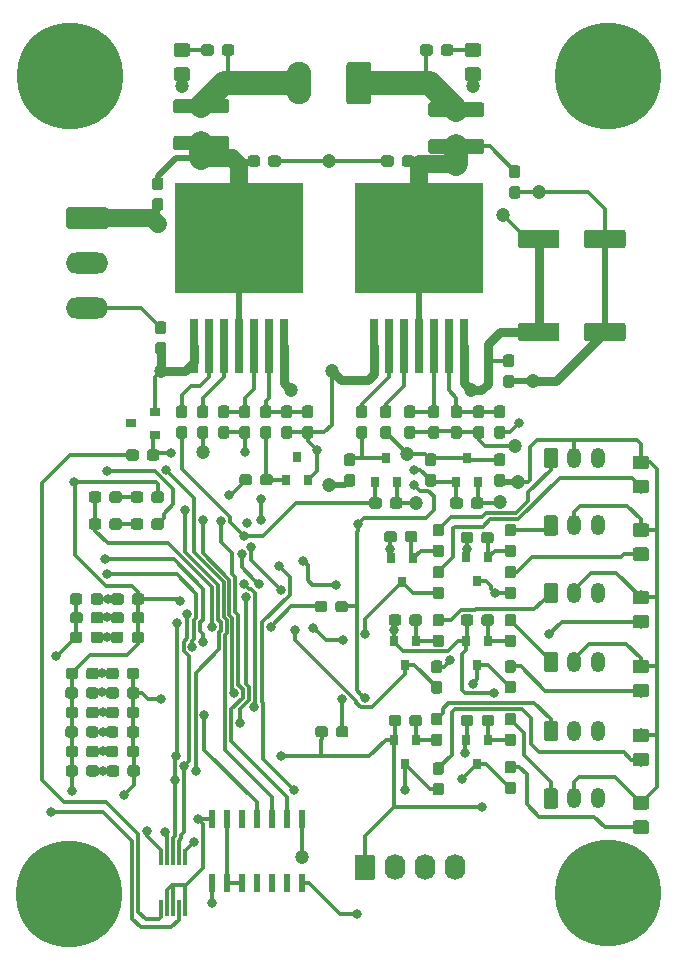
<source format=gtl>
G04 #@! TF.GenerationSoftware,KiCad,Pcbnew,5.0.2+dfsg1-1~bpo9+1*
G04 #@! TF.CreationDate,2020-01-22T15:14:46+01:00*
G04 #@! TF.ProjectId,MOTOR_BOARD_I2C,4d4f544f-525f-4424-9f41-52445f493243,rev?*
G04 #@! TF.SameCoordinates,Original*
G04 #@! TF.FileFunction,Copper,L1,Top*
G04 #@! TF.FilePolarity,Positive*
%FSLAX46Y46*%
G04 Gerber Fmt 4.6, Leading zero omitted, Abs format (unit mm)*
G04 Created by KiCad (PCBNEW 5.0.2+dfsg1-1~bpo9+1) date mer. 22 janv. 2020 15:14:46 CET*
%MOMM*%
%LPD*%
G01*
G04 APERTURE LIST*
G04 #@! TA.AperFunction,Conductor*
%ADD10C,0.100000*%
G04 #@! TD*
G04 #@! TA.AperFunction,SMDPad,CuDef*
%ADD11C,1.600000*%
G04 #@! TD*
G04 #@! TA.AperFunction,SMDPad,CuDef*
%ADD12C,0.950000*%
G04 #@! TD*
G04 #@! TA.AperFunction,SMDPad,CuDef*
%ADD13R,0.300000X1.400000*%
G04 #@! TD*
G04 #@! TA.AperFunction,ComponentPad*
%ADD14O,1.200000X1.750000*%
G04 #@! TD*
G04 #@! TA.AperFunction,ComponentPad*
%ADD15C,1.200000*%
G04 #@! TD*
G04 #@! TA.AperFunction,SMDPad,CuDef*
%ADD16R,0.800000X0.900000*%
G04 #@! TD*
G04 #@! TA.AperFunction,SMDPad,CuDef*
%ADD17R,0.900000X0.800000*%
G04 #@! TD*
G04 #@! TA.AperFunction,SMDPad,CuDef*
%ADD18C,1.150000*%
G04 #@! TD*
G04 #@! TA.AperFunction,ComponentPad*
%ADD19C,1.740000*%
G04 #@! TD*
G04 #@! TA.AperFunction,ComponentPad*
%ADD20O,1.740000X2.200000*%
G04 #@! TD*
G04 #@! TA.AperFunction,ComponentPad*
%ADD21C,2.080000*%
G04 #@! TD*
G04 #@! TA.AperFunction,ComponentPad*
%ADD22O,2.080000X3.600000*%
G04 #@! TD*
G04 #@! TA.AperFunction,SMDPad,CuDef*
%ADD23C,1.225000*%
G04 #@! TD*
G04 #@! TA.AperFunction,SMDPad,CuDef*
%ADD24R,0.600000X1.500000*%
G04 #@! TD*
G04 #@! TA.AperFunction,ComponentPad*
%ADD25C,1.800000*%
G04 #@! TD*
G04 #@! TA.AperFunction,ComponentPad*
%ADD26O,3.600000X1.800000*%
G04 #@! TD*
G04 #@! TA.AperFunction,SMDPad,CuDef*
%ADD27R,10.800000X9.400000*%
G04 #@! TD*
G04 #@! TA.AperFunction,SMDPad,CuDef*
%ADD28R,0.800000X4.600000*%
G04 #@! TD*
G04 #@! TA.AperFunction,ViaPad*
%ADD29C,9.000000*%
G04 #@! TD*
G04 #@! TA.AperFunction,ViaPad*
%ADD30C,0.800000*%
G04 #@! TD*
G04 #@! TA.AperFunction,ViaPad*
%ADD31C,1.200000*%
G04 #@! TD*
G04 #@! TA.AperFunction,Conductor*
%ADD32C,0.300000*%
G04 #@! TD*
G04 #@! TA.AperFunction,Conductor*
%ADD33C,0.800000*%
G04 #@! TD*
G04 #@! TA.AperFunction,Conductor*
%ADD34C,1.500000*%
G04 #@! TD*
G04 #@! TA.AperFunction,Conductor*
%ADD35C,0.500000*%
G04 #@! TD*
G04 #@! TA.AperFunction,Conductor*
%ADD36C,2.000000*%
G04 #@! TD*
G04 APERTURE END LIST*
D10*
G04 #@! TO.N,GND*
G04 #@! TO.C,C204*
G36*
X224288504Y-35269204D02*
X224312773Y-35272804D01*
X224336571Y-35278765D01*
X224359671Y-35287030D01*
X224381849Y-35297520D01*
X224402893Y-35310133D01*
X224422598Y-35324747D01*
X224440777Y-35341223D01*
X224457253Y-35359402D01*
X224471867Y-35379107D01*
X224484480Y-35400151D01*
X224494970Y-35422329D01*
X224503235Y-35445429D01*
X224509196Y-35469227D01*
X224512796Y-35493496D01*
X224514000Y-35518000D01*
X224514000Y-36618000D01*
X224512796Y-36642504D01*
X224509196Y-36666773D01*
X224503235Y-36690571D01*
X224494970Y-36713671D01*
X224484480Y-36735849D01*
X224471867Y-36756893D01*
X224457253Y-36776598D01*
X224440777Y-36794777D01*
X224422598Y-36811253D01*
X224402893Y-36825867D01*
X224381849Y-36838480D01*
X224359671Y-36848970D01*
X224336571Y-36857235D01*
X224312773Y-36863196D01*
X224288504Y-36866796D01*
X224264000Y-36868000D01*
X221264000Y-36868000D01*
X221239496Y-36866796D01*
X221215227Y-36863196D01*
X221191429Y-36857235D01*
X221168329Y-36848970D01*
X221146151Y-36838480D01*
X221125107Y-36825867D01*
X221105402Y-36811253D01*
X221087223Y-36794777D01*
X221070747Y-36776598D01*
X221056133Y-36756893D01*
X221043520Y-36735849D01*
X221033030Y-36713671D01*
X221024765Y-36690571D01*
X221018804Y-36666773D01*
X221015204Y-36642504D01*
X221014000Y-36618000D01*
X221014000Y-35518000D01*
X221015204Y-35493496D01*
X221018804Y-35469227D01*
X221024765Y-35445429D01*
X221033030Y-35422329D01*
X221043520Y-35400151D01*
X221056133Y-35379107D01*
X221070747Y-35359402D01*
X221087223Y-35341223D01*
X221105402Y-35324747D01*
X221125107Y-35310133D01*
X221146151Y-35297520D01*
X221168329Y-35287030D01*
X221191429Y-35278765D01*
X221215227Y-35272804D01*
X221239496Y-35269204D01*
X221264000Y-35268000D01*
X224264000Y-35268000D01*
X224288504Y-35269204D01*
X224288504Y-35269204D01*
G37*
D11*
G04 #@! TD*
G04 #@! TO.P,C204,2*
G04 #@! TO.N,GND*
X222764000Y-36068000D03*
D10*
G04 #@! TO.N,+15V*
G04 #@! TO.C,C204*
G36*
X218688504Y-35269204D02*
X218712773Y-35272804D01*
X218736571Y-35278765D01*
X218759671Y-35287030D01*
X218781849Y-35297520D01*
X218802893Y-35310133D01*
X218822598Y-35324747D01*
X218840777Y-35341223D01*
X218857253Y-35359402D01*
X218871867Y-35379107D01*
X218884480Y-35400151D01*
X218894970Y-35422329D01*
X218903235Y-35445429D01*
X218909196Y-35469227D01*
X218912796Y-35493496D01*
X218914000Y-35518000D01*
X218914000Y-36618000D01*
X218912796Y-36642504D01*
X218909196Y-36666773D01*
X218903235Y-36690571D01*
X218894970Y-36713671D01*
X218884480Y-36735849D01*
X218871867Y-36756893D01*
X218857253Y-36776598D01*
X218840777Y-36794777D01*
X218822598Y-36811253D01*
X218802893Y-36825867D01*
X218781849Y-36838480D01*
X218759671Y-36848970D01*
X218736571Y-36857235D01*
X218712773Y-36863196D01*
X218688504Y-36866796D01*
X218664000Y-36868000D01*
X215664000Y-36868000D01*
X215639496Y-36866796D01*
X215615227Y-36863196D01*
X215591429Y-36857235D01*
X215568329Y-36848970D01*
X215546151Y-36838480D01*
X215525107Y-36825867D01*
X215505402Y-36811253D01*
X215487223Y-36794777D01*
X215470747Y-36776598D01*
X215456133Y-36756893D01*
X215443520Y-36735849D01*
X215433030Y-36713671D01*
X215424765Y-36690571D01*
X215418804Y-36666773D01*
X215415204Y-36642504D01*
X215414000Y-36618000D01*
X215414000Y-35518000D01*
X215415204Y-35493496D01*
X215418804Y-35469227D01*
X215424765Y-35445429D01*
X215433030Y-35422329D01*
X215443520Y-35400151D01*
X215456133Y-35379107D01*
X215470747Y-35359402D01*
X215487223Y-35341223D01*
X215505402Y-35324747D01*
X215525107Y-35310133D01*
X215546151Y-35297520D01*
X215568329Y-35287030D01*
X215591429Y-35278765D01*
X215615227Y-35272804D01*
X215639496Y-35269204D01*
X215664000Y-35268000D01*
X218664000Y-35268000D01*
X218688504Y-35269204D01*
X218688504Y-35269204D01*
G37*
D11*
G04 #@! TD*
G04 #@! TO.P,C204,1*
G04 #@! TO.N,+15V*
X217164000Y-36068000D03*
D10*
G04 #@! TO.N,Net-(D403-Pad1)*
G04 #@! TO.C,R411*
G36*
X208794779Y-71753144D02*
X208817834Y-71756563D01*
X208840443Y-71762227D01*
X208862387Y-71770079D01*
X208883457Y-71780044D01*
X208903448Y-71792026D01*
X208922168Y-71805910D01*
X208939438Y-71821562D01*
X208955090Y-71838832D01*
X208968974Y-71857552D01*
X208980956Y-71877543D01*
X208990921Y-71898613D01*
X208998773Y-71920557D01*
X209004437Y-71943166D01*
X209007856Y-71966221D01*
X209009000Y-71989500D01*
X209009000Y-72564500D01*
X209007856Y-72587779D01*
X209004437Y-72610834D01*
X208998773Y-72633443D01*
X208990921Y-72655387D01*
X208980956Y-72676457D01*
X208968974Y-72696448D01*
X208955090Y-72715168D01*
X208939438Y-72732438D01*
X208922168Y-72748090D01*
X208903448Y-72761974D01*
X208883457Y-72773956D01*
X208862387Y-72783921D01*
X208840443Y-72791773D01*
X208817834Y-72797437D01*
X208794779Y-72800856D01*
X208771500Y-72802000D01*
X208296500Y-72802000D01*
X208273221Y-72800856D01*
X208250166Y-72797437D01*
X208227557Y-72791773D01*
X208205613Y-72783921D01*
X208184543Y-72773956D01*
X208164552Y-72761974D01*
X208145832Y-72748090D01*
X208128562Y-72732438D01*
X208112910Y-72715168D01*
X208099026Y-72696448D01*
X208087044Y-72676457D01*
X208077079Y-72655387D01*
X208069227Y-72633443D01*
X208063563Y-72610834D01*
X208060144Y-72587779D01*
X208059000Y-72564500D01*
X208059000Y-71989500D01*
X208060144Y-71966221D01*
X208063563Y-71943166D01*
X208069227Y-71920557D01*
X208077079Y-71898613D01*
X208087044Y-71877543D01*
X208099026Y-71857552D01*
X208112910Y-71838832D01*
X208128562Y-71821562D01*
X208145832Y-71805910D01*
X208164552Y-71792026D01*
X208184543Y-71780044D01*
X208205613Y-71770079D01*
X208227557Y-71762227D01*
X208250166Y-71756563D01*
X208273221Y-71753144D01*
X208296500Y-71752000D01*
X208771500Y-71752000D01*
X208794779Y-71753144D01*
X208794779Y-71753144D01*
G37*
D12*
G04 #@! TD*
G04 #@! TO.P,R411,1*
G04 #@! TO.N,Net-(D403-Pad1)*
X208534000Y-72277000D03*
D10*
G04 #@! TO.N,/IN1*
G04 #@! TO.C,R411*
G36*
X208794779Y-73503144D02*
X208817834Y-73506563D01*
X208840443Y-73512227D01*
X208862387Y-73520079D01*
X208883457Y-73530044D01*
X208903448Y-73542026D01*
X208922168Y-73555910D01*
X208939438Y-73571562D01*
X208955090Y-73588832D01*
X208968974Y-73607552D01*
X208980956Y-73627543D01*
X208990921Y-73648613D01*
X208998773Y-73670557D01*
X209004437Y-73693166D01*
X209007856Y-73716221D01*
X209009000Y-73739500D01*
X209009000Y-74314500D01*
X209007856Y-74337779D01*
X209004437Y-74360834D01*
X208998773Y-74383443D01*
X208990921Y-74405387D01*
X208980956Y-74426457D01*
X208968974Y-74446448D01*
X208955090Y-74465168D01*
X208939438Y-74482438D01*
X208922168Y-74498090D01*
X208903448Y-74511974D01*
X208883457Y-74523956D01*
X208862387Y-74533921D01*
X208840443Y-74541773D01*
X208817834Y-74547437D01*
X208794779Y-74550856D01*
X208771500Y-74552000D01*
X208296500Y-74552000D01*
X208273221Y-74550856D01*
X208250166Y-74547437D01*
X208227557Y-74541773D01*
X208205613Y-74533921D01*
X208184543Y-74523956D01*
X208164552Y-74511974D01*
X208145832Y-74498090D01*
X208128562Y-74482438D01*
X208112910Y-74465168D01*
X208099026Y-74446448D01*
X208087044Y-74426457D01*
X208077079Y-74405387D01*
X208069227Y-74383443D01*
X208063563Y-74360834D01*
X208060144Y-74337779D01*
X208059000Y-74314500D01*
X208059000Y-73739500D01*
X208060144Y-73716221D01*
X208063563Y-73693166D01*
X208069227Y-73670557D01*
X208077079Y-73648613D01*
X208087044Y-73627543D01*
X208099026Y-73607552D01*
X208112910Y-73588832D01*
X208128562Y-73571562D01*
X208145832Y-73555910D01*
X208164552Y-73542026D01*
X208184543Y-73530044D01*
X208205613Y-73520079D01*
X208227557Y-73512227D01*
X208250166Y-73506563D01*
X208273221Y-73503144D01*
X208296500Y-73502000D01*
X208771500Y-73502000D01*
X208794779Y-73503144D01*
X208794779Y-73503144D01*
G37*
D12*
G04 #@! TD*
G04 #@! TO.P,R411,2*
G04 #@! TO.N,/IN1*
X208534000Y-74027000D03*
D13*
G04 #@! TO.P,U101,1*
G04 #@! TO.N,/IS1*
X185182000Y-92751000D03*
G04 #@! TO.P,U101,2*
G04 #@! TO.N,GND*
X185682000Y-92751000D03*
G04 #@! TO.P,U101,3*
X186182000Y-92751000D03*
G04 #@! TO.P,U101,4*
G04 #@! TO.N,/IS2*
X186682000Y-92751000D03*
G04 #@! TO.P,U101,5*
G04 #@! TO.N,GND*
X187182000Y-92751000D03*
G04 #@! TO.P,U101,6*
G04 #@! TO.N,+5VD*
X187182000Y-88351000D03*
G04 #@! TO.P,U101,7*
G04 #@! TO.N,/SDA*
X186682000Y-88351000D03*
G04 #@! TO.P,U101,8*
G04 #@! TO.N,/SCL*
X186182000Y-88351000D03*
G04 #@! TO.P,U101,9*
G04 #@! TO.N,Net-(R117-Pad2)*
X185682000Y-88351000D03*
G04 #@! TO.P,U101,10*
G04 #@! TO.N,Net-(R119-Pad2)*
X185182000Y-88351000D03*
G04 #@! TD*
D10*
G04 #@! TO.N,GND*
G04 #@! TO.C,R124*
G36*
X183134390Y-72373650D02*
X183157445Y-72377069D01*
X183180054Y-72382733D01*
X183201998Y-72390585D01*
X183223068Y-72400550D01*
X183243059Y-72412532D01*
X183261779Y-72426416D01*
X183279049Y-72442068D01*
X183294701Y-72459338D01*
X183308585Y-72478058D01*
X183320567Y-72498049D01*
X183330532Y-72519119D01*
X183338384Y-72541063D01*
X183344048Y-72563672D01*
X183347467Y-72586727D01*
X183348611Y-72610006D01*
X183348611Y-73085006D01*
X183347467Y-73108285D01*
X183344048Y-73131340D01*
X183338384Y-73153949D01*
X183330532Y-73175893D01*
X183320567Y-73196963D01*
X183308585Y-73216954D01*
X183294701Y-73235674D01*
X183279049Y-73252944D01*
X183261779Y-73268596D01*
X183243059Y-73282480D01*
X183223068Y-73294462D01*
X183201998Y-73304427D01*
X183180054Y-73312279D01*
X183157445Y-73317943D01*
X183134390Y-73321362D01*
X183111111Y-73322506D01*
X182536111Y-73322506D01*
X182512832Y-73321362D01*
X182489777Y-73317943D01*
X182467168Y-73312279D01*
X182445224Y-73304427D01*
X182424154Y-73294462D01*
X182404163Y-73282480D01*
X182385443Y-73268596D01*
X182368173Y-73252944D01*
X182352521Y-73235674D01*
X182338637Y-73216954D01*
X182326655Y-73196963D01*
X182316690Y-73175893D01*
X182308838Y-73153949D01*
X182303174Y-73131340D01*
X182299755Y-73108285D01*
X182298611Y-73085006D01*
X182298611Y-72610006D01*
X182299755Y-72586727D01*
X182303174Y-72563672D01*
X182308838Y-72541063D01*
X182316690Y-72519119D01*
X182326655Y-72498049D01*
X182338637Y-72478058D01*
X182352521Y-72459338D01*
X182368173Y-72442068D01*
X182385443Y-72426416D01*
X182404163Y-72412532D01*
X182424154Y-72400550D01*
X182445224Y-72390585D01*
X182467168Y-72382733D01*
X182489777Y-72377069D01*
X182512832Y-72373650D01*
X182536111Y-72372506D01*
X183111111Y-72372506D01*
X183134390Y-72373650D01*
X183134390Y-72373650D01*
G37*
D12*
G04 #@! TD*
G04 #@! TO.P,R124,2*
G04 #@! TO.N,GND*
X182823611Y-72847506D03*
D10*
G04 #@! TO.N,Net-(R123-Pad2)*
G04 #@! TO.C,R124*
G36*
X181384390Y-72373650D02*
X181407445Y-72377069D01*
X181430054Y-72382733D01*
X181451998Y-72390585D01*
X181473068Y-72400550D01*
X181493059Y-72412532D01*
X181511779Y-72426416D01*
X181529049Y-72442068D01*
X181544701Y-72459338D01*
X181558585Y-72478058D01*
X181570567Y-72498049D01*
X181580532Y-72519119D01*
X181588384Y-72541063D01*
X181594048Y-72563672D01*
X181597467Y-72586727D01*
X181598611Y-72610006D01*
X181598611Y-73085006D01*
X181597467Y-73108285D01*
X181594048Y-73131340D01*
X181588384Y-73153949D01*
X181580532Y-73175893D01*
X181570567Y-73196963D01*
X181558585Y-73216954D01*
X181544701Y-73235674D01*
X181529049Y-73252944D01*
X181511779Y-73268596D01*
X181493059Y-73282480D01*
X181473068Y-73294462D01*
X181451998Y-73304427D01*
X181430054Y-73312279D01*
X181407445Y-73317943D01*
X181384390Y-73321362D01*
X181361111Y-73322506D01*
X180786111Y-73322506D01*
X180762832Y-73321362D01*
X180739777Y-73317943D01*
X180717168Y-73312279D01*
X180695224Y-73304427D01*
X180674154Y-73294462D01*
X180654163Y-73282480D01*
X180635443Y-73268596D01*
X180618173Y-73252944D01*
X180602521Y-73235674D01*
X180588637Y-73216954D01*
X180576655Y-73196963D01*
X180566690Y-73175893D01*
X180558838Y-73153949D01*
X180553174Y-73131340D01*
X180549755Y-73108285D01*
X180548611Y-73085006D01*
X180548611Y-72610006D01*
X180549755Y-72586727D01*
X180553174Y-72563672D01*
X180558838Y-72541063D01*
X180566690Y-72519119D01*
X180576655Y-72498049D01*
X180588637Y-72478058D01*
X180602521Y-72459338D01*
X180618173Y-72442068D01*
X180635443Y-72426416D01*
X180654163Y-72412532D01*
X180674154Y-72400550D01*
X180695224Y-72390585D01*
X180717168Y-72382733D01*
X180739777Y-72377069D01*
X180762832Y-72373650D01*
X180786111Y-72372506D01*
X181361111Y-72372506D01*
X181384390Y-72373650D01*
X181384390Y-72373650D01*
G37*
D12*
G04 #@! TD*
G04 #@! TO.P,R124,1*
G04 #@! TO.N,Net-(R123-Pad2)*
X181073611Y-72847506D03*
D10*
G04 #@! TO.N,+5VD*
G04 #@! TO.C,C502*
G36*
X200780279Y-66709144D02*
X200803334Y-66712563D01*
X200825943Y-66718227D01*
X200847887Y-66726079D01*
X200868957Y-66736044D01*
X200888948Y-66748026D01*
X200907668Y-66761910D01*
X200924938Y-66777562D01*
X200940590Y-66794832D01*
X200954474Y-66813552D01*
X200966456Y-66833543D01*
X200976421Y-66854613D01*
X200984273Y-66876557D01*
X200989937Y-66899166D01*
X200993356Y-66922221D01*
X200994500Y-66945500D01*
X200994500Y-67420500D01*
X200993356Y-67443779D01*
X200989937Y-67466834D01*
X200984273Y-67489443D01*
X200976421Y-67511387D01*
X200966456Y-67532457D01*
X200954474Y-67552448D01*
X200940590Y-67571168D01*
X200924938Y-67588438D01*
X200907668Y-67604090D01*
X200888948Y-67617974D01*
X200868957Y-67629956D01*
X200847887Y-67639921D01*
X200825943Y-67647773D01*
X200803334Y-67653437D01*
X200780279Y-67656856D01*
X200757000Y-67658000D01*
X200182000Y-67658000D01*
X200158721Y-67656856D01*
X200135666Y-67653437D01*
X200113057Y-67647773D01*
X200091113Y-67639921D01*
X200070043Y-67629956D01*
X200050052Y-67617974D01*
X200031332Y-67604090D01*
X200014062Y-67588438D01*
X199998410Y-67571168D01*
X199984526Y-67552448D01*
X199972544Y-67532457D01*
X199962579Y-67511387D01*
X199954727Y-67489443D01*
X199949063Y-67466834D01*
X199945644Y-67443779D01*
X199944500Y-67420500D01*
X199944500Y-66945500D01*
X199945644Y-66922221D01*
X199949063Y-66899166D01*
X199954727Y-66876557D01*
X199962579Y-66854613D01*
X199972544Y-66833543D01*
X199984526Y-66813552D01*
X199998410Y-66794832D01*
X200014062Y-66777562D01*
X200031332Y-66761910D01*
X200050052Y-66748026D01*
X200070043Y-66736044D01*
X200091113Y-66726079D01*
X200113057Y-66718227D01*
X200135666Y-66712563D01*
X200158721Y-66709144D01*
X200182000Y-66708000D01*
X200757000Y-66708000D01*
X200780279Y-66709144D01*
X200780279Y-66709144D01*
G37*
D12*
G04 #@! TD*
G04 #@! TO.P,C502,1*
G04 #@! TO.N,+5VD*
X200469500Y-67183000D03*
D10*
G04 #@! TO.N,GND*
G04 #@! TO.C,C502*
G36*
X199030279Y-66709144D02*
X199053334Y-66712563D01*
X199075943Y-66718227D01*
X199097887Y-66726079D01*
X199118957Y-66736044D01*
X199138948Y-66748026D01*
X199157668Y-66761910D01*
X199174938Y-66777562D01*
X199190590Y-66794832D01*
X199204474Y-66813552D01*
X199216456Y-66833543D01*
X199226421Y-66854613D01*
X199234273Y-66876557D01*
X199239937Y-66899166D01*
X199243356Y-66922221D01*
X199244500Y-66945500D01*
X199244500Y-67420500D01*
X199243356Y-67443779D01*
X199239937Y-67466834D01*
X199234273Y-67489443D01*
X199226421Y-67511387D01*
X199216456Y-67532457D01*
X199204474Y-67552448D01*
X199190590Y-67571168D01*
X199174938Y-67588438D01*
X199157668Y-67604090D01*
X199138948Y-67617974D01*
X199118957Y-67629956D01*
X199097887Y-67639921D01*
X199075943Y-67647773D01*
X199053334Y-67653437D01*
X199030279Y-67656856D01*
X199007000Y-67658000D01*
X198432000Y-67658000D01*
X198408721Y-67656856D01*
X198385666Y-67653437D01*
X198363057Y-67647773D01*
X198341113Y-67639921D01*
X198320043Y-67629956D01*
X198300052Y-67617974D01*
X198281332Y-67604090D01*
X198264062Y-67588438D01*
X198248410Y-67571168D01*
X198234526Y-67552448D01*
X198222544Y-67532457D01*
X198212579Y-67511387D01*
X198204727Y-67489443D01*
X198199063Y-67466834D01*
X198195644Y-67443779D01*
X198194500Y-67420500D01*
X198194500Y-66945500D01*
X198195644Y-66922221D01*
X198199063Y-66899166D01*
X198204727Y-66876557D01*
X198212579Y-66854613D01*
X198222544Y-66833543D01*
X198234526Y-66813552D01*
X198248410Y-66794832D01*
X198264062Y-66777562D01*
X198281332Y-66761910D01*
X198300052Y-66748026D01*
X198320043Y-66736044D01*
X198341113Y-66726079D01*
X198363057Y-66718227D01*
X198385666Y-66712563D01*
X198408721Y-66709144D01*
X198432000Y-66708000D01*
X199007000Y-66708000D01*
X199030279Y-66709144D01*
X199030279Y-66709144D01*
G37*
D12*
G04 #@! TD*
G04 #@! TO.P,C502,2*
G04 #@! TO.N,GND*
X198719500Y-67183000D03*
D10*
G04 #@! TO.N,GND*
G04 #@! TO.C,C501*
G36*
X199093779Y-77313644D02*
X199116834Y-77317063D01*
X199139443Y-77322727D01*
X199161387Y-77330579D01*
X199182457Y-77340544D01*
X199202448Y-77352526D01*
X199221168Y-77366410D01*
X199238438Y-77382062D01*
X199254090Y-77399332D01*
X199267974Y-77418052D01*
X199279956Y-77438043D01*
X199289921Y-77459113D01*
X199297773Y-77481057D01*
X199303437Y-77503666D01*
X199306856Y-77526721D01*
X199308000Y-77550000D01*
X199308000Y-78025000D01*
X199306856Y-78048279D01*
X199303437Y-78071334D01*
X199297773Y-78093943D01*
X199289921Y-78115887D01*
X199279956Y-78136957D01*
X199267974Y-78156948D01*
X199254090Y-78175668D01*
X199238438Y-78192938D01*
X199221168Y-78208590D01*
X199202448Y-78222474D01*
X199182457Y-78234456D01*
X199161387Y-78244421D01*
X199139443Y-78252273D01*
X199116834Y-78257937D01*
X199093779Y-78261356D01*
X199070500Y-78262500D01*
X198495500Y-78262500D01*
X198472221Y-78261356D01*
X198449166Y-78257937D01*
X198426557Y-78252273D01*
X198404613Y-78244421D01*
X198383543Y-78234456D01*
X198363552Y-78222474D01*
X198344832Y-78208590D01*
X198327562Y-78192938D01*
X198311910Y-78175668D01*
X198298026Y-78156948D01*
X198286044Y-78136957D01*
X198276079Y-78115887D01*
X198268227Y-78093943D01*
X198262563Y-78071334D01*
X198259144Y-78048279D01*
X198258000Y-78025000D01*
X198258000Y-77550000D01*
X198259144Y-77526721D01*
X198262563Y-77503666D01*
X198268227Y-77481057D01*
X198276079Y-77459113D01*
X198286044Y-77438043D01*
X198298026Y-77418052D01*
X198311910Y-77399332D01*
X198327562Y-77382062D01*
X198344832Y-77366410D01*
X198363552Y-77352526D01*
X198383543Y-77340544D01*
X198404613Y-77330579D01*
X198426557Y-77322727D01*
X198449166Y-77317063D01*
X198472221Y-77313644D01*
X198495500Y-77312500D01*
X199070500Y-77312500D01*
X199093779Y-77313644D01*
X199093779Y-77313644D01*
G37*
D12*
G04 #@! TD*
G04 #@! TO.P,C501,2*
G04 #@! TO.N,GND*
X198783000Y-77787500D03*
D10*
G04 #@! TO.N,+5VD*
G04 #@! TO.C,C501*
G36*
X200843779Y-77313644D02*
X200866834Y-77317063D01*
X200889443Y-77322727D01*
X200911387Y-77330579D01*
X200932457Y-77340544D01*
X200952448Y-77352526D01*
X200971168Y-77366410D01*
X200988438Y-77382062D01*
X201004090Y-77399332D01*
X201017974Y-77418052D01*
X201029956Y-77438043D01*
X201039921Y-77459113D01*
X201047773Y-77481057D01*
X201053437Y-77503666D01*
X201056856Y-77526721D01*
X201058000Y-77550000D01*
X201058000Y-78025000D01*
X201056856Y-78048279D01*
X201053437Y-78071334D01*
X201047773Y-78093943D01*
X201039921Y-78115887D01*
X201029956Y-78136957D01*
X201017974Y-78156948D01*
X201004090Y-78175668D01*
X200988438Y-78192938D01*
X200971168Y-78208590D01*
X200952448Y-78222474D01*
X200932457Y-78234456D01*
X200911387Y-78244421D01*
X200889443Y-78252273D01*
X200866834Y-78257937D01*
X200843779Y-78261356D01*
X200820500Y-78262500D01*
X200245500Y-78262500D01*
X200222221Y-78261356D01*
X200199166Y-78257937D01*
X200176557Y-78252273D01*
X200154613Y-78244421D01*
X200133543Y-78234456D01*
X200113552Y-78222474D01*
X200094832Y-78208590D01*
X200077562Y-78192938D01*
X200061910Y-78175668D01*
X200048026Y-78156948D01*
X200036044Y-78136957D01*
X200026079Y-78115887D01*
X200018227Y-78093943D01*
X200012563Y-78071334D01*
X200009144Y-78048279D01*
X200008000Y-78025000D01*
X200008000Y-77550000D01*
X200009144Y-77526721D01*
X200012563Y-77503666D01*
X200018227Y-77481057D01*
X200026079Y-77459113D01*
X200036044Y-77438043D01*
X200048026Y-77418052D01*
X200061910Y-77399332D01*
X200077562Y-77382062D01*
X200094832Y-77366410D01*
X200113552Y-77352526D01*
X200133543Y-77340544D01*
X200154613Y-77330579D01*
X200176557Y-77322727D01*
X200199166Y-77317063D01*
X200222221Y-77313644D01*
X200245500Y-77312500D01*
X200820500Y-77312500D01*
X200843779Y-77313644D01*
X200843779Y-77313644D01*
G37*
D12*
G04 #@! TD*
G04 #@! TO.P,C501,1*
G04 #@! TO.N,+5VD*
X200533000Y-77787500D03*
D14*
G04 #@! TO.P,J405,3*
G04 #@! TO.N,GND*
X222186000Y-77724000D03*
G04 #@! TO.P,J405,2*
G04 #@! TO.N,+5VD*
X220186000Y-77724000D03*
D10*
G04 #@! TD*
G04 #@! TO.N,Net-(J405-Pad1)*
G04 #@! TO.C,J405*
G36*
X218560505Y-76850204D02*
X218584773Y-76853804D01*
X218608572Y-76859765D01*
X218631671Y-76868030D01*
X218653850Y-76878520D01*
X218674893Y-76891132D01*
X218694599Y-76905747D01*
X218712777Y-76922223D01*
X218729253Y-76940401D01*
X218743868Y-76960107D01*
X218756480Y-76981150D01*
X218766970Y-77003329D01*
X218775235Y-77026428D01*
X218781196Y-77050227D01*
X218784796Y-77074495D01*
X218786000Y-77098999D01*
X218786000Y-78349001D01*
X218784796Y-78373505D01*
X218781196Y-78397773D01*
X218775235Y-78421572D01*
X218766970Y-78444671D01*
X218756480Y-78466850D01*
X218743868Y-78487893D01*
X218729253Y-78507599D01*
X218712777Y-78525777D01*
X218694599Y-78542253D01*
X218674893Y-78556868D01*
X218653850Y-78569480D01*
X218631671Y-78579970D01*
X218608572Y-78588235D01*
X218584773Y-78594196D01*
X218560505Y-78597796D01*
X218536001Y-78599000D01*
X217835999Y-78599000D01*
X217811495Y-78597796D01*
X217787227Y-78594196D01*
X217763428Y-78588235D01*
X217740329Y-78579970D01*
X217718150Y-78569480D01*
X217697107Y-78556868D01*
X217677401Y-78542253D01*
X217659223Y-78525777D01*
X217642747Y-78507599D01*
X217628132Y-78487893D01*
X217615520Y-78466850D01*
X217605030Y-78444671D01*
X217596765Y-78421572D01*
X217590804Y-78397773D01*
X217587204Y-78373505D01*
X217586000Y-78349001D01*
X217586000Y-77098999D01*
X217587204Y-77074495D01*
X217590804Y-77050227D01*
X217596765Y-77026428D01*
X217605030Y-77003329D01*
X217615520Y-76981150D01*
X217628132Y-76960107D01*
X217642747Y-76940401D01*
X217659223Y-76922223D01*
X217677401Y-76905747D01*
X217697107Y-76891132D01*
X217718150Y-76878520D01*
X217740329Y-76868030D01*
X217763428Y-76859765D01*
X217787227Y-76853804D01*
X217811495Y-76850204D01*
X217835999Y-76849000D01*
X218536001Y-76849000D01*
X218560505Y-76850204D01*
X218560505Y-76850204D01*
G37*
D15*
G04 #@! TO.P,J405,1*
G04 #@! TO.N,Net-(J405-Pad1)*
X218186000Y-77724000D03*
G04 #@! TD*
D10*
G04 #@! TO.N,Net-(D406-Pad1)*
G04 #@! TO.C,R418*
G36*
X215017779Y-80262144D02*
X215040834Y-80265563D01*
X215063443Y-80271227D01*
X215085387Y-80279079D01*
X215106457Y-80289044D01*
X215126448Y-80301026D01*
X215145168Y-80314910D01*
X215162438Y-80330562D01*
X215178090Y-80347832D01*
X215191974Y-80366552D01*
X215203956Y-80386543D01*
X215213921Y-80407613D01*
X215221773Y-80429557D01*
X215227437Y-80452166D01*
X215230856Y-80475221D01*
X215232000Y-80498500D01*
X215232000Y-81073500D01*
X215230856Y-81096779D01*
X215227437Y-81119834D01*
X215221773Y-81142443D01*
X215213921Y-81164387D01*
X215203956Y-81185457D01*
X215191974Y-81205448D01*
X215178090Y-81224168D01*
X215162438Y-81241438D01*
X215145168Y-81257090D01*
X215126448Y-81270974D01*
X215106457Y-81282956D01*
X215085387Y-81292921D01*
X215063443Y-81300773D01*
X215040834Y-81306437D01*
X215017779Y-81309856D01*
X214994500Y-81311000D01*
X214519500Y-81311000D01*
X214496221Y-81309856D01*
X214473166Y-81306437D01*
X214450557Y-81300773D01*
X214428613Y-81292921D01*
X214407543Y-81282956D01*
X214387552Y-81270974D01*
X214368832Y-81257090D01*
X214351562Y-81241438D01*
X214335910Y-81224168D01*
X214322026Y-81205448D01*
X214310044Y-81185457D01*
X214300079Y-81164387D01*
X214292227Y-81142443D01*
X214286563Y-81119834D01*
X214283144Y-81096779D01*
X214282000Y-81073500D01*
X214282000Y-80498500D01*
X214283144Y-80475221D01*
X214286563Y-80452166D01*
X214292227Y-80429557D01*
X214300079Y-80407613D01*
X214310044Y-80386543D01*
X214322026Y-80366552D01*
X214335910Y-80347832D01*
X214351562Y-80330562D01*
X214368832Y-80314910D01*
X214387552Y-80301026D01*
X214407543Y-80289044D01*
X214428613Y-80279079D01*
X214450557Y-80271227D01*
X214473166Y-80265563D01*
X214496221Y-80262144D01*
X214519500Y-80261000D01*
X214994500Y-80261000D01*
X215017779Y-80262144D01*
X215017779Y-80262144D01*
G37*
D12*
G04 #@! TD*
G04 #@! TO.P,R418,1*
G04 #@! TO.N,Net-(D406-Pad1)*
X214757000Y-80786000D03*
D10*
G04 #@! TO.N,/IN5*
G04 #@! TO.C,R418*
G36*
X215017779Y-82012144D02*
X215040834Y-82015563D01*
X215063443Y-82021227D01*
X215085387Y-82029079D01*
X215106457Y-82039044D01*
X215126448Y-82051026D01*
X215145168Y-82064910D01*
X215162438Y-82080562D01*
X215178090Y-82097832D01*
X215191974Y-82116552D01*
X215203956Y-82136543D01*
X215213921Y-82157613D01*
X215221773Y-82179557D01*
X215227437Y-82202166D01*
X215230856Y-82225221D01*
X215232000Y-82248500D01*
X215232000Y-82823500D01*
X215230856Y-82846779D01*
X215227437Y-82869834D01*
X215221773Y-82892443D01*
X215213921Y-82914387D01*
X215203956Y-82935457D01*
X215191974Y-82955448D01*
X215178090Y-82974168D01*
X215162438Y-82991438D01*
X215145168Y-83007090D01*
X215126448Y-83020974D01*
X215106457Y-83032956D01*
X215085387Y-83042921D01*
X215063443Y-83050773D01*
X215040834Y-83056437D01*
X215017779Y-83059856D01*
X214994500Y-83061000D01*
X214519500Y-83061000D01*
X214496221Y-83059856D01*
X214473166Y-83056437D01*
X214450557Y-83050773D01*
X214428613Y-83042921D01*
X214407543Y-83032956D01*
X214387552Y-83020974D01*
X214368832Y-83007090D01*
X214351562Y-82991438D01*
X214335910Y-82974168D01*
X214322026Y-82955448D01*
X214310044Y-82935457D01*
X214300079Y-82914387D01*
X214292227Y-82892443D01*
X214286563Y-82869834D01*
X214283144Y-82846779D01*
X214282000Y-82823500D01*
X214282000Y-82248500D01*
X214283144Y-82225221D01*
X214286563Y-82202166D01*
X214292227Y-82179557D01*
X214300079Y-82157613D01*
X214310044Y-82136543D01*
X214322026Y-82116552D01*
X214335910Y-82097832D01*
X214351562Y-82080562D01*
X214368832Y-82064910D01*
X214387552Y-82051026D01*
X214407543Y-82039044D01*
X214428613Y-82029079D01*
X214450557Y-82021227D01*
X214473166Y-82015563D01*
X214496221Y-82012144D01*
X214519500Y-82011000D01*
X214994500Y-82011000D01*
X215017779Y-82012144D01*
X215017779Y-82012144D01*
G37*
D12*
G04 #@! TD*
G04 #@! TO.P,R418,2*
G04 #@! TO.N,/IN5*
X214757000Y-82536000D03*
D10*
G04 #@! TO.N,GND*
G04 #@! TO.C,R416*
G36*
X211412779Y-76361144D02*
X211435834Y-76364563D01*
X211458443Y-76370227D01*
X211480387Y-76378079D01*
X211501457Y-76388044D01*
X211521448Y-76400026D01*
X211540168Y-76413910D01*
X211557438Y-76429562D01*
X211573090Y-76446832D01*
X211586974Y-76465552D01*
X211598956Y-76485543D01*
X211608921Y-76506613D01*
X211616773Y-76528557D01*
X211622437Y-76551166D01*
X211625856Y-76574221D01*
X211627000Y-76597500D01*
X211627000Y-77072500D01*
X211625856Y-77095779D01*
X211622437Y-77118834D01*
X211616773Y-77141443D01*
X211608921Y-77163387D01*
X211598956Y-77184457D01*
X211586974Y-77204448D01*
X211573090Y-77223168D01*
X211557438Y-77240438D01*
X211540168Y-77256090D01*
X211521448Y-77269974D01*
X211501457Y-77281956D01*
X211480387Y-77291921D01*
X211458443Y-77299773D01*
X211435834Y-77305437D01*
X211412779Y-77308856D01*
X211389500Y-77310000D01*
X210814500Y-77310000D01*
X210791221Y-77308856D01*
X210768166Y-77305437D01*
X210745557Y-77299773D01*
X210723613Y-77291921D01*
X210702543Y-77281956D01*
X210682552Y-77269974D01*
X210663832Y-77256090D01*
X210646562Y-77240438D01*
X210630910Y-77223168D01*
X210617026Y-77204448D01*
X210605044Y-77184457D01*
X210595079Y-77163387D01*
X210587227Y-77141443D01*
X210581563Y-77118834D01*
X210578144Y-77095779D01*
X210577000Y-77072500D01*
X210577000Y-76597500D01*
X210578144Y-76574221D01*
X210581563Y-76551166D01*
X210587227Y-76528557D01*
X210595079Y-76506613D01*
X210605044Y-76485543D01*
X210617026Y-76465552D01*
X210630910Y-76446832D01*
X210646562Y-76429562D01*
X210663832Y-76413910D01*
X210682552Y-76400026D01*
X210702543Y-76388044D01*
X210723613Y-76378079D01*
X210745557Y-76370227D01*
X210768166Y-76364563D01*
X210791221Y-76361144D01*
X210814500Y-76360000D01*
X211389500Y-76360000D01*
X211412779Y-76361144D01*
X211412779Y-76361144D01*
G37*
D12*
G04 #@! TD*
G04 #@! TO.P,R416,2*
G04 #@! TO.N,GND*
X211102000Y-76835000D03*
D10*
G04 #@! TO.N,Net-(Q406-Pad1)*
G04 #@! TO.C,R416*
G36*
X213162779Y-76361144D02*
X213185834Y-76364563D01*
X213208443Y-76370227D01*
X213230387Y-76378079D01*
X213251457Y-76388044D01*
X213271448Y-76400026D01*
X213290168Y-76413910D01*
X213307438Y-76429562D01*
X213323090Y-76446832D01*
X213336974Y-76465552D01*
X213348956Y-76485543D01*
X213358921Y-76506613D01*
X213366773Y-76528557D01*
X213372437Y-76551166D01*
X213375856Y-76574221D01*
X213377000Y-76597500D01*
X213377000Y-77072500D01*
X213375856Y-77095779D01*
X213372437Y-77118834D01*
X213366773Y-77141443D01*
X213358921Y-77163387D01*
X213348956Y-77184457D01*
X213336974Y-77204448D01*
X213323090Y-77223168D01*
X213307438Y-77240438D01*
X213290168Y-77256090D01*
X213271448Y-77269974D01*
X213251457Y-77281956D01*
X213230387Y-77291921D01*
X213208443Y-77299773D01*
X213185834Y-77305437D01*
X213162779Y-77308856D01*
X213139500Y-77310000D01*
X212564500Y-77310000D01*
X212541221Y-77308856D01*
X212518166Y-77305437D01*
X212495557Y-77299773D01*
X212473613Y-77291921D01*
X212452543Y-77281956D01*
X212432552Y-77269974D01*
X212413832Y-77256090D01*
X212396562Y-77240438D01*
X212380910Y-77223168D01*
X212367026Y-77204448D01*
X212355044Y-77184457D01*
X212345079Y-77163387D01*
X212337227Y-77141443D01*
X212331563Y-77118834D01*
X212328144Y-77095779D01*
X212327000Y-77072500D01*
X212327000Y-76597500D01*
X212328144Y-76574221D01*
X212331563Y-76551166D01*
X212337227Y-76528557D01*
X212345079Y-76506613D01*
X212355044Y-76485543D01*
X212367026Y-76465552D01*
X212380910Y-76446832D01*
X212396562Y-76429562D01*
X212413832Y-76413910D01*
X212432552Y-76400026D01*
X212452543Y-76388044D01*
X212473613Y-76378079D01*
X212495557Y-76370227D01*
X212518166Y-76364563D01*
X212541221Y-76361144D01*
X212564500Y-76360000D01*
X213139500Y-76360000D01*
X213162779Y-76361144D01*
X213162779Y-76361144D01*
G37*
D12*
G04 #@! TD*
G04 #@! TO.P,R416,1*
G04 #@! TO.N,Net-(Q406-Pad1)*
X212852000Y-76835000D03*
D16*
G04 #@! TO.P,Q405,1*
G04 #@! TO.N,Net-(Q405-Pad1)*
X206817000Y-78502000D03*
G04 #@! TO.P,Q405,2*
G04 #@! TO.N,GND*
X204917000Y-78502000D03*
G04 #@! TO.P,Q405,3*
G04 #@! TO.N,/IN2*
X205867000Y-80502000D03*
G04 #@! TD*
D10*
G04 #@! TO.N,Net-(J405-Pad1)*
G04 #@! TO.C,R413*
G36*
X208794779Y-76198144D02*
X208817834Y-76201563D01*
X208840443Y-76207227D01*
X208862387Y-76215079D01*
X208883457Y-76225044D01*
X208903448Y-76237026D01*
X208922168Y-76250910D01*
X208939438Y-76266562D01*
X208955090Y-76283832D01*
X208968974Y-76302552D01*
X208980956Y-76322543D01*
X208990921Y-76343613D01*
X208998773Y-76365557D01*
X209004437Y-76388166D01*
X209007856Y-76411221D01*
X209009000Y-76434500D01*
X209009000Y-77009500D01*
X209007856Y-77032779D01*
X209004437Y-77055834D01*
X208998773Y-77078443D01*
X208990921Y-77100387D01*
X208980956Y-77121457D01*
X208968974Y-77141448D01*
X208955090Y-77160168D01*
X208939438Y-77177438D01*
X208922168Y-77193090D01*
X208903448Y-77206974D01*
X208883457Y-77218956D01*
X208862387Y-77228921D01*
X208840443Y-77236773D01*
X208817834Y-77242437D01*
X208794779Y-77245856D01*
X208771500Y-77247000D01*
X208296500Y-77247000D01*
X208273221Y-77245856D01*
X208250166Y-77242437D01*
X208227557Y-77236773D01*
X208205613Y-77228921D01*
X208184543Y-77218956D01*
X208164552Y-77206974D01*
X208145832Y-77193090D01*
X208128562Y-77177438D01*
X208112910Y-77160168D01*
X208099026Y-77141448D01*
X208087044Y-77121457D01*
X208077079Y-77100387D01*
X208069227Y-77078443D01*
X208063563Y-77055834D01*
X208060144Y-77032779D01*
X208059000Y-77009500D01*
X208059000Y-76434500D01*
X208060144Y-76411221D01*
X208063563Y-76388166D01*
X208069227Y-76365557D01*
X208077079Y-76343613D01*
X208087044Y-76322543D01*
X208099026Y-76302552D01*
X208112910Y-76283832D01*
X208128562Y-76266562D01*
X208145832Y-76250910D01*
X208164552Y-76237026D01*
X208184543Y-76225044D01*
X208205613Y-76215079D01*
X208227557Y-76207227D01*
X208250166Y-76201563D01*
X208273221Y-76198144D01*
X208296500Y-76197000D01*
X208771500Y-76197000D01*
X208794779Y-76198144D01*
X208794779Y-76198144D01*
G37*
D12*
G04 #@! TD*
G04 #@! TO.P,R413,2*
G04 #@! TO.N,Net-(J405-Pad1)*
X208534000Y-76722000D03*
D10*
G04 #@! TO.N,Net-(Q405-Pad1)*
G04 #@! TO.C,R413*
G36*
X208794779Y-77948144D02*
X208817834Y-77951563D01*
X208840443Y-77957227D01*
X208862387Y-77965079D01*
X208883457Y-77975044D01*
X208903448Y-77987026D01*
X208922168Y-78000910D01*
X208939438Y-78016562D01*
X208955090Y-78033832D01*
X208968974Y-78052552D01*
X208980956Y-78072543D01*
X208990921Y-78093613D01*
X208998773Y-78115557D01*
X209004437Y-78138166D01*
X209007856Y-78161221D01*
X209009000Y-78184500D01*
X209009000Y-78759500D01*
X209007856Y-78782779D01*
X209004437Y-78805834D01*
X208998773Y-78828443D01*
X208990921Y-78850387D01*
X208980956Y-78871457D01*
X208968974Y-78891448D01*
X208955090Y-78910168D01*
X208939438Y-78927438D01*
X208922168Y-78943090D01*
X208903448Y-78956974D01*
X208883457Y-78968956D01*
X208862387Y-78978921D01*
X208840443Y-78986773D01*
X208817834Y-78992437D01*
X208794779Y-78995856D01*
X208771500Y-78997000D01*
X208296500Y-78997000D01*
X208273221Y-78995856D01*
X208250166Y-78992437D01*
X208227557Y-78986773D01*
X208205613Y-78978921D01*
X208184543Y-78968956D01*
X208164552Y-78956974D01*
X208145832Y-78943090D01*
X208128562Y-78927438D01*
X208112910Y-78910168D01*
X208099026Y-78891448D01*
X208087044Y-78871457D01*
X208077079Y-78850387D01*
X208069227Y-78828443D01*
X208063563Y-78805834D01*
X208060144Y-78782779D01*
X208059000Y-78759500D01*
X208059000Y-78184500D01*
X208060144Y-78161221D01*
X208063563Y-78138166D01*
X208069227Y-78115557D01*
X208077079Y-78093613D01*
X208087044Y-78072543D01*
X208099026Y-78052552D01*
X208112910Y-78033832D01*
X208128562Y-78016562D01*
X208145832Y-78000910D01*
X208164552Y-77987026D01*
X208184543Y-77975044D01*
X208205613Y-77965079D01*
X208227557Y-77957227D01*
X208250166Y-77951563D01*
X208273221Y-77948144D01*
X208296500Y-77947000D01*
X208771500Y-77947000D01*
X208794779Y-77948144D01*
X208794779Y-77948144D01*
G37*
D12*
G04 #@! TD*
G04 #@! TO.P,R413,1*
G04 #@! TO.N,Net-(Q405-Pad1)*
X208534000Y-78472000D03*
D10*
G04 #@! TO.N,Net-(Q406-Pad1)*
G04 #@! TO.C,R414*
G36*
X215017779Y-77948144D02*
X215040834Y-77951563D01*
X215063443Y-77957227D01*
X215085387Y-77965079D01*
X215106457Y-77975044D01*
X215126448Y-77987026D01*
X215145168Y-78000910D01*
X215162438Y-78016562D01*
X215178090Y-78033832D01*
X215191974Y-78052552D01*
X215203956Y-78072543D01*
X215213921Y-78093613D01*
X215221773Y-78115557D01*
X215227437Y-78138166D01*
X215230856Y-78161221D01*
X215232000Y-78184500D01*
X215232000Y-78759500D01*
X215230856Y-78782779D01*
X215227437Y-78805834D01*
X215221773Y-78828443D01*
X215213921Y-78850387D01*
X215203956Y-78871457D01*
X215191974Y-78891448D01*
X215178090Y-78910168D01*
X215162438Y-78927438D01*
X215145168Y-78943090D01*
X215126448Y-78956974D01*
X215106457Y-78968956D01*
X215085387Y-78978921D01*
X215063443Y-78986773D01*
X215040834Y-78992437D01*
X215017779Y-78995856D01*
X214994500Y-78997000D01*
X214519500Y-78997000D01*
X214496221Y-78995856D01*
X214473166Y-78992437D01*
X214450557Y-78986773D01*
X214428613Y-78978921D01*
X214407543Y-78968956D01*
X214387552Y-78956974D01*
X214368832Y-78943090D01*
X214351562Y-78927438D01*
X214335910Y-78910168D01*
X214322026Y-78891448D01*
X214310044Y-78871457D01*
X214300079Y-78850387D01*
X214292227Y-78828443D01*
X214286563Y-78805834D01*
X214283144Y-78782779D01*
X214282000Y-78759500D01*
X214282000Y-78184500D01*
X214283144Y-78161221D01*
X214286563Y-78138166D01*
X214292227Y-78115557D01*
X214300079Y-78093613D01*
X214310044Y-78072543D01*
X214322026Y-78052552D01*
X214335910Y-78033832D01*
X214351562Y-78016562D01*
X214368832Y-78000910D01*
X214387552Y-77987026D01*
X214407543Y-77975044D01*
X214428613Y-77965079D01*
X214450557Y-77957227D01*
X214473166Y-77951563D01*
X214496221Y-77948144D01*
X214519500Y-77947000D01*
X214994500Y-77947000D01*
X215017779Y-77948144D01*
X215017779Y-77948144D01*
G37*
D12*
G04 #@! TD*
G04 #@! TO.P,R414,1*
G04 #@! TO.N,Net-(Q406-Pad1)*
X214757000Y-78472000D03*
D10*
G04 #@! TO.N,Net-(J406-Pad1)*
G04 #@! TO.C,R414*
G36*
X215017779Y-76198144D02*
X215040834Y-76201563D01*
X215063443Y-76207227D01*
X215085387Y-76215079D01*
X215106457Y-76225044D01*
X215126448Y-76237026D01*
X215145168Y-76250910D01*
X215162438Y-76266562D01*
X215178090Y-76283832D01*
X215191974Y-76302552D01*
X215203956Y-76322543D01*
X215213921Y-76343613D01*
X215221773Y-76365557D01*
X215227437Y-76388166D01*
X215230856Y-76411221D01*
X215232000Y-76434500D01*
X215232000Y-77009500D01*
X215230856Y-77032779D01*
X215227437Y-77055834D01*
X215221773Y-77078443D01*
X215213921Y-77100387D01*
X215203956Y-77121457D01*
X215191974Y-77141448D01*
X215178090Y-77160168D01*
X215162438Y-77177438D01*
X215145168Y-77193090D01*
X215126448Y-77206974D01*
X215106457Y-77218956D01*
X215085387Y-77228921D01*
X215063443Y-77236773D01*
X215040834Y-77242437D01*
X215017779Y-77245856D01*
X214994500Y-77247000D01*
X214519500Y-77247000D01*
X214496221Y-77245856D01*
X214473166Y-77242437D01*
X214450557Y-77236773D01*
X214428613Y-77228921D01*
X214407543Y-77218956D01*
X214387552Y-77206974D01*
X214368832Y-77193090D01*
X214351562Y-77177438D01*
X214335910Y-77160168D01*
X214322026Y-77141448D01*
X214310044Y-77121457D01*
X214300079Y-77100387D01*
X214292227Y-77078443D01*
X214286563Y-77055834D01*
X214283144Y-77032779D01*
X214282000Y-77009500D01*
X214282000Y-76434500D01*
X214283144Y-76411221D01*
X214286563Y-76388166D01*
X214292227Y-76365557D01*
X214300079Y-76343613D01*
X214310044Y-76322543D01*
X214322026Y-76302552D01*
X214335910Y-76283832D01*
X214351562Y-76266562D01*
X214368832Y-76250910D01*
X214387552Y-76237026D01*
X214407543Y-76225044D01*
X214428613Y-76215079D01*
X214450557Y-76207227D01*
X214473166Y-76201563D01*
X214496221Y-76198144D01*
X214519500Y-76197000D01*
X214994500Y-76197000D01*
X215017779Y-76198144D01*
X215017779Y-76198144D01*
G37*
D12*
G04 #@! TD*
G04 #@! TO.P,R414,2*
G04 #@! TO.N,Net-(J406-Pad1)*
X214757000Y-76722000D03*
D10*
G04 #@! TO.N,/IN2*
G04 #@! TO.C,R417*
G36*
X208921779Y-82125144D02*
X208944834Y-82128563D01*
X208967443Y-82134227D01*
X208989387Y-82142079D01*
X209010457Y-82152044D01*
X209030448Y-82164026D01*
X209049168Y-82177910D01*
X209066438Y-82193562D01*
X209082090Y-82210832D01*
X209095974Y-82229552D01*
X209107956Y-82249543D01*
X209117921Y-82270613D01*
X209125773Y-82292557D01*
X209131437Y-82315166D01*
X209134856Y-82338221D01*
X209136000Y-82361500D01*
X209136000Y-82936500D01*
X209134856Y-82959779D01*
X209131437Y-82982834D01*
X209125773Y-83005443D01*
X209117921Y-83027387D01*
X209107956Y-83048457D01*
X209095974Y-83068448D01*
X209082090Y-83087168D01*
X209066438Y-83104438D01*
X209049168Y-83120090D01*
X209030448Y-83133974D01*
X209010457Y-83145956D01*
X208989387Y-83155921D01*
X208967443Y-83163773D01*
X208944834Y-83169437D01*
X208921779Y-83172856D01*
X208898500Y-83174000D01*
X208423500Y-83174000D01*
X208400221Y-83172856D01*
X208377166Y-83169437D01*
X208354557Y-83163773D01*
X208332613Y-83155921D01*
X208311543Y-83145956D01*
X208291552Y-83133974D01*
X208272832Y-83120090D01*
X208255562Y-83104438D01*
X208239910Y-83087168D01*
X208226026Y-83068448D01*
X208214044Y-83048457D01*
X208204079Y-83027387D01*
X208196227Y-83005443D01*
X208190563Y-82982834D01*
X208187144Y-82959779D01*
X208186000Y-82936500D01*
X208186000Y-82361500D01*
X208187144Y-82338221D01*
X208190563Y-82315166D01*
X208196227Y-82292557D01*
X208204079Y-82270613D01*
X208214044Y-82249543D01*
X208226026Y-82229552D01*
X208239910Y-82210832D01*
X208255562Y-82193562D01*
X208272832Y-82177910D01*
X208291552Y-82164026D01*
X208311543Y-82152044D01*
X208332613Y-82142079D01*
X208354557Y-82134227D01*
X208377166Y-82128563D01*
X208400221Y-82125144D01*
X208423500Y-82124000D01*
X208898500Y-82124000D01*
X208921779Y-82125144D01*
X208921779Y-82125144D01*
G37*
D12*
G04 #@! TD*
G04 #@! TO.P,R417,2*
G04 #@! TO.N,/IN2*
X208661000Y-82649000D03*
D10*
G04 #@! TO.N,Net-(D405-Pad1)*
G04 #@! TO.C,R417*
G36*
X208921779Y-80375144D02*
X208944834Y-80378563D01*
X208967443Y-80384227D01*
X208989387Y-80392079D01*
X209010457Y-80402044D01*
X209030448Y-80414026D01*
X209049168Y-80427910D01*
X209066438Y-80443562D01*
X209082090Y-80460832D01*
X209095974Y-80479552D01*
X209107956Y-80499543D01*
X209117921Y-80520613D01*
X209125773Y-80542557D01*
X209131437Y-80565166D01*
X209134856Y-80588221D01*
X209136000Y-80611500D01*
X209136000Y-81186500D01*
X209134856Y-81209779D01*
X209131437Y-81232834D01*
X209125773Y-81255443D01*
X209117921Y-81277387D01*
X209107956Y-81298457D01*
X209095974Y-81318448D01*
X209082090Y-81337168D01*
X209066438Y-81354438D01*
X209049168Y-81370090D01*
X209030448Y-81383974D01*
X209010457Y-81395956D01*
X208989387Y-81405921D01*
X208967443Y-81413773D01*
X208944834Y-81419437D01*
X208921779Y-81422856D01*
X208898500Y-81424000D01*
X208423500Y-81424000D01*
X208400221Y-81422856D01*
X208377166Y-81419437D01*
X208354557Y-81413773D01*
X208332613Y-81405921D01*
X208311543Y-81395956D01*
X208291552Y-81383974D01*
X208272832Y-81370090D01*
X208255562Y-81354438D01*
X208239910Y-81337168D01*
X208226026Y-81318448D01*
X208214044Y-81298457D01*
X208204079Y-81277387D01*
X208196227Y-81255443D01*
X208190563Y-81232834D01*
X208187144Y-81209779D01*
X208186000Y-81186500D01*
X208186000Y-80611500D01*
X208187144Y-80588221D01*
X208190563Y-80565166D01*
X208196227Y-80542557D01*
X208204079Y-80520613D01*
X208214044Y-80499543D01*
X208226026Y-80479552D01*
X208239910Y-80460832D01*
X208255562Y-80443562D01*
X208272832Y-80427910D01*
X208291552Y-80414026D01*
X208311543Y-80402044D01*
X208332613Y-80392079D01*
X208354557Y-80384227D01*
X208377166Y-80378563D01*
X208400221Y-80375144D01*
X208423500Y-80374000D01*
X208898500Y-80374000D01*
X208921779Y-80375144D01*
X208921779Y-80375144D01*
G37*
D12*
G04 #@! TD*
G04 #@! TO.P,R417,1*
G04 #@! TO.N,Net-(D405-Pad1)*
X208661000Y-80899000D03*
D10*
G04 #@! TO.N,Net-(Q405-Pad1)*
G04 #@! TO.C,R415*
G36*
X207052779Y-76361144D02*
X207075834Y-76364563D01*
X207098443Y-76370227D01*
X207120387Y-76378079D01*
X207141457Y-76388044D01*
X207161448Y-76400026D01*
X207180168Y-76413910D01*
X207197438Y-76429562D01*
X207213090Y-76446832D01*
X207226974Y-76465552D01*
X207238956Y-76485543D01*
X207248921Y-76506613D01*
X207256773Y-76528557D01*
X207262437Y-76551166D01*
X207265856Y-76574221D01*
X207267000Y-76597500D01*
X207267000Y-77072500D01*
X207265856Y-77095779D01*
X207262437Y-77118834D01*
X207256773Y-77141443D01*
X207248921Y-77163387D01*
X207238956Y-77184457D01*
X207226974Y-77204448D01*
X207213090Y-77223168D01*
X207197438Y-77240438D01*
X207180168Y-77256090D01*
X207161448Y-77269974D01*
X207141457Y-77281956D01*
X207120387Y-77291921D01*
X207098443Y-77299773D01*
X207075834Y-77305437D01*
X207052779Y-77308856D01*
X207029500Y-77310000D01*
X206454500Y-77310000D01*
X206431221Y-77308856D01*
X206408166Y-77305437D01*
X206385557Y-77299773D01*
X206363613Y-77291921D01*
X206342543Y-77281956D01*
X206322552Y-77269974D01*
X206303832Y-77256090D01*
X206286562Y-77240438D01*
X206270910Y-77223168D01*
X206257026Y-77204448D01*
X206245044Y-77184457D01*
X206235079Y-77163387D01*
X206227227Y-77141443D01*
X206221563Y-77118834D01*
X206218144Y-77095779D01*
X206217000Y-77072500D01*
X206217000Y-76597500D01*
X206218144Y-76574221D01*
X206221563Y-76551166D01*
X206227227Y-76528557D01*
X206235079Y-76506613D01*
X206245044Y-76485543D01*
X206257026Y-76465552D01*
X206270910Y-76446832D01*
X206286562Y-76429562D01*
X206303832Y-76413910D01*
X206322552Y-76400026D01*
X206342543Y-76388044D01*
X206363613Y-76378079D01*
X206385557Y-76370227D01*
X206408166Y-76364563D01*
X206431221Y-76361144D01*
X206454500Y-76360000D01*
X207029500Y-76360000D01*
X207052779Y-76361144D01*
X207052779Y-76361144D01*
G37*
D12*
G04 #@! TD*
G04 #@! TO.P,R415,1*
G04 #@! TO.N,Net-(Q405-Pad1)*
X206742000Y-76835000D03*
D10*
G04 #@! TO.N,GND*
G04 #@! TO.C,R415*
G36*
X205302779Y-76361144D02*
X205325834Y-76364563D01*
X205348443Y-76370227D01*
X205370387Y-76378079D01*
X205391457Y-76388044D01*
X205411448Y-76400026D01*
X205430168Y-76413910D01*
X205447438Y-76429562D01*
X205463090Y-76446832D01*
X205476974Y-76465552D01*
X205488956Y-76485543D01*
X205498921Y-76506613D01*
X205506773Y-76528557D01*
X205512437Y-76551166D01*
X205515856Y-76574221D01*
X205517000Y-76597500D01*
X205517000Y-77072500D01*
X205515856Y-77095779D01*
X205512437Y-77118834D01*
X205506773Y-77141443D01*
X205498921Y-77163387D01*
X205488956Y-77184457D01*
X205476974Y-77204448D01*
X205463090Y-77223168D01*
X205447438Y-77240438D01*
X205430168Y-77256090D01*
X205411448Y-77269974D01*
X205391457Y-77281956D01*
X205370387Y-77291921D01*
X205348443Y-77299773D01*
X205325834Y-77305437D01*
X205302779Y-77308856D01*
X205279500Y-77310000D01*
X204704500Y-77310000D01*
X204681221Y-77308856D01*
X204658166Y-77305437D01*
X204635557Y-77299773D01*
X204613613Y-77291921D01*
X204592543Y-77281956D01*
X204572552Y-77269974D01*
X204553832Y-77256090D01*
X204536562Y-77240438D01*
X204520910Y-77223168D01*
X204507026Y-77204448D01*
X204495044Y-77184457D01*
X204485079Y-77163387D01*
X204477227Y-77141443D01*
X204471563Y-77118834D01*
X204468144Y-77095779D01*
X204467000Y-77072500D01*
X204467000Y-76597500D01*
X204468144Y-76574221D01*
X204471563Y-76551166D01*
X204477227Y-76528557D01*
X204485079Y-76506613D01*
X204495044Y-76485543D01*
X204507026Y-76465552D01*
X204520910Y-76446832D01*
X204536562Y-76429562D01*
X204553832Y-76413910D01*
X204572552Y-76400026D01*
X204592543Y-76388044D01*
X204613613Y-76378079D01*
X204635557Y-76370227D01*
X204658166Y-76364563D01*
X204681221Y-76361144D01*
X204704500Y-76360000D01*
X205279500Y-76360000D01*
X205302779Y-76361144D01*
X205302779Y-76361144D01*
G37*
D12*
G04 #@! TD*
G04 #@! TO.P,R415,2*
G04 #@! TO.N,GND*
X204992000Y-76835000D03*
D16*
G04 #@! TO.P,Q406,1*
G04 #@! TO.N,Net-(Q406-Pad1)*
X212913000Y-78502000D03*
G04 #@! TO.P,Q406,2*
G04 #@! TO.N,GND*
X211013000Y-78502000D03*
G04 #@! TO.P,Q406,3*
G04 #@! TO.N,/IN5*
X211963000Y-80502000D03*
G04 #@! TD*
G04 #@! TO.P,Q403,3*
G04 #@! TO.N,/IN1*
X205867000Y-72120000D03*
G04 #@! TO.P,Q403,2*
G04 #@! TO.N,GND*
X204917000Y-70120000D03*
G04 #@! TO.P,Q403,1*
G04 #@! TO.N,Net-(Q403-Pad1)*
X206817000Y-70120000D03*
G04 #@! TD*
D10*
G04 #@! TO.N,GND*
G04 #@! TO.C,R409*
G36*
X205302779Y-67852144D02*
X205325834Y-67855563D01*
X205348443Y-67861227D01*
X205370387Y-67869079D01*
X205391457Y-67879044D01*
X205411448Y-67891026D01*
X205430168Y-67904910D01*
X205447438Y-67920562D01*
X205463090Y-67937832D01*
X205476974Y-67956552D01*
X205488956Y-67976543D01*
X205498921Y-67997613D01*
X205506773Y-68019557D01*
X205512437Y-68042166D01*
X205515856Y-68065221D01*
X205517000Y-68088500D01*
X205517000Y-68563500D01*
X205515856Y-68586779D01*
X205512437Y-68609834D01*
X205506773Y-68632443D01*
X205498921Y-68654387D01*
X205488956Y-68675457D01*
X205476974Y-68695448D01*
X205463090Y-68714168D01*
X205447438Y-68731438D01*
X205430168Y-68747090D01*
X205411448Y-68760974D01*
X205391457Y-68772956D01*
X205370387Y-68782921D01*
X205348443Y-68790773D01*
X205325834Y-68796437D01*
X205302779Y-68799856D01*
X205279500Y-68801000D01*
X204704500Y-68801000D01*
X204681221Y-68799856D01*
X204658166Y-68796437D01*
X204635557Y-68790773D01*
X204613613Y-68782921D01*
X204592543Y-68772956D01*
X204572552Y-68760974D01*
X204553832Y-68747090D01*
X204536562Y-68731438D01*
X204520910Y-68714168D01*
X204507026Y-68695448D01*
X204495044Y-68675457D01*
X204485079Y-68654387D01*
X204477227Y-68632443D01*
X204471563Y-68609834D01*
X204468144Y-68586779D01*
X204467000Y-68563500D01*
X204467000Y-68088500D01*
X204468144Y-68065221D01*
X204471563Y-68042166D01*
X204477227Y-68019557D01*
X204485079Y-67997613D01*
X204495044Y-67976543D01*
X204507026Y-67956552D01*
X204520910Y-67937832D01*
X204536562Y-67920562D01*
X204553832Y-67904910D01*
X204572552Y-67891026D01*
X204592543Y-67879044D01*
X204613613Y-67869079D01*
X204635557Y-67861227D01*
X204658166Y-67855563D01*
X204681221Y-67852144D01*
X204704500Y-67851000D01*
X205279500Y-67851000D01*
X205302779Y-67852144D01*
X205302779Y-67852144D01*
G37*
D12*
G04 #@! TD*
G04 #@! TO.P,R409,2*
G04 #@! TO.N,GND*
X204992000Y-68326000D03*
D10*
G04 #@! TO.N,Net-(Q403-Pad1)*
G04 #@! TO.C,R409*
G36*
X207052779Y-67852144D02*
X207075834Y-67855563D01*
X207098443Y-67861227D01*
X207120387Y-67869079D01*
X207141457Y-67879044D01*
X207161448Y-67891026D01*
X207180168Y-67904910D01*
X207197438Y-67920562D01*
X207213090Y-67937832D01*
X207226974Y-67956552D01*
X207238956Y-67976543D01*
X207248921Y-67997613D01*
X207256773Y-68019557D01*
X207262437Y-68042166D01*
X207265856Y-68065221D01*
X207267000Y-68088500D01*
X207267000Y-68563500D01*
X207265856Y-68586779D01*
X207262437Y-68609834D01*
X207256773Y-68632443D01*
X207248921Y-68654387D01*
X207238956Y-68675457D01*
X207226974Y-68695448D01*
X207213090Y-68714168D01*
X207197438Y-68731438D01*
X207180168Y-68747090D01*
X207161448Y-68760974D01*
X207141457Y-68772956D01*
X207120387Y-68782921D01*
X207098443Y-68790773D01*
X207075834Y-68796437D01*
X207052779Y-68799856D01*
X207029500Y-68801000D01*
X206454500Y-68801000D01*
X206431221Y-68799856D01*
X206408166Y-68796437D01*
X206385557Y-68790773D01*
X206363613Y-68782921D01*
X206342543Y-68772956D01*
X206322552Y-68760974D01*
X206303832Y-68747090D01*
X206286562Y-68731438D01*
X206270910Y-68714168D01*
X206257026Y-68695448D01*
X206245044Y-68675457D01*
X206235079Y-68654387D01*
X206227227Y-68632443D01*
X206221563Y-68609834D01*
X206218144Y-68586779D01*
X206217000Y-68563500D01*
X206217000Y-68088500D01*
X206218144Y-68065221D01*
X206221563Y-68042166D01*
X206227227Y-68019557D01*
X206235079Y-67997613D01*
X206245044Y-67976543D01*
X206257026Y-67956552D01*
X206270910Y-67937832D01*
X206286562Y-67920562D01*
X206303832Y-67904910D01*
X206322552Y-67891026D01*
X206342543Y-67879044D01*
X206363613Y-67869079D01*
X206385557Y-67861227D01*
X206408166Y-67855563D01*
X206431221Y-67852144D01*
X206454500Y-67851000D01*
X207029500Y-67851000D01*
X207052779Y-67852144D01*
X207052779Y-67852144D01*
G37*
D12*
G04 #@! TD*
G04 #@! TO.P,R409,1*
G04 #@! TO.N,Net-(Q403-Pad1)*
X206742000Y-68326000D03*
D10*
G04 #@! TO.N,Net-(Q403-Pad1)*
G04 #@! TO.C,R407*
G36*
X208921779Y-69566144D02*
X208944834Y-69569563D01*
X208967443Y-69575227D01*
X208989387Y-69583079D01*
X209010457Y-69593044D01*
X209030448Y-69605026D01*
X209049168Y-69618910D01*
X209066438Y-69634562D01*
X209082090Y-69651832D01*
X209095974Y-69670552D01*
X209107956Y-69690543D01*
X209117921Y-69711613D01*
X209125773Y-69733557D01*
X209131437Y-69756166D01*
X209134856Y-69779221D01*
X209136000Y-69802500D01*
X209136000Y-70377500D01*
X209134856Y-70400779D01*
X209131437Y-70423834D01*
X209125773Y-70446443D01*
X209117921Y-70468387D01*
X209107956Y-70489457D01*
X209095974Y-70509448D01*
X209082090Y-70528168D01*
X209066438Y-70545438D01*
X209049168Y-70561090D01*
X209030448Y-70574974D01*
X209010457Y-70586956D01*
X208989387Y-70596921D01*
X208967443Y-70604773D01*
X208944834Y-70610437D01*
X208921779Y-70613856D01*
X208898500Y-70615000D01*
X208423500Y-70615000D01*
X208400221Y-70613856D01*
X208377166Y-70610437D01*
X208354557Y-70604773D01*
X208332613Y-70596921D01*
X208311543Y-70586956D01*
X208291552Y-70574974D01*
X208272832Y-70561090D01*
X208255562Y-70545438D01*
X208239910Y-70528168D01*
X208226026Y-70509448D01*
X208214044Y-70489457D01*
X208204079Y-70468387D01*
X208196227Y-70446443D01*
X208190563Y-70423834D01*
X208187144Y-70400779D01*
X208186000Y-70377500D01*
X208186000Y-69802500D01*
X208187144Y-69779221D01*
X208190563Y-69756166D01*
X208196227Y-69733557D01*
X208204079Y-69711613D01*
X208214044Y-69690543D01*
X208226026Y-69670552D01*
X208239910Y-69651832D01*
X208255562Y-69634562D01*
X208272832Y-69618910D01*
X208291552Y-69605026D01*
X208311543Y-69593044D01*
X208332613Y-69583079D01*
X208354557Y-69575227D01*
X208377166Y-69569563D01*
X208400221Y-69566144D01*
X208423500Y-69565000D01*
X208898500Y-69565000D01*
X208921779Y-69566144D01*
X208921779Y-69566144D01*
G37*
D12*
G04 #@! TD*
G04 #@! TO.P,R407,1*
G04 #@! TO.N,Net-(Q403-Pad1)*
X208661000Y-70090000D03*
D10*
G04 #@! TO.N,Net-(J403-Pad1)*
G04 #@! TO.C,R407*
G36*
X208921779Y-67816144D02*
X208944834Y-67819563D01*
X208967443Y-67825227D01*
X208989387Y-67833079D01*
X209010457Y-67843044D01*
X209030448Y-67855026D01*
X209049168Y-67868910D01*
X209066438Y-67884562D01*
X209082090Y-67901832D01*
X209095974Y-67920552D01*
X209107956Y-67940543D01*
X209117921Y-67961613D01*
X209125773Y-67983557D01*
X209131437Y-68006166D01*
X209134856Y-68029221D01*
X209136000Y-68052500D01*
X209136000Y-68627500D01*
X209134856Y-68650779D01*
X209131437Y-68673834D01*
X209125773Y-68696443D01*
X209117921Y-68718387D01*
X209107956Y-68739457D01*
X209095974Y-68759448D01*
X209082090Y-68778168D01*
X209066438Y-68795438D01*
X209049168Y-68811090D01*
X209030448Y-68824974D01*
X209010457Y-68836956D01*
X208989387Y-68846921D01*
X208967443Y-68854773D01*
X208944834Y-68860437D01*
X208921779Y-68863856D01*
X208898500Y-68865000D01*
X208423500Y-68865000D01*
X208400221Y-68863856D01*
X208377166Y-68860437D01*
X208354557Y-68854773D01*
X208332613Y-68846921D01*
X208311543Y-68836956D01*
X208291552Y-68824974D01*
X208272832Y-68811090D01*
X208255562Y-68795438D01*
X208239910Y-68778168D01*
X208226026Y-68759448D01*
X208214044Y-68739457D01*
X208204079Y-68718387D01*
X208196227Y-68696443D01*
X208190563Y-68673834D01*
X208187144Y-68650779D01*
X208186000Y-68627500D01*
X208186000Y-68052500D01*
X208187144Y-68029221D01*
X208190563Y-68006166D01*
X208196227Y-67983557D01*
X208204079Y-67961613D01*
X208214044Y-67940543D01*
X208226026Y-67920552D01*
X208239910Y-67901832D01*
X208255562Y-67884562D01*
X208272832Y-67868910D01*
X208291552Y-67855026D01*
X208311543Y-67843044D01*
X208332613Y-67833079D01*
X208354557Y-67825227D01*
X208377166Y-67819563D01*
X208400221Y-67816144D01*
X208423500Y-67815000D01*
X208898500Y-67815000D01*
X208921779Y-67816144D01*
X208921779Y-67816144D01*
G37*
D12*
G04 #@! TD*
G04 #@! TO.P,R407,2*
G04 #@! TO.N,Net-(J403-Pad1)*
X208661000Y-68340000D03*
D10*
G04 #@! TO.N,Net-(D402-Pad1)*
G04 #@! TO.C,R406*
G36*
X215017779Y-63752144D02*
X215040834Y-63755563D01*
X215063443Y-63761227D01*
X215085387Y-63769079D01*
X215106457Y-63779044D01*
X215126448Y-63791026D01*
X215145168Y-63804910D01*
X215162438Y-63820562D01*
X215178090Y-63837832D01*
X215191974Y-63856552D01*
X215203956Y-63876543D01*
X215213921Y-63897613D01*
X215221773Y-63919557D01*
X215227437Y-63942166D01*
X215230856Y-63965221D01*
X215232000Y-63988500D01*
X215232000Y-64563500D01*
X215230856Y-64586779D01*
X215227437Y-64609834D01*
X215221773Y-64632443D01*
X215213921Y-64654387D01*
X215203956Y-64675457D01*
X215191974Y-64695448D01*
X215178090Y-64714168D01*
X215162438Y-64731438D01*
X215145168Y-64747090D01*
X215126448Y-64760974D01*
X215106457Y-64772956D01*
X215085387Y-64782921D01*
X215063443Y-64790773D01*
X215040834Y-64796437D01*
X215017779Y-64799856D01*
X214994500Y-64801000D01*
X214519500Y-64801000D01*
X214496221Y-64799856D01*
X214473166Y-64796437D01*
X214450557Y-64790773D01*
X214428613Y-64782921D01*
X214407543Y-64772956D01*
X214387552Y-64760974D01*
X214368832Y-64747090D01*
X214351562Y-64731438D01*
X214335910Y-64714168D01*
X214322026Y-64695448D01*
X214310044Y-64675457D01*
X214300079Y-64654387D01*
X214292227Y-64632443D01*
X214286563Y-64609834D01*
X214283144Y-64586779D01*
X214282000Y-64563500D01*
X214282000Y-63988500D01*
X214283144Y-63965221D01*
X214286563Y-63942166D01*
X214292227Y-63919557D01*
X214300079Y-63897613D01*
X214310044Y-63876543D01*
X214322026Y-63856552D01*
X214335910Y-63837832D01*
X214351562Y-63820562D01*
X214368832Y-63804910D01*
X214387552Y-63791026D01*
X214407543Y-63779044D01*
X214428613Y-63769079D01*
X214450557Y-63761227D01*
X214473166Y-63755563D01*
X214496221Y-63752144D01*
X214519500Y-63751000D01*
X214994500Y-63751000D01*
X215017779Y-63752144D01*
X215017779Y-63752144D01*
G37*
D12*
G04 #@! TD*
G04 #@! TO.P,R406,1*
G04 #@! TO.N,Net-(D402-Pad1)*
X214757000Y-64276000D03*
D10*
G04 #@! TO.N,/IN3*
G04 #@! TO.C,R406*
G36*
X215017779Y-65502144D02*
X215040834Y-65505563D01*
X215063443Y-65511227D01*
X215085387Y-65519079D01*
X215106457Y-65529044D01*
X215126448Y-65541026D01*
X215145168Y-65554910D01*
X215162438Y-65570562D01*
X215178090Y-65587832D01*
X215191974Y-65606552D01*
X215203956Y-65626543D01*
X215213921Y-65647613D01*
X215221773Y-65669557D01*
X215227437Y-65692166D01*
X215230856Y-65715221D01*
X215232000Y-65738500D01*
X215232000Y-66313500D01*
X215230856Y-66336779D01*
X215227437Y-66359834D01*
X215221773Y-66382443D01*
X215213921Y-66404387D01*
X215203956Y-66425457D01*
X215191974Y-66445448D01*
X215178090Y-66464168D01*
X215162438Y-66481438D01*
X215145168Y-66497090D01*
X215126448Y-66510974D01*
X215106457Y-66522956D01*
X215085387Y-66532921D01*
X215063443Y-66540773D01*
X215040834Y-66546437D01*
X215017779Y-66549856D01*
X214994500Y-66551000D01*
X214519500Y-66551000D01*
X214496221Y-66549856D01*
X214473166Y-66546437D01*
X214450557Y-66540773D01*
X214428613Y-66532921D01*
X214407543Y-66522956D01*
X214387552Y-66510974D01*
X214368832Y-66497090D01*
X214351562Y-66481438D01*
X214335910Y-66464168D01*
X214322026Y-66445448D01*
X214310044Y-66425457D01*
X214300079Y-66404387D01*
X214292227Y-66382443D01*
X214286563Y-66359834D01*
X214283144Y-66336779D01*
X214282000Y-66313500D01*
X214282000Y-65738500D01*
X214283144Y-65715221D01*
X214286563Y-65692166D01*
X214292227Y-65669557D01*
X214300079Y-65647613D01*
X214310044Y-65626543D01*
X214322026Y-65606552D01*
X214335910Y-65587832D01*
X214351562Y-65570562D01*
X214368832Y-65554910D01*
X214387552Y-65541026D01*
X214407543Y-65529044D01*
X214428613Y-65519079D01*
X214450557Y-65511227D01*
X214473166Y-65505563D01*
X214496221Y-65502144D01*
X214519500Y-65501000D01*
X214994500Y-65501000D01*
X215017779Y-65502144D01*
X215017779Y-65502144D01*
G37*
D12*
G04 #@! TD*
G04 #@! TO.P,R406,2*
G04 #@! TO.N,/IN3*
X214757000Y-66026000D03*
D17*
G04 #@! TO.P,D201,1*
G04 #@! TO.N,Net-(D201-Pad1)*
X184642000Y-52639000D03*
G04 #@! TO.P,D201,2*
G04 #@! TO.N,GND*
X184642000Y-50739000D03*
G04 #@! TO.P,D201,3*
G04 #@! TO.N,N/C*
X182642000Y-51689000D03*
G04 #@! TD*
D14*
G04 #@! TO.P,J401,3*
G04 #@! TO.N,GND*
X222186000Y-54610000D03*
G04 #@! TO.P,J401,2*
G04 #@! TO.N,+5VD*
X220186000Y-54610000D03*
D10*
G04 #@! TD*
G04 #@! TO.N,Net-(J401-Pad1)*
G04 #@! TO.C,J401*
G36*
X218560505Y-53736204D02*
X218584773Y-53739804D01*
X218608572Y-53745765D01*
X218631671Y-53754030D01*
X218653850Y-53764520D01*
X218674893Y-53777132D01*
X218694599Y-53791747D01*
X218712777Y-53808223D01*
X218729253Y-53826401D01*
X218743868Y-53846107D01*
X218756480Y-53867150D01*
X218766970Y-53889329D01*
X218775235Y-53912428D01*
X218781196Y-53936227D01*
X218784796Y-53960495D01*
X218786000Y-53984999D01*
X218786000Y-55235001D01*
X218784796Y-55259505D01*
X218781196Y-55283773D01*
X218775235Y-55307572D01*
X218766970Y-55330671D01*
X218756480Y-55352850D01*
X218743868Y-55373893D01*
X218729253Y-55393599D01*
X218712777Y-55411777D01*
X218694599Y-55428253D01*
X218674893Y-55442868D01*
X218653850Y-55455480D01*
X218631671Y-55465970D01*
X218608572Y-55474235D01*
X218584773Y-55480196D01*
X218560505Y-55483796D01*
X218536001Y-55485000D01*
X217835999Y-55485000D01*
X217811495Y-55483796D01*
X217787227Y-55480196D01*
X217763428Y-55474235D01*
X217740329Y-55465970D01*
X217718150Y-55455480D01*
X217697107Y-55442868D01*
X217677401Y-55428253D01*
X217659223Y-55411777D01*
X217642747Y-55393599D01*
X217628132Y-55373893D01*
X217615520Y-55352850D01*
X217605030Y-55330671D01*
X217596765Y-55307572D01*
X217590804Y-55283773D01*
X217587204Y-55259505D01*
X217586000Y-55235001D01*
X217586000Y-53984999D01*
X217587204Y-53960495D01*
X217590804Y-53936227D01*
X217596765Y-53912428D01*
X217605030Y-53889329D01*
X217615520Y-53867150D01*
X217628132Y-53846107D01*
X217642747Y-53826401D01*
X217659223Y-53808223D01*
X217677401Y-53791747D01*
X217697107Y-53777132D01*
X217718150Y-53764520D01*
X217740329Y-53754030D01*
X217763428Y-53745765D01*
X217787227Y-53739804D01*
X217811495Y-53736204D01*
X217835999Y-53735000D01*
X218536001Y-53735000D01*
X218560505Y-53736204D01*
X218560505Y-53736204D01*
G37*
D15*
G04 #@! TO.P,J401,1*
G04 #@! TO.N,Net-(J401-Pad1)*
X218186000Y-54610000D03*
G04 #@! TD*
D14*
G04 #@! TO.P,J402,3*
G04 #@! TO.N,GND*
X222186000Y-60325000D03*
G04 #@! TO.P,J402,2*
G04 #@! TO.N,+5VD*
X220186000Y-60325000D03*
D10*
G04 #@! TD*
G04 #@! TO.N,Net-(J402-Pad1)*
G04 #@! TO.C,J402*
G36*
X218560505Y-59451204D02*
X218584773Y-59454804D01*
X218608572Y-59460765D01*
X218631671Y-59469030D01*
X218653850Y-59479520D01*
X218674893Y-59492132D01*
X218694599Y-59506747D01*
X218712777Y-59523223D01*
X218729253Y-59541401D01*
X218743868Y-59561107D01*
X218756480Y-59582150D01*
X218766970Y-59604329D01*
X218775235Y-59627428D01*
X218781196Y-59651227D01*
X218784796Y-59675495D01*
X218786000Y-59699999D01*
X218786000Y-60950001D01*
X218784796Y-60974505D01*
X218781196Y-60998773D01*
X218775235Y-61022572D01*
X218766970Y-61045671D01*
X218756480Y-61067850D01*
X218743868Y-61088893D01*
X218729253Y-61108599D01*
X218712777Y-61126777D01*
X218694599Y-61143253D01*
X218674893Y-61157868D01*
X218653850Y-61170480D01*
X218631671Y-61180970D01*
X218608572Y-61189235D01*
X218584773Y-61195196D01*
X218560505Y-61198796D01*
X218536001Y-61200000D01*
X217835999Y-61200000D01*
X217811495Y-61198796D01*
X217787227Y-61195196D01*
X217763428Y-61189235D01*
X217740329Y-61180970D01*
X217718150Y-61170480D01*
X217697107Y-61157868D01*
X217677401Y-61143253D01*
X217659223Y-61126777D01*
X217642747Y-61108599D01*
X217628132Y-61088893D01*
X217615520Y-61067850D01*
X217605030Y-61045671D01*
X217596765Y-61022572D01*
X217590804Y-60998773D01*
X217587204Y-60974505D01*
X217586000Y-60950001D01*
X217586000Y-59699999D01*
X217587204Y-59675495D01*
X217590804Y-59651227D01*
X217596765Y-59627428D01*
X217605030Y-59604329D01*
X217615520Y-59582150D01*
X217628132Y-59561107D01*
X217642747Y-59541401D01*
X217659223Y-59523223D01*
X217677401Y-59506747D01*
X217697107Y-59492132D01*
X217718150Y-59479520D01*
X217740329Y-59469030D01*
X217763428Y-59460765D01*
X217787227Y-59454804D01*
X217811495Y-59451204D01*
X217835999Y-59450000D01*
X218536001Y-59450000D01*
X218560505Y-59451204D01*
X218560505Y-59451204D01*
G37*
D15*
G04 #@! TO.P,J402,1*
G04 #@! TO.N,Net-(J402-Pad1)*
X218186000Y-60325000D03*
G04 #@! TD*
D14*
G04 #@! TO.P,J403,3*
G04 #@! TO.N,GND*
X222186000Y-66040000D03*
G04 #@! TO.P,J403,2*
G04 #@! TO.N,+5VD*
X220186000Y-66040000D03*
D10*
G04 #@! TD*
G04 #@! TO.N,Net-(J403-Pad1)*
G04 #@! TO.C,J403*
G36*
X218560505Y-65166204D02*
X218584773Y-65169804D01*
X218608572Y-65175765D01*
X218631671Y-65184030D01*
X218653850Y-65194520D01*
X218674893Y-65207132D01*
X218694599Y-65221747D01*
X218712777Y-65238223D01*
X218729253Y-65256401D01*
X218743868Y-65276107D01*
X218756480Y-65297150D01*
X218766970Y-65319329D01*
X218775235Y-65342428D01*
X218781196Y-65366227D01*
X218784796Y-65390495D01*
X218786000Y-65414999D01*
X218786000Y-66665001D01*
X218784796Y-66689505D01*
X218781196Y-66713773D01*
X218775235Y-66737572D01*
X218766970Y-66760671D01*
X218756480Y-66782850D01*
X218743868Y-66803893D01*
X218729253Y-66823599D01*
X218712777Y-66841777D01*
X218694599Y-66858253D01*
X218674893Y-66872868D01*
X218653850Y-66885480D01*
X218631671Y-66895970D01*
X218608572Y-66904235D01*
X218584773Y-66910196D01*
X218560505Y-66913796D01*
X218536001Y-66915000D01*
X217835999Y-66915000D01*
X217811495Y-66913796D01*
X217787227Y-66910196D01*
X217763428Y-66904235D01*
X217740329Y-66895970D01*
X217718150Y-66885480D01*
X217697107Y-66872868D01*
X217677401Y-66858253D01*
X217659223Y-66841777D01*
X217642747Y-66823599D01*
X217628132Y-66803893D01*
X217615520Y-66782850D01*
X217605030Y-66760671D01*
X217596765Y-66737572D01*
X217590804Y-66713773D01*
X217587204Y-66689505D01*
X217586000Y-66665001D01*
X217586000Y-65414999D01*
X217587204Y-65390495D01*
X217590804Y-65366227D01*
X217596765Y-65342428D01*
X217605030Y-65319329D01*
X217615520Y-65297150D01*
X217628132Y-65276107D01*
X217642747Y-65256401D01*
X217659223Y-65238223D01*
X217677401Y-65221747D01*
X217697107Y-65207132D01*
X217718150Y-65194520D01*
X217740329Y-65184030D01*
X217763428Y-65175765D01*
X217787227Y-65169804D01*
X217811495Y-65166204D01*
X217835999Y-65165000D01*
X218536001Y-65165000D01*
X218560505Y-65166204D01*
X218560505Y-65166204D01*
G37*
D15*
G04 #@! TO.P,J403,1*
G04 #@! TO.N,Net-(J403-Pad1)*
X218186000Y-66040000D03*
G04 #@! TD*
D14*
G04 #@! TO.P,J404,3*
G04 #@! TO.N,GND*
X222186000Y-71882000D03*
G04 #@! TO.P,J404,2*
G04 #@! TO.N,+5VD*
X220186000Y-71882000D03*
D10*
G04 #@! TD*
G04 #@! TO.N,Net-(J404-Pad1)*
G04 #@! TO.C,J404*
G36*
X218560505Y-71008204D02*
X218584773Y-71011804D01*
X218608572Y-71017765D01*
X218631671Y-71026030D01*
X218653850Y-71036520D01*
X218674893Y-71049132D01*
X218694599Y-71063747D01*
X218712777Y-71080223D01*
X218729253Y-71098401D01*
X218743868Y-71118107D01*
X218756480Y-71139150D01*
X218766970Y-71161329D01*
X218775235Y-71184428D01*
X218781196Y-71208227D01*
X218784796Y-71232495D01*
X218786000Y-71256999D01*
X218786000Y-72507001D01*
X218784796Y-72531505D01*
X218781196Y-72555773D01*
X218775235Y-72579572D01*
X218766970Y-72602671D01*
X218756480Y-72624850D01*
X218743868Y-72645893D01*
X218729253Y-72665599D01*
X218712777Y-72683777D01*
X218694599Y-72700253D01*
X218674893Y-72714868D01*
X218653850Y-72727480D01*
X218631671Y-72737970D01*
X218608572Y-72746235D01*
X218584773Y-72752196D01*
X218560505Y-72755796D01*
X218536001Y-72757000D01*
X217835999Y-72757000D01*
X217811495Y-72755796D01*
X217787227Y-72752196D01*
X217763428Y-72746235D01*
X217740329Y-72737970D01*
X217718150Y-72727480D01*
X217697107Y-72714868D01*
X217677401Y-72700253D01*
X217659223Y-72683777D01*
X217642747Y-72665599D01*
X217628132Y-72645893D01*
X217615520Y-72624850D01*
X217605030Y-72602671D01*
X217596765Y-72579572D01*
X217590804Y-72555773D01*
X217587204Y-72531505D01*
X217586000Y-72507001D01*
X217586000Y-71256999D01*
X217587204Y-71232495D01*
X217590804Y-71208227D01*
X217596765Y-71184428D01*
X217605030Y-71161329D01*
X217615520Y-71139150D01*
X217628132Y-71118107D01*
X217642747Y-71098401D01*
X217659223Y-71080223D01*
X217677401Y-71063747D01*
X217697107Y-71049132D01*
X217718150Y-71036520D01*
X217740329Y-71026030D01*
X217763428Y-71017765D01*
X217787227Y-71011804D01*
X217811495Y-71008204D01*
X217835999Y-71007000D01*
X218536001Y-71007000D01*
X218560505Y-71008204D01*
X218560505Y-71008204D01*
G37*
D15*
G04 #@! TO.P,J404,1*
G04 #@! TO.N,Net-(J404-Pad1)*
X218186000Y-71882000D03*
G04 #@! TD*
D14*
G04 #@! TO.P,J406,3*
G04 #@! TO.N,GND*
X222186000Y-83439000D03*
G04 #@! TO.P,J406,2*
G04 #@! TO.N,+5VD*
X220186000Y-83439000D03*
D10*
G04 #@! TD*
G04 #@! TO.N,Net-(J406-Pad1)*
G04 #@! TO.C,J406*
G36*
X218560505Y-82565204D02*
X218584773Y-82568804D01*
X218608572Y-82574765D01*
X218631671Y-82583030D01*
X218653850Y-82593520D01*
X218674893Y-82606132D01*
X218694599Y-82620747D01*
X218712777Y-82637223D01*
X218729253Y-82655401D01*
X218743868Y-82675107D01*
X218756480Y-82696150D01*
X218766970Y-82718329D01*
X218775235Y-82741428D01*
X218781196Y-82765227D01*
X218784796Y-82789495D01*
X218786000Y-82813999D01*
X218786000Y-84064001D01*
X218784796Y-84088505D01*
X218781196Y-84112773D01*
X218775235Y-84136572D01*
X218766970Y-84159671D01*
X218756480Y-84181850D01*
X218743868Y-84202893D01*
X218729253Y-84222599D01*
X218712777Y-84240777D01*
X218694599Y-84257253D01*
X218674893Y-84271868D01*
X218653850Y-84284480D01*
X218631671Y-84294970D01*
X218608572Y-84303235D01*
X218584773Y-84309196D01*
X218560505Y-84312796D01*
X218536001Y-84314000D01*
X217835999Y-84314000D01*
X217811495Y-84312796D01*
X217787227Y-84309196D01*
X217763428Y-84303235D01*
X217740329Y-84294970D01*
X217718150Y-84284480D01*
X217697107Y-84271868D01*
X217677401Y-84257253D01*
X217659223Y-84240777D01*
X217642747Y-84222599D01*
X217628132Y-84202893D01*
X217615520Y-84181850D01*
X217605030Y-84159671D01*
X217596765Y-84136572D01*
X217590804Y-84112773D01*
X217587204Y-84088505D01*
X217586000Y-84064001D01*
X217586000Y-82813999D01*
X217587204Y-82789495D01*
X217590804Y-82765227D01*
X217596765Y-82741428D01*
X217605030Y-82718329D01*
X217615520Y-82696150D01*
X217628132Y-82675107D01*
X217642747Y-82655401D01*
X217659223Y-82637223D01*
X217677401Y-82620747D01*
X217697107Y-82606132D01*
X217718150Y-82593520D01*
X217740329Y-82583030D01*
X217763428Y-82574765D01*
X217787227Y-82568804D01*
X217811495Y-82565204D01*
X217835999Y-82564000D01*
X218536001Y-82564000D01*
X218560505Y-82565204D01*
X218560505Y-82565204D01*
G37*
D15*
G04 #@! TO.P,J406,1*
G04 #@! TO.N,Net-(J406-Pad1)*
X218186000Y-83439000D03*
G04 #@! TD*
D10*
G04 #@! TO.N,GND*
G04 #@! TO.C,R201*
G36*
X212259779Y-57946144D02*
X212282834Y-57949563D01*
X212305443Y-57955227D01*
X212327387Y-57963079D01*
X212348457Y-57973044D01*
X212368448Y-57985026D01*
X212387168Y-57998910D01*
X212404438Y-58014562D01*
X212420090Y-58031832D01*
X212433974Y-58050552D01*
X212445956Y-58070543D01*
X212455921Y-58091613D01*
X212463773Y-58113557D01*
X212469437Y-58136166D01*
X212472856Y-58159221D01*
X212474000Y-58182500D01*
X212474000Y-58657500D01*
X212472856Y-58680779D01*
X212469437Y-58703834D01*
X212463773Y-58726443D01*
X212455921Y-58748387D01*
X212445956Y-58769457D01*
X212433974Y-58789448D01*
X212420090Y-58808168D01*
X212404438Y-58825438D01*
X212387168Y-58841090D01*
X212368448Y-58854974D01*
X212348457Y-58866956D01*
X212327387Y-58876921D01*
X212305443Y-58884773D01*
X212282834Y-58890437D01*
X212259779Y-58893856D01*
X212236500Y-58895000D01*
X211661500Y-58895000D01*
X211638221Y-58893856D01*
X211615166Y-58890437D01*
X211592557Y-58884773D01*
X211570613Y-58876921D01*
X211549543Y-58866956D01*
X211529552Y-58854974D01*
X211510832Y-58841090D01*
X211493562Y-58825438D01*
X211477910Y-58808168D01*
X211464026Y-58789448D01*
X211452044Y-58769457D01*
X211442079Y-58748387D01*
X211434227Y-58726443D01*
X211428563Y-58703834D01*
X211425144Y-58680779D01*
X211424000Y-58657500D01*
X211424000Y-58182500D01*
X211425144Y-58159221D01*
X211428563Y-58136166D01*
X211434227Y-58113557D01*
X211442079Y-58091613D01*
X211452044Y-58070543D01*
X211464026Y-58050552D01*
X211477910Y-58031832D01*
X211493562Y-58014562D01*
X211510832Y-57998910D01*
X211529552Y-57985026D01*
X211549543Y-57973044D01*
X211570613Y-57963079D01*
X211592557Y-57955227D01*
X211615166Y-57949563D01*
X211638221Y-57946144D01*
X211661500Y-57945000D01*
X212236500Y-57945000D01*
X212259779Y-57946144D01*
X212259779Y-57946144D01*
G37*
D12*
G04 #@! TD*
G04 #@! TO.P,R201,2*
G04 #@! TO.N,GND*
X211949000Y-58420000D03*
D10*
G04 #@! TO.N,/Sheet5DC0EE77/PWM1*
G04 #@! TO.C,R201*
G36*
X210509779Y-57946144D02*
X210532834Y-57949563D01*
X210555443Y-57955227D01*
X210577387Y-57963079D01*
X210598457Y-57973044D01*
X210618448Y-57985026D01*
X210637168Y-57998910D01*
X210654438Y-58014562D01*
X210670090Y-58031832D01*
X210683974Y-58050552D01*
X210695956Y-58070543D01*
X210705921Y-58091613D01*
X210713773Y-58113557D01*
X210719437Y-58136166D01*
X210722856Y-58159221D01*
X210724000Y-58182500D01*
X210724000Y-58657500D01*
X210722856Y-58680779D01*
X210719437Y-58703834D01*
X210713773Y-58726443D01*
X210705921Y-58748387D01*
X210695956Y-58769457D01*
X210683974Y-58789448D01*
X210670090Y-58808168D01*
X210654438Y-58825438D01*
X210637168Y-58841090D01*
X210618448Y-58854974D01*
X210598457Y-58866956D01*
X210577387Y-58876921D01*
X210555443Y-58884773D01*
X210532834Y-58890437D01*
X210509779Y-58893856D01*
X210486500Y-58895000D01*
X209911500Y-58895000D01*
X209888221Y-58893856D01*
X209865166Y-58890437D01*
X209842557Y-58884773D01*
X209820613Y-58876921D01*
X209799543Y-58866956D01*
X209779552Y-58854974D01*
X209760832Y-58841090D01*
X209743562Y-58825438D01*
X209727910Y-58808168D01*
X209714026Y-58789448D01*
X209702044Y-58769457D01*
X209692079Y-58748387D01*
X209684227Y-58726443D01*
X209678563Y-58703834D01*
X209675144Y-58680779D01*
X209674000Y-58657500D01*
X209674000Y-58182500D01*
X209675144Y-58159221D01*
X209678563Y-58136166D01*
X209684227Y-58113557D01*
X209692079Y-58091613D01*
X209702044Y-58070543D01*
X209714026Y-58050552D01*
X209727910Y-58031832D01*
X209743562Y-58014562D01*
X209760832Y-57998910D01*
X209779552Y-57985026D01*
X209799543Y-57973044D01*
X209820613Y-57963079D01*
X209842557Y-57955227D01*
X209865166Y-57949563D01*
X209888221Y-57946144D01*
X209911500Y-57945000D01*
X210486500Y-57945000D01*
X210509779Y-57946144D01*
X210509779Y-57946144D01*
G37*
D12*
G04 #@! TD*
G04 #@! TO.P,R201,1*
G04 #@! TO.N,/Sheet5DC0EE77/PWM1*
X210199000Y-58420000D03*
D16*
G04 #@! TO.P,Q201,1*
G04 #@! TO.N,/Sheet5DC0EE77/PWM1*
X210124000Y-56626000D03*
G04 #@! TO.P,Q201,2*
G04 #@! TO.N,GND*
X212024000Y-56626000D03*
G04 #@! TO.P,Q201,3*
G04 #@! TO.N,Net-(Q201-Pad3)*
X211074000Y-54626000D03*
G04 #@! TD*
D10*
G04 #@! TO.N,Net-(Q204-Pad3)*
G04 #@! TO.C,R215*
G36*
X188982779Y-50163144D02*
X189005834Y-50166563D01*
X189028443Y-50172227D01*
X189050387Y-50180079D01*
X189071457Y-50190044D01*
X189091448Y-50202026D01*
X189110168Y-50215910D01*
X189127438Y-50231562D01*
X189143090Y-50248832D01*
X189156974Y-50267552D01*
X189168956Y-50287543D01*
X189178921Y-50308613D01*
X189186773Y-50330557D01*
X189192437Y-50353166D01*
X189195856Y-50376221D01*
X189197000Y-50399500D01*
X189197000Y-50974500D01*
X189195856Y-50997779D01*
X189192437Y-51020834D01*
X189186773Y-51043443D01*
X189178921Y-51065387D01*
X189168956Y-51086457D01*
X189156974Y-51106448D01*
X189143090Y-51125168D01*
X189127438Y-51142438D01*
X189110168Y-51158090D01*
X189091448Y-51171974D01*
X189071457Y-51183956D01*
X189050387Y-51193921D01*
X189028443Y-51201773D01*
X189005834Y-51207437D01*
X188982779Y-51210856D01*
X188959500Y-51212000D01*
X188484500Y-51212000D01*
X188461221Y-51210856D01*
X188438166Y-51207437D01*
X188415557Y-51201773D01*
X188393613Y-51193921D01*
X188372543Y-51183956D01*
X188352552Y-51171974D01*
X188333832Y-51158090D01*
X188316562Y-51142438D01*
X188300910Y-51125168D01*
X188287026Y-51106448D01*
X188275044Y-51086457D01*
X188265079Y-51065387D01*
X188257227Y-51043443D01*
X188251563Y-51020834D01*
X188248144Y-50997779D01*
X188247000Y-50974500D01*
X188247000Y-50399500D01*
X188248144Y-50376221D01*
X188251563Y-50353166D01*
X188257227Y-50330557D01*
X188265079Y-50308613D01*
X188275044Y-50287543D01*
X188287026Y-50267552D01*
X188300910Y-50248832D01*
X188316562Y-50231562D01*
X188333832Y-50215910D01*
X188352552Y-50202026D01*
X188372543Y-50190044D01*
X188393613Y-50180079D01*
X188415557Y-50172227D01*
X188438166Y-50166563D01*
X188461221Y-50163144D01*
X188484500Y-50162000D01*
X188959500Y-50162000D01*
X188982779Y-50163144D01*
X188982779Y-50163144D01*
G37*
D12*
G04 #@! TD*
G04 #@! TO.P,R215,2*
G04 #@! TO.N,Net-(Q204-Pad3)*
X188722000Y-50687000D03*
D10*
G04 #@! TO.N,Net-(Q201-Pad3)*
G04 #@! TO.C,R215*
G36*
X188982779Y-51913144D02*
X189005834Y-51916563D01*
X189028443Y-51922227D01*
X189050387Y-51930079D01*
X189071457Y-51940044D01*
X189091448Y-51952026D01*
X189110168Y-51965910D01*
X189127438Y-51981562D01*
X189143090Y-51998832D01*
X189156974Y-52017552D01*
X189168956Y-52037543D01*
X189178921Y-52058613D01*
X189186773Y-52080557D01*
X189192437Y-52103166D01*
X189195856Y-52126221D01*
X189197000Y-52149500D01*
X189197000Y-52724500D01*
X189195856Y-52747779D01*
X189192437Y-52770834D01*
X189186773Y-52793443D01*
X189178921Y-52815387D01*
X189168956Y-52836457D01*
X189156974Y-52856448D01*
X189143090Y-52875168D01*
X189127438Y-52892438D01*
X189110168Y-52908090D01*
X189091448Y-52921974D01*
X189071457Y-52933956D01*
X189050387Y-52943921D01*
X189028443Y-52951773D01*
X189005834Y-52957437D01*
X188982779Y-52960856D01*
X188959500Y-52962000D01*
X188484500Y-52962000D01*
X188461221Y-52960856D01*
X188438166Y-52957437D01*
X188415557Y-52951773D01*
X188393613Y-52943921D01*
X188372543Y-52933956D01*
X188352552Y-52921974D01*
X188333832Y-52908090D01*
X188316562Y-52892438D01*
X188300910Y-52875168D01*
X188287026Y-52856448D01*
X188275044Y-52836457D01*
X188265079Y-52815387D01*
X188257227Y-52793443D01*
X188251563Y-52770834D01*
X188248144Y-52747779D01*
X188247000Y-52724500D01*
X188247000Y-52149500D01*
X188248144Y-52126221D01*
X188251563Y-52103166D01*
X188257227Y-52080557D01*
X188265079Y-52058613D01*
X188275044Y-52037543D01*
X188287026Y-52017552D01*
X188300910Y-51998832D01*
X188316562Y-51981562D01*
X188333832Y-51965910D01*
X188352552Y-51952026D01*
X188372543Y-51940044D01*
X188393613Y-51930079D01*
X188415557Y-51922227D01*
X188438166Y-51916563D01*
X188461221Y-51913144D01*
X188484500Y-51912000D01*
X188959500Y-51912000D01*
X188982779Y-51913144D01*
X188982779Y-51913144D01*
G37*
D12*
G04 #@! TD*
G04 #@! TO.P,R215,1*
G04 #@! TO.N,Net-(Q201-Pad3)*
X188722000Y-52437000D03*
D10*
G04 #@! TO.N,/Sheet5DC0EE77/PWM1*
G04 #@! TO.C,R202*
G36*
X208286779Y-55977144D02*
X208309834Y-55980563D01*
X208332443Y-55986227D01*
X208354387Y-55994079D01*
X208375457Y-56004044D01*
X208395448Y-56016026D01*
X208414168Y-56029910D01*
X208431438Y-56045562D01*
X208447090Y-56062832D01*
X208460974Y-56081552D01*
X208472956Y-56101543D01*
X208482921Y-56122613D01*
X208490773Y-56144557D01*
X208496437Y-56167166D01*
X208499856Y-56190221D01*
X208501000Y-56213500D01*
X208501000Y-56788500D01*
X208499856Y-56811779D01*
X208496437Y-56834834D01*
X208490773Y-56857443D01*
X208482921Y-56879387D01*
X208472956Y-56900457D01*
X208460974Y-56920448D01*
X208447090Y-56939168D01*
X208431438Y-56956438D01*
X208414168Y-56972090D01*
X208395448Y-56985974D01*
X208375457Y-56997956D01*
X208354387Y-57007921D01*
X208332443Y-57015773D01*
X208309834Y-57021437D01*
X208286779Y-57024856D01*
X208263500Y-57026000D01*
X207788500Y-57026000D01*
X207765221Y-57024856D01*
X207742166Y-57021437D01*
X207719557Y-57015773D01*
X207697613Y-57007921D01*
X207676543Y-56997956D01*
X207656552Y-56985974D01*
X207637832Y-56972090D01*
X207620562Y-56956438D01*
X207604910Y-56939168D01*
X207591026Y-56920448D01*
X207579044Y-56900457D01*
X207569079Y-56879387D01*
X207561227Y-56857443D01*
X207555563Y-56834834D01*
X207552144Y-56811779D01*
X207551000Y-56788500D01*
X207551000Y-56213500D01*
X207552144Y-56190221D01*
X207555563Y-56167166D01*
X207561227Y-56144557D01*
X207569079Y-56122613D01*
X207579044Y-56101543D01*
X207591026Y-56081552D01*
X207604910Y-56062832D01*
X207620562Y-56045562D01*
X207637832Y-56029910D01*
X207656552Y-56016026D01*
X207676543Y-56004044D01*
X207697613Y-55994079D01*
X207719557Y-55986227D01*
X207742166Y-55980563D01*
X207765221Y-55977144D01*
X207788500Y-55976000D01*
X208263500Y-55976000D01*
X208286779Y-55977144D01*
X208286779Y-55977144D01*
G37*
D12*
G04 #@! TD*
G04 #@! TO.P,R202,2*
G04 #@! TO.N,/Sheet5DC0EE77/PWM1*
X208026000Y-56501000D03*
D10*
G04 #@! TO.N,Net-(Q201-Pad3)*
G04 #@! TO.C,R202*
G36*
X208286779Y-54227144D02*
X208309834Y-54230563D01*
X208332443Y-54236227D01*
X208354387Y-54244079D01*
X208375457Y-54254044D01*
X208395448Y-54266026D01*
X208414168Y-54279910D01*
X208431438Y-54295562D01*
X208447090Y-54312832D01*
X208460974Y-54331552D01*
X208472956Y-54351543D01*
X208482921Y-54372613D01*
X208490773Y-54394557D01*
X208496437Y-54417166D01*
X208499856Y-54440221D01*
X208501000Y-54463500D01*
X208501000Y-55038500D01*
X208499856Y-55061779D01*
X208496437Y-55084834D01*
X208490773Y-55107443D01*
X208482921Y-55129387D01*
X208472956Y-55150457D01*
X208460974Y-55170448D01*
X208447090Y-55189168D01*
X208431438Y-55206438D01*
X208414168Y-55222090D01*
X208395448Y-55235974D01*
X208375457Y-55247956D01*
X208354387Y-55257921D01*
X208332443Y-55265773D01*
X208309834Y-55271437D01*
X208286779Y-55274856D01*
X208263500Y-55276000D01*
X207788500Y-55276000D01*
X207765221Y-55274856D01*
X207742166Y-55271437D01*
X207719557Y-55265773D01*
X207697613Y-55257921D01*
X207676543Y-55247956D01*
X207656552Y-55235974D01*
X207637832Y-55222090D01*
X207620562Y-55206438D01*
X207604910Y-55189168D01*
X207591026Y-55170448D01*
X207579044Y-55150457D01*
X207569079Y-55129387D01*
X207561227Y-55107443D01*
X207555563Y-55084834D01*
X207552144Y-55061779D01*
X207551000Y-55038500D01*
X207551000Y-54463500D01*
X207552144Y-54440221D01*
X207555563Y-54417166D01*
X207561227Y-54394557D01*
X207569079Y-54372613D01*
X207579044Y-54351543D01*
X207591026Y-54331552D01*
X207604910Y-54312832D01*
X207620562Y-54295562D01*
X207637832Y-54279910D01*
X207656552Y-54266026D01*
X207676543Y-54254044D01*
X207697613Y-54244079D01*
X207719557Y-54236227D01*
X207742166Y-54230563D01*
X207765221Y-54227144D01*
X207788500Y-54226000D01*
X208263500Y-54226000D01*
X208286779Y-54227144D01*
X208286779Y-54227144D01*
G37*
D12*
G04 #@! TD*
G04 #@! TO.P,R202,1*
G04 #@! TO.N,Net-(Q201-Pad3)*
X208026000Y-54751000D03*
D10*
G04 #@! TO.N,+5VD*
G04 #@! TO.C,R203*
G36*
X214128779Y-55977144D02*
X214151834Y-55980563D01*
X214174443Y-55986227D01*
X214196387Y-55994079D01*
X214217457Y-56004044D01*
X214237448Y-56016026D01*
X214256168Y-56029910D01*
X214273438Y-56045562D01*
X214289090Y-56062832D01*
X214302974Y-56081552D01*
X214314956Y-56101543D01*
X214324921Y-56122613D01*
X214332773Y-56144557D01*
X214338437Y-56167166D01*
X214341856Y-56190221D01*
X214343000Y-56213500D01*
X214343000Y-56788500D01*
X214341856Y-56811779D01*
X214338437Y-56834834D01*
X214332773Y-56857443D01*
X214324921Y-56879387D01*
X214314956Y-56900457D01*
X214302974Y-56920448D01*
X214289090Y-56939168D01*
X214273438Y-56956438D01*
X214256168Y-56972090D01*
X214237448Y-56985974D01*
X214217457Y-56997956D01*
X214196387Y-57007921D01*
X214174443Y-57015773D01*
X214151834Y-57021437D01*
X214128779Y-57024856D01*
X214105500Y-57026000D01*
X213630500Y-57026000D01*
X213607221Y-57024856D01*
X213584166Y-57021437D01*
X213561557Y-57015773D01*
X213539613Y-57007921D01*
X213518543Y-56997956D01*
X213498552Y-56985974D01*
X213479832Y-56972090D01*
X213462562Y-56956438D01*
X213446910Y-56939168D01*
X213433026Y-56920448D01*
X213421044Y-56900457D01*
X213411079Y-56879387D01*
X213403227Y-56857443D01*
X213397563Y-56834834D01*
X213394144Y-56811779D01*
X213393000Y-56788500D01*
X213393000Y-56213500D01*
X213394144Y-56190221D01*
X213397563Y-56167166D01*
X213403227Y-56144557D01*
X213411079Y-56122613D01*
X213421044Y-56101543D01*
X213433026Y-56081552D01*
X213446910Y-56062832D01*
X213462562Y-56045562D01*
X213479832Y-56029910D01*
X213498552Y-56016026D01*
X213518543Y-56004044D01*
X213539613Y-55994079D01*
X213561557Y-55986227D01*
X213584166Y-55980563D01*
X213607221Y-55977144D01*
X213630500Y-55976000D01*
X214105500Y-55976000D01*
X214128779Y-55977144D01*
X214128779Y-55977144D01*
G37*
D12*
G04 #@! TD*
G04 #@! TO.P,R203,1*
G04 #@! TO.N,+5VD*
X213868000Y-56501000D03*
D10*
G04 #@! TO.N,Net-(Q201-Pad3)*
G04 #@! TO.C,R203*
G36*
X214128779Y-54227144D02*
X214151834Y-54230563D01*
X214174443Y-54236227D01*
X214196387Y-54244079D01*
X214217457Y-54254044D01*
X214237448Y-54266026D01*
X214256168Y-54279910D01*
X214273438Y-54295562D01*
X214289090Y-54312832D01*
X214302974Y-54331552D01*
X214314956Y-54351543D01*
X214324921Y-54372613D01*
X214332773Y-54394557D01*
X214338437Y-54417166D01*
X214341856Y-54440221D01*
X214343000Y-54463500D01*
X214343000Y-55038500D01*
X214341856Y-55061779D01*
X214338437Y-55084834D01*
X214332773Y-55107443D01*
X214324921Y-55129387D01*
X214314956Y-55150457D01*
X214302974Y-55170448D01*
X214289090Y-55189168D01*
X214273438Y-55206438D01*
X214256168Y-55222090D01*
X214237448Y-55235974D01*
X214217457Y-55247956D01*
X214196387Y-55257921D01*
X214174443Y-55265773D01*
X214151834Y-55271437D01*
X214128779Y-55274856D01*
X214105500Y-55276000D01*
X213630500Y-55276000D01*
X213607221Y-55274856D01*
X213584166Y-55271437D01*
X213561557Y-55265773D01*
X213539613Y-55257921D01*
X213518543Y-55247956D01*
X213498552Y-55235974D01*
X213479832Y-55222090D01*
X213462562Y-55206438D01*
X213446910Y-55189168D01*
X213433026Y-55170448D01*
X213421044Y-55150457D01*
X213411079Y-55129387D01*
X213403227Y-55107443D01*
X213397563Y-55084834D01*
X213394144Y-55061779D01*
X213393000Y-55038500D01*
X213393000Y-54463500D01*
X213394144Y-54440221D01*
X213397563Y-54417166D01*
X213403227Y-54394557D01*
X213411079Y-54372613D01*
X213421044Y-54351543D01*
X213433026Y-54331552D01*
X213446910Y-54312832D01*
X213462562Y-54295562D01*
X213479832Y-54279910D01*
X213498552Y-54266026D01*
X213518543Y-54254044D01*
X213539613Y-54244079D01*
X213561557Y-54236227D01*
X213584166Y-54230563D01*
X213607221Y-54227144D01*
X213630500Y-54226000D01*
X214105500Y-54226000D01*
X214128779Y-54227144D01*
X214128779Y-54227144D01*
G37*
D12*
G04 #@! TD*
G04 #@! TO.P,R203,2*
G04 #@! TO.N,Net-(Q201-Pad3)*
X213868000Y-54751000D03*
D10*
G04 #@! TO.N,Net-(C202-Pad1)*
G04 #@! TO.C,C202*
G36*
X206508779Y-50163144D02*
X206531834Y-50166563D01*
X206554443Y-50172227D01*
X206576387Y-50180079D01*
X206597457Y-50190044D01*
X206617448Y-50202026D01*
X206636168Y-50215910D01*
X206653438Y-50231562D01*
X206669090Y-50248832D01*
X206682974Y-50267552D01*
X206694956Y-50287543D01*
X206704921Y-50308613D01*
X206712773Y-50330557D01*
X206718437Y-50353166D01*
X206721856Y-50376221D01*
X206723000Y-50399500D01*
X206723000Y-50974500D01*
X206721856Y-50997779D01*
X206718437Y-51020834D01*
X206712773Y-51043443D01*
X206704921Y-51065387D01*
X206694956Y-51086457D01*
X206682974Y-51106448D01*
X206669090Y-51125168D01*
X206653438Y-51142438D01*
X206636168Y-51158090D01*
X206617448Y-51171974D01*
X206597457Y-51183956D01*
X206576387Y-51193921D01*
X206554443Y-51201773D01*
X206531834Y-51207437D01*
X206508779Y-51210856D01*
X206485500Y-51212000D01*
X206010500Y-51212000D01*
X205987221Y-51210856D01*
X205964166Y-51207437D01*
X205941557Y-51201773D01*
X205919613Y-51193921D01*
X205898543Y-51183956D01*
X205878552Y-51171974D01*
X205859832Y-51158090D01*
X205842562Y-51142438D01*
X205826910Y-51125168D01*
X205813026Y-51106448D01*
X205801044Y-51086457D01*
X205791079Y-51065387D01*
X205783227Y-51043443D01*
X205777563Y-51020834D01*
X205774144Y-50997779D01*
X205773000Y-50974500D01*
X205773000Y-50399500D01*
X205774144Y-50376221D01*
X205777563Y-50353166D01*
X205783227Y-50330557D01*
X205791079Y-50308613D01*
X205801044Y-50287543D01*
X205813026Y-50267552D01*
X205826910Y-50248832D01*
X205842562Y-50231562D01*
X205859832Y-50215910D01*
X205878552Y-50202026D01*
X205898543Y-50190044D01*
X205919613Y-50180079D01*
X205941557Y-50172227D01*
X205964166Y-50166563D01*
X205987221Y-50163144D01*
X206010500Y-50162000D01*
X206485500Y-50162000D01*
X206508779Y-50163144D01*
X206508779Y-50163144D01*
G37*
D12*
G04 #@! TD*
G04 #@! TO.P,C202,1*
G04 #@! TO.N,Net-(C202-Pad1)*
X206248000Y-50687000D03*
D10*
G04 #@! TO.N,GND*
G04 #@! TO.C,C202*
G36*
X206508779Y-51913144D02*
X206531834Y-51916563D01*
X206554443Y-51922227D01*
X206576387Y-51930079D01*
X206597457Y-51940044D01*
X206617448Y-51952026D01*
X206636168Y-51965910D01*
X206653438Y-51981562D01*
X206669090Y-51998832D01*
X206682974Y-52017552D01*
X206694956Y-52037543D01*
X206704921Y-52058613D01*
X206712773Y-52080557D01*
X206718437Y-52103166D01*
X206721856Y-52126221D01*
X206723000Y-52149500D01*
X206723000Y-52724500D01*
X206721856Y-52747779D01*
X206718437Y-52770834D01*
X206712773Y-52793443D01*
X206704921Y-52815387D01*
X206694956Y-52836457D01*
X206682974Y-52856448D01*
X206669090Y-52875168D01*
X206653438Y-52892438D01*
X206636168Y-52908090D01*
X206617448Y-52921974D01*
X206597457Y-52933956D01*
X206576387Y-52943921D01*
X206554443Y-52951773D01*
X206531834Y-52957437D01*
X206508779Y-52960856D01*
X206485500Y-52962000D01*
X206010500Y-52962000D01*
X205987221Y-52960856D01*
X205964166Y-52957437D01*
X205941557Y-52951773D01*
X205919613Y-52943921D01*
X205898543Y-52933956D01*
X205878552Y-52921974D01*
X205859832Y-52908090D01*
X205842562Y-52892438D01*
X205826910Y-52875168D01*
X205813026Y-52856448D01*
X205801044Y-52836457D01*
X205791079Y-52815387D01*
X205783227Y-52793443D01*
X205777563Y-52770834D01*
X205774144Y-52747779D01*
X205773000Y-52724500D01*
X205773000Y-52149500D01*
X205774144Y-52126221D01*
X205777563Y-52103166D01*
X205783227Y-52080557D01*
X205791079Y-52058613D01*
X205801044Y-52037543D01*
X205813026Y-52017552D01*
X205826910Y-51998832D01*
X205842562Y-51981562D01*
X205859832Y-51965910D01*
X205878552Y-51952026D01*
X205898543Y-51940044D01*
X205919613Y-51930079D01*
X205941557Y-51922227D01*
X205964166Y-51916563D01*
X205987221Y-51913144D01*
X206010500Y-51912000D01*
X206485500Y-51912000D01*
X206508779Y-51913144D01*
X206508779Y-51913144D01*
G37*
D12*
G04 #@! TD*
G04 #@! TO.P,C202,2*
G04 #@! TO.N,GND*
X206248000Y-52437000D03*
D10*
G04 #@! TO.N,Net-(D202-Pad2)*
G04 #@! TO.C,D202*
G36*
X212056505Y-19483204D02*
X212080773Y-19486804D01*
X212104572Y-19492765D01*
X212127671Y-19501030D01*
X212149850Y-19511520D01*
X212170893Y-19524132D01*
X212190599Y-19538747D01*
X212208777Y-19555223D01*
X212225253Y-19573401D01*
X212239868Y-19593107D01*
X212252480Y-19614150D01*
X212262970Y-19636329D01*
X212271235Y-19659428D01*
X212277196Y-19683227D01*
X212280796Y-19707495D01*
X212282000Y-19731999D01*
X212282000Y-20382001D01*
X212280796Y-20406505D01*
X212277196Y-20430773D01*
X212271235Y-20454572D01*
X212262970Y-20477671D01*
X212252480Y-20499850D01*
X212239868Y-20520893D01*
X212225253Y-20540599D01*
X212208777Y-20558777D01*
X212190599Y-20575253D01*
X212170893Y-20589868D01*
X212149850Y-20602480D01*
X212127671Y-20612970D01*
X212104572Y-20621235D01*
X212080773Y-20627196D01*
X212056505Y-20630796D01*
X212032001Y-20632000D01*
X211131999Y-20632000D01*
X211107495Y-20630796D01*
X211083227Y-20627196D01*
X211059428Y-20621235D01*
X211036329Y-20612970D01*
X211014150Y-20602480D01*
X210993107Y-20589868D01*
X210973401Y-20575253D01*
X210955223Y-20558777D01*
X210938747Y-20540599D01*
X210924132Y-20520893D01*
X210911520Y-20499850D01*
X210901030Y-20477671D01*
X210892765Y-20454572D01*
X210886804Y-20430773D01*
X210883204Y-20406505D01*
X210882000Y-20382001D01*
X210882000Y-19731999D01*
X210883204Y-19707495D01*
X210886804Y-19683227D01*
X210892765Y-19659428D01*
X210901030Y-19636329D01*
X210911520Y-19614150D01*
X210924132Y-19593107D01*
X210938747Y-19573401D01*
X210955223Y-19555223D01*
X210973401Y-19538747D01*
X210993107Y-19524132D01*
X211014150Y-19511520D01*
X211036329Y-19501030D01*
X211059428Y-19492765D01*
X211083227Y-19486804D01*
X211107495Y-19483204D01*
X211131999Y-19482000D01*
X212032001Y-19482000D01*
X212056505Y-19483204D01*
X212056505Y-19483204D01*
G37*
D18*
G04 #@! TD*
G04 #@! TO.P,D202,2*
G04 #@! TO.N,Net-(D202-Pad2)*
X211582000Y-20057000D03*
D10*
G04 #@! TO.N,GND*
G04 #@! TO.C,D202*
G36*
X212056505Y-21533204D02*
X212080773Y-21536804D01*
X212104572Y-21542765D01*
X212127671Y-21551030D01*
X212149850Y-21561520D01*
X212170893Y-21574132D01*
X212190599Y-21588747D01*
X212208777Y-21605223D01*
X212225253Y-21623401D01*
X212239868Y-21643107D01*
X212252480Y-21664150D01*
X212262970Y-21686329D01*
X212271235Y-21709428D01*
X212277196Y-21733227D01*
X212280796Y-21757495D01*
X212282000Y-21781999D01*
X212282000Y-22432001D01*
X212280796Y-22456505D01*
X212277196Y-22480773D01*
X212271235Y-22504572D01*
X212262970Y-22527671D01*
X212252480Y-22549850D01*
X212239868Y-22570893D01*
X212225253Y-22590599D01*
X212208777Y-22608777D01*
X212190599Y-22625253D01*
X212170893Y-22639868D01*
X212149850Y-22652480D01*
X212127671Y-22662970D01*
X212104572Y-22671235D01*
X212080773Y-22677196D01*
X212056505Y-22680796D01*
X212032001Y-22682000D01*
X211131999Y-22682000D01*
X211107495Y-22680796D01*
X211083227Y-22677196D01*
X211059428Y-22671235D01*
X211036329Y-22662970D01*
X211014150Y-22652480D01*
X210993107Y-22639868D01*
X210973401Y-22625253D01*
X210955223Y-22608777D01*
X210938747Y-22590599D01*
X210924132Y-22570893D01*
X210911520Y-22549850D01*
X210901030Y-22527671D01*
X210892765Y-22504572D01*
X210886804Y-22480773D01*
X210883204Y-22456505D01*
X210882000Y-22432001D01*
X210882000Y-21781999D01*
X210883204Y-21757495D01*
X210886804Y-21733227D01*
X210892765Y-21709428D01*
X210901030Y-21686329D01*
X210911520Y-21664150D01*
X210924132Y-21643107D01*
X210938747Y-21623401D01*
X210955223Y-21605223D01*
X210973401Y-21588747D01*
X210993107Y-21574132D01*
X211014150Y-21561520D01*
X211036329Y-21551030D01*
X211059428Y-21542765D01*
X211083227Y-21536804D01*
X211107495Y-21533204D01*
X211131999Y-21532000D01*
X212032001Y-21532000D01*
X212056505Y-21533204D01*
X212056505Y-21533204D01*
G37*
D18*
G04 #@! TD*
G04 #@! TO.P,D202,1*
G04 #@! TO.N,GND*
X211582000Y-22107000D03*
D10*
G04 #@! TO.N,GND*
G04 #@! TO.C,D203*
G36*
X187418505Y-21533204D02*
X187442773Y-21536804D01*
X187466572Y-21542765D01*
X187489671Y-21551030D01*
X187511850Y-21561520D01*
X187532893Y-21574132D01*
X187552599Y-21588747D01*
X187570777Y-21605223D01*
X187587253Y-21623401D01*
X187601868Y-21643107D01*
X187614480Y-21664150D01*
X187624970Y-21686329D01*
X187633235Y-21709428D01*
X187639196Y-21733227D01*
X187642796Y-21757495D01*
X187644000Y-21781999D01*
X187644000Y-22432001D01*
X187642796Y-22456505D01*
X187639196Y-22480773D01*
X187633235Y-22504572D01*
X187624970Y-22527671D01*
X187614480Y-22549850D01*
X187601868Y-22570893D01*
X187587253Y-22590599D01*
X187570777Y-22608777D01*
X187552599Y-22625253D01*
X187532893Y-22639868D01*
X187511850Y-22652480D01*
X187489671Y-22662970D01*
X187466572Y-22671235D01*
X187442773Y-22677196D01*
X187418505Y-22680796D01*
X187394001Y-22682000D01*
X186493999Y-22682000D01*
X186469495Y-22680796D01*
X186445227Y-22677196D01*
X186421428Y-22671235D01*
X186398329Y-22662970D01*
X186376150Y-22652480D01*
X186355107Y-22639868D01*
X186335401Y-22625253D01*
X186317223Y-22608777D01*
X186300747Y-22590599D01*
X186286132Y-22570893D01*
X186273520Y-22549850D01*
X186263030Y-22527671D01*
X186254765Y-22504572D01*
X186248804Y-22480773D01*
X186245204Y-22456505D01*
X186244000Y-22432001D01*
X186244000Y-21781999D01*
X186245204Y-21757495D01*
X186248804Y-21733227D01*
X186254765Y-21709428D01*
X186263030Y-21686329D01*
X186273520Y-21664150D01*
X186286132Y-21643107D01*
X186300747Y-21623401D01*
X186317223Y-21605223D01*
X186335401Y-21588747D01*
X186355107Y-21574132D01*
X186376150Y-21561520D01*
X186398329Y-21551030D01*
X186421428Y-21542765D01*
X186445227Y-21536804D01*
X186469495Y-21533204D01*
X186493999Y-21532000D01*
X187394001Y-21532000D01*
X187418505Y-21533204D01*
X187418505Y-21533204D01*
G37*
D18*
G04 #@! TD*
G04 #@! TO.P,D203,1*
G04 #@! TO.N,GND*
X186944000Y-22107000D03*
D10*
G04 #@! TO.N,Net-(D203-Pad2)*
G04 #@! TO.C,D203*
G36*
X187418505Y-19483204D02*
X187442773Y-19486804D01*
X187466572Y-19492765D01*
X187489671Y-19501030D01*
X187511850Y-19511520D01*
X187532893Y-19524132D01*
X187552599Y-19538747D01*
X187570777Y-19555223D01*
X187587253Y-19573401D01*
X187601868Y-19593107D01*
X187614480Y-19614150D01*
X187624970Y-19636329D01*
X187633235Y-19659428D01*
X187639196Y-19683227D01*
X187642796Y-19707495D01*
X187644000Y-19731999D01*
X187644000Y-20382001D01*
X187642796Y-20406505D01*
X187639196Y-20430773D01*
X187633235Y-20454572D01*
X187624970Y-20477671D01*
X187614480Y-20499850D01*
X187601868Y-20520893D01*
X187587253Y-20540599D01*
X187570777Y-20558777D01*
X187552599Y-20575253D01*
X187532893Y-20589868D01*
X187511850Y-20602480D01*
X187489671Y-20612970D01*
X187466572Y-20621235D01*
X187442773Y-20627196D01*
X187418505Y-20630796D01*
X187394001Y-20632000D01*
X186493999Y-20632000D01*
X186469495Y-20630796D01*
X186445227Y-20627196D01*
X186421428Y-20621235D01*
X186398329Y-20612970D01*
X186376150Y-20602480D01*
X186355107Y-20589868D01*
X186335401Y-20575253D01*
X186317223Y-20558777D01*
X186300747Y-20540599D01*
X186286132Y-20520893D01*
X186273520Y-20499850D01*
X186263030Y-20477671D01*
X186254765Y-20454572D01*
X186248804Y-20430773D01*
X186245204Y-20406505D01*
X186244000Y-20382001D01*
X186244000Y-19731999D01*
X186245204Y-19707495D01*
X186248804Y-19683227D01*
X186254765Y-19659428D01*
X186263030Y-19636329D01*
X186273520Y-19614150D01*
X186286132Y-19593107D01*
X186300747Y-19573401D01*
X186317223Y-19555223D01*
X186335401Y-19538747D01*
X186355107Y-19524132D01*
X186376150Y-19511520D01*
X186398329Y-19501030D01*
X186421428Y-19492765D01*
X186445227Y-19486804D01*
X186469495Y-19483204D01*
X186493999Y-19482000D01*
X187394001Y-19482000D01*
X187418505Y-19483204D01*
X187418505Y-19483204D01*
G37*
D18*
G04 #@! TD*
G04 #@! TO.P,D203,2*
G04 #@! TO.N,Net-(D203-Pad2)*
X186944000Y-20057000D03*
D10*
G04 #@! TO.N,Net-(D401-Pad1)*
G04 #@! TO.C,D401*
G36*
X226280505Y-56458204D02*
X226304773Y-56461804D01*
X226328572Y-56467765D01*
X226351671Y-56476030D01*
X226373850Y-56486520D01*
X226394893Y-56499132D01*
X226414599Y-56513747D01*
X226432777Y-56530223D01*
X226449253Y-56548401D01*
X226463868Y-56568107D01*
X226476480Y-56589150D01*
X226486970Y-56611329D01*
X226495235Y-56634428D01*
X226501196Y-56658227D01*
X226504796Y-56682495D01*
X226506000Y-56706999D01*
X226506000Y-57357001D01*
X226504796Y-57381505D01*
X226501196Y-57405773D01*
X226495235Y-57429572D01*
X226486970Y-57452671D01*
X226476480Y-57474850D01*
X226463868Y-57495893D01*
X226449253Y-57515599D01*
X226432777Y-57533777D01*
X226414599Y-57550253D01*
X226394893Y-57564868D01*
X226373850Y-57577480D01*
X226351671Y-57587970D01*
X226328572Y-57596235D01*
X226304773Y-57602196D01*
X226280505Y-57605796D01*
X226256001Y-57607000D01*
X225355999Y-57607000D01*
X225331495Y-57605796D01*
X225307227Y-57602196D01*
X225283428Y-57596235D01*
X225260329Y-57587970D01*
X225238150Y-57577480D01*
X225217107Y-57564868D01*
X225197401Y-57550253D01*
X225179223Y-57533777D01*
X225162747Y-57515599D01*
X225148132Y-57495893D01*
X225135520Y-57474850D01*
X225125030Y-57452671D01*
X225116765Y-57429572D01*
X225110804Y-57405773D01*
X225107204Y-57381505D01*
X225106000Y-57357001D01*
X225106000Y-56706999D01*
X225107204Y-56682495D01*
X225110804Y-56658227D01*
X225116765Y-56634428D01*
X225125030Y-56611329D01*
X225135520Y-56589150D01*
X225148132Y-56568107D01*
X225162747Y-56548401D01*
X225179223Y-56530223D01*
X225197401Y-56513747D01*
X225217107Y-56499132D01*
X225238150Y-56486520D01*
X225260329Y-56476030D01*
X225283428Y-56467765D01*
X225307227Y-56461804D01*
X225331495Y-56458204D01*
X225355999Y-56457000D01*
X226256001Y-56457000D01*
X226280505Y-56458204D01*
X226280505Y-56458204D01*
G37*
D18*
G04 #@! TD*
G04 #@! TO.P,D401,1*
G04 #@! TO.N,Net-(D401-Pad1)*
X225806000Y-57032000D03*
D10*
G04 #@! TO.N,+5VD*
G04 #@! TO.C,D401*
G36*
X226280505Y-54408204D02*
X226304773Y-54411804D01*
X226328572Y-54417765D01*
X226351671Y-54426030D01*
X226373850Y-54436520D01*
X226394893Y-54449132D01*
X226414599Y-54463747D01*
X226432777Y-54480223D01*
X226449253Y-54498401D01*
X226463868Y-54518107D01*
X226476480Y-54539150D01*
X226486970Y-54561329D01*
X226495235Y-54584428D01*
X226501196Y-54608227D01*
X226504796Y-54632495D01*
X226506000Y-54656999D01*
X226506000Y-55307001D01*
X226504796Y-55331505D01*
X226501196Y-55355773D01*
X226495235Y-55379572D01*
X226486970Y-55402671D01*
X226476480Y-55424850D01*
X226463868Y-55445893D01*
X226449253Y-55465599D01*
X226432777Y-55483777D01*
X226414599Y-55500253D01*
X226394893Y-55514868D01*
X226373850Y-55527480D01*
X226351671Y-55537970D01*
X226328572Y-55546235D01*
X226304773Y-55552196D01*
X226280505Y-55555796D01*
X226256001Y-55557000D01*
X225355999Y-55557000D01*
X225331495Y-55555796D01*
X225307227Y-55552196D01*
X225283428Y-55546235D01*
X225260329Y-55537970D01*
X225238150Y-55527480D01*
X225217107Y-55514868D01*
X225197401Y-55500253D01*
X225179223Y-55483777D01*
X225162747Y-55465599D01*
X225148132Y-55445893D01*
X225135520Y-55424850D01*
X225125030Y-55402671D01*
X225116765Y-55379572D01*
X225110804Y-55355773D01*
X225107204Y-55331505D01*
X225106000Y-55307001D01*
X225106000Y-54656999D01*
X225107204Y-54632495D01*
X225110804Y-54608227D01*
X225116765Y-54584428D01*
X225125030Y-54561329D01*
X225135520Y-54539150D01*
X225148132Y-54518107D01*
X225162747Y-54498401D01*
X225179223Y-54480223D01*
X225197401Y-54463747D01*
X225217107Y-54449132D01*
X225238150Y-54436520D01*
X225260329Y-54426030D01*
X225283428Y-54417765D01*
X225307227Y-54411804D01*
X225331495Y-54408204D01*
X225355999Y-54407000D01*
X226256001Y-54407000D01*
X226280505Y-54408204D01*
X226280505Y-54408204D01*
G37*
D18*
G04 #@! TD*
G04 #@! TO.P,D401,2*
G04 #@! TO.N,+5VD*
X225806000Y-54982000D03*
D10*
G04 #@! TO.N,Net-(D402-Pad1)*
G04 #@! TO.C,D402*
G36*
X226280505Y-62173204D02*
X226304773Y-62176804D01*
X226328572Y-62182765D01*
X226351671Y-62191030D01*
X226373850Y-62201520D01*
X226394893Y-62214132D01*
X226414599Y-62228747D01*
X226432777Y-62245223D01*
X226449253Y-62263401D01*
X226463868Y-62283107D01*
X226476480Y-62304150D01*
X226486970Y-62326329D01*
X226495235Y-62349428D01*
X226501196Y-62373227D01*
X226504796Y-62397495D01*
X226506000Y-62421999D01*
X226506000Y-63072001D01*
X226504796Y-63096505D01*
X226501196Y-63120773D01*
X226495235Y-63144572D01*
X226486970Y-63167671D01*
X226476480Y-63189850D01*
X226463868Y-63210893D01*
X226449253Y-63230599D01*
X226432777Y-63248777D01*
X226414599Y-63265253D01*
X226394893Y-63279868D01*
X226373850Y-63292480D01*
X226351671Y-63302970D01*
X226328572Y-63311235D01*
X226304773Y-63317196D01*
X226280505Y-63320796D01*
X226256001Y-63322000D01*
X225355999Y-63322000D01*
X225331495Y-63320796D01*
X225307227Y-63317196D01*
X225283428Y-63311235D01*
X225260329Y-63302970D01*
X225238150Y-63292480D01*
X225217107Y-63279868D01*
X225197401Y-63265253D01*
X225179223Y-63248777D01*
X225162747Y-63230599D01*
X225148132Y-63210893D01*
X225135520Y-63189850D01*
X225125030Y-63167671D01*
X225116765Y-63144572D01*
X225110804Y-63120773D01*
X225107204Y-63096505D01*
X225106000Y-63072001D01*
X225106000Y-62421999D01*
X225107204Y-62397495D01*
X225110804Y-62373227D01*
X225116765Y-62349428D01*
X225125030Y-62326329D01*
X225135520Y-62304150D01*
X225148132Y-62283107D01*
X225162747Y-62263401D01*
X225179223Y-62245223D01*
X225197401Y-62228747D01*
X225217107Y-62214132D01*
X225238150Y-62201520D01*
X225260329Y-62191030D01*
X225283428Y-62182765D01*
X225307227Y-62176804D01*
X225331495Y-62173204D01*
X225355999Y-62172000D01*
X226256001Y-62172000D01*
X226280505Y-62173204D01*
X226280505Y-62173204D01*
G37*
D18*
G04 #@! TD*
G04 #@! TO.P,D402,1*
G04 #@! TO.N,Net-(D402-Pad1)*
X225806000Y-62747000D03*
D10*
G04 #@! TO.N,+5VD*
G04 #@! TO.C,D402*
G36*
X226280505Y-60123204D02*
X226304773Y-60126804D01*
X226328572Y-60132765D01*
X226351671Y-60141030D01*
X226373850Y-60151520D01*
X226394893Y-60164132D01*
X226414599Y-60178747D01*
X226432777Y-60195223D01*
X226449253Y-60213401D01*
X226463868Y-60233107D01*
X226476480Y-60254150D01*
X226486970Y-60276329D01*
X226495235Y-60299428D01*
X226501196Y-60323227D01*
X226504796Y-60347495D01*
X226506000Y-60371999D01*
X226506000Y-61022001D01*
X226504796Y-61046505D01*
X226501196Y-61070773D01*
X226495235Y-61094572D01*
X226486970Y-61117671D01*
X226476480Y-61139850D01*
X226463868Y-61160893D01*
X226449253Y-61180599D01*
X226432777Y-61198777D01*
X226414599Y-61215253D01*
X226394893Y-61229868D01*
X226373850Y-61242480D01*
X226351671Y-61252970D01*
X226328572Y-61261235D01*
X226304773Y-61267196D01*
X226280505Y-61270796D01*
X226256001Y-61272000D01*
X225355999Y-61272000D01*
X225331495Y-61270796D01*
X225307227Y-61267196D01*
X225283428Y-61261235D01*
X225260329Y-61252970D01*
X225238150Y-61242480D01*
X225217107Y-61229868D01*
X225197401Y-61215253D01*
X225179223Y-61198777D01*
X225162747Y-61180599D01*
X225148132Y-61160893D01*
X225135520Y-61139850D01*
X225125030Y-61117671D01*
X225116765Y-61094572D01*
X225110804Y-61070773D01*
X225107204Y-61046505D01*
X225106000Y-61022001D01*
X225106000Y-60371999D01*
X225107204Y-60347495D01*
X225110804Y-60323227D01*
X225116765Y-60299428D01*
X225125030Y-60276329D01*
X225135520Y-60254150D01*
X225148132Y-60233107D01*
X225162747Y-60213401D01*
X225179223Y-60195223D01*
X225197401Y-60178747D01*
X225217107Y-60164132D01*
X225238150Y-60151520D01*
X225260329Y-60141030D01*
X225283428Y-60132765D01*
X225307227Y-60126804D01*
X225331495Y-60123204D01*
X225355999Y-60122000D01*
X226256001Y-60122000D01*
X226280505Y-60123204D01*
X226280505Y-60123204D01*
G37*
D18*
G04 #@! TD*
G04 #@! TO.P,D402,2*
G04 #@! TO.N,+5VD*
X225806000Y-60697000D03*
D10*
G04 #@! TO.N,+5VD*
G04 #@! TO.C,D403*
G36*
X226280505Y-65838204D02*
X226304773Y-65841804D01*
X226328572Y-65847765D01*
X226351671Y-65856030D01*
X226373850Y-65866520D01*
X226394893Y-65879132D01*
X226414599Y-65893747D01*
X226432777Y-65910223D01*
X226449253Y-65928401D01*
X226463868Y-65948107D01*
X226476480Y-65969150D01*
X226486970Y-65991329D01*
X226495235Y-66014428D01*
X226501196Y-66038227D01*
X226504796Y-66062495D01*
X226506000Y-66086999D01*
X226506000Y-66737001D01*
X226504796Y-66761505D01*
X226501196Y-66785773D01*
X226495235Y-66809572D01*
X226486970Y-66832671D01*
X226476480Y-66854850D01*
X226463868Y-66875893D01*
X226449253Y-66895599D01*
X226432777Y-66913777D01*
X226414599Y-66930253D01*
X226394893Y-66944868D01*
X226373850Y-66957480D01*
X226351671Y-66967970D01*
X226328572Y-66976235D01*
X226304773Y-66982196D01*
X226280505Y-66985796D01*
X226256001Y-66987000D01*
X225355999Y-66987000D01*
X225331495Y-66985796D01*
X225307227Y-66982196D01*
X225283428Y-66976235D01*
X225260329Y-66967970D01*
X225238150Y-66957480D01*
X225217107Y-66944868D01*
X225197401Y-66930253D01*
X225179223Y-66913777D01*
X225162747Y-66895599D01*
X225148132Y-66875893D01*
X225135520Y-66854850D01*
X225125030Y-66832671D01*
X225116765Y-66809572D01*
X225110804Y-66785773D01*
X225107204Y-66761505D01*
X225106000Y-66737001D01*
X225106000Y-66086999D01*
X225107204Y-66062495D01*
X225110804Y-66038227D01*
X225116765Y-66014428D01*
X225125030Y-65991329D01*
X225135520Y-65969150D01*
X225148132Y-65948107D01*
X225162747Y-65928401D01*
X225179223Y-65910223D01*
X225197401Y-65893747D01*
X225217107Y-65879132D01*
X225238150Y-65866520D01*
X225260329Y-65856030D01*
X225283428Y-65847765D01*
X225307227Y-65841804D01*
X225331495Y-65838204D01*
X225355999Y-65837000D01*
X226256001Y-65837000D01*
X226280505Y-65838204D01*
X226280505Y-65838204D01*
G37*
D18*
G04 #@! TD*
G04 #@! TO.P,D403,2*
G04 #@! TO.N,+5VD*
X225806000Y-66412000D03*
D10*
G04 #@! TO.N,Net-(D403-Pad1)*
G04 #@! TO.C,D403*
G36*
X226280505Y-67888204D02*
X226304773Y-67891804D01*
X226328572Y-67897765D01*
X226351671Y-67906030D01*
X226373850Y-67916520D01*
X226394893Y-67929132D01*
X226414599Y-67943747D01*
X226432777Y-67960223D01*
X226449253Y-67978401D01*
X226463868Y-67998107D01*
X226476480Y-68019150D01*
X226486970Y-68041329D01*
X226495235Y-68064428D01*
X226501196Y-68088227D01*
X226504796Y-68112495D01*
X226506000Y-68136999D01*
X226506000Y-68787001D01*
X226504796Y-68811505D01*
X226501196Y-68835773D01*
X226495235Y-68859572D01*
X226486970Y-68882671D01*
X226476480Y-68904850D01*
X226463868Y-68925893D01*
X226449253Y-68945599D01*
X226432777Y-68963777D01*
X226414599Y-68980253D01*
X226394893Y-68994868D01*
X226373850Y-69007480D01*
X226351671Y-69017970D01*
X226328572Y-69026235D01*
X226304773Y-69032196D01*
X226280505Y-69035796D01*
X226256001Y-69037000D01*
X225355999Y-69037000D01*
X225331495Y-69035796D01*
X225307227Y-69032196D01*
X225283428Y-69026235D01*
X225260329Y-69017970D01*
X225238150Y-69007480D01*
X225217107Y-68994868D01*
X225197401Y-68980253D01*
X225179223Y-68963777D01*
X225162747Y-68945599D01*
X225148132Y-68925893D01*
X225135520Y-68904850D01*
X225125030Y-68882671D01*
X225116765Y-68859572D01*
X225110804Y-68835773D01*
X225107204Y-68811505D01*
X225106000Y-68787001D01*
X225106000Y-68136999D01*
X225107204Y-68112495D01*
X225110804Y-68088227D01*
X225116765Y-68064428D01*
X225125030Y-68041329D01*
X225135520Y-68019150D01*
X225148132Y-67998107D01*
X225162747Y-67978401D01*
X225179223Y-67960223D01*
X225197401Y-67943747D01*
X225217107Y-67929132D01*
X225238150Y-67916520D01*
X225260329Y-67906030D01*
X225283428Y-67897765D01*
X225307227Y-67891804D01*
X225331495Y-67888204D01*
X225355999Y-67887000D01*
X226256001Y-67887000D01*
X226280505Y-67888204D01*
X226280505Y-67888204D01*
G37*
D18*
G04 #@! TD*
G04 #@! TO.P,D403,1*
G04 #@! TO.N,Net-(D403-Pad1)*
X225806000Y-68462000D03*
D10*
G04 #@! TO.N,+5VD*
G04 #@! TO.C,D404*
G36*
X226280505Y-71680204D02*
X226304773Y-71683804D01*
X226328572Y-71689765D01*
X226351671Y-71698030D01*
X226373850Y-71708520D01*
X226394893Y-71721132D01*
X226414599Y-71735747D01*
X226432777Y-71752223D01*
X226449253Y-71770401D01*
X226463868Y-71790107D01*
X226476480Y-71811150D01*
X226486970Y-71833329D01*
X226495235Y-71856428D01*
X226501196Y-71880227D01*
X226504796Y-71904495D01*
X226506000Y-71928999D01*
X226506000Y-72579001D01*
X226504796Y-72603505D01*
X226501196Y-72627773D01*
X226495235Y-72651572D01*
X226486970Y-72674671D01*
X226476480Y-72696850D01*
X226463868Y-72717893D01*
X226449253Y-72737599D01*
X226432777Y-72755777D01*
X226414599Y-72772253D01*
X226394893Y-72786868D01*
X226373850Y-72799480D01*
X226351671Y-72809970D01*
X226328572Y-72818235D01*
X226304773Y-72824196D01*
X226280505Y-72827796D01*
X226256001Y-72829000D01*
X225355999Y-72829000D01*
X225331495Y-72827796D01*
X225307227Y-72824196D01*
X225283428Y-72818235D01*
X225260329Y-72809970D01*
X225238150Y-72799480D01*
X225217107Y-72786868D01*
X225197401Y-72772253D01*
X225179223Y-72755777D01*
X225162747Y-72737599D01*
X225148132Y-72717893D01*
X225135520Y-72696850D01*
X225125030Y-72674671D01*
X225116765Y-72651572D01*
X225110804Y-72627773D01*
X225107204Y-72603505D01*
X225106000Y-72579001D01*
X225106000Y-71928999D01*
X225107204Y-71904495D01*
X225110804Y-71880227D01*
X225116765Y-71856428D01*
X225125030Y-71833329D01*
X225135520Y-71811150D01*
X225148132Y-71790107D01*
X225162747Y-71770401D01*
X225179223Y-71752223D01*
X225197401Y-71735747D01*
X225217107Y-71721132D01*
X225238150Y-71708520D01*
X225260329Y-71698030D01*
X225283428Y-71689765D01*
X225307227Y-71683804D01*
X225331495Y-71680204D01*
X225355999Y-71679000D01*
X226256001Y-71679000D01*
X226280505Y-71680204D01*
X226280505Y-71680204D01*
G37*
D18*
G04 #@! TD*
G04 #@! TO.P,D404,2*
G04 #@! TO.N,+5VD*
X225806000Y-72254000D03*
D10*
G04 #@! TO.N,Net-(D404-Pad1)*
G04 #@! TO.C,D404*
G36*
X226280505Y-73730204D02*
X226304773Y-73733804D01*
X226328572Y-73739765D01*
X226351671Y-73748030D01*
X226373850Y-73758520D01*
X226394893Y-73771132D01*
X226414599Y-73785747D01*
X226432777Y-73802223D01*
X226449253Y-73820401D01*
X226463868Y-73840107D01*
X226476480Y-73861150D01*
X226486970Y-73883329D01*
X226495235Y-73906428D01*
X226501196Y-73930227D01*
X226504796Y-73954495D01*
X226506000Y-73978999D01*
X226506000Y-74629001D01*
X226504796Y-74653505D01*
X226501196Y-74677773D01*
X226495235Y-74701572D01*
X226486970Y-74724671D01*
X226476480Y-74746850D01*
X226463868Y-74767893D01*
X226449253Y-74787599D01*
X226432777Y-74805777D01*
X226414599Y-74822253D01*
X226394893Y-74836868D01*
X226373850Y-74849480D01*
X226351671Y-74859970D01*
X226328572Y-74868235D01*
X226304773Y-74874196D01*
X226280505Y-74877796D01*
X226256001Y-74879000D01*
X225355999Y-74879000D01*
X225331495Y-74877796D01*
X225307227Y-74874196D01*
X225283428Y-74868235D01*
X225260329Y-74859970D01*
X225238150Y-74849480D01*
X225217107Y-74836868D01*
X225197401Y-74822253D01*
X225179223Y-74805777D01*
X225162747Y-74787599D01*
X225148132Y-74767893D01*
X225135520Y-74746850D01*
X225125030Y-74724671D01*
X225116765Y-74701572D01*
X225110804Y-74677773D01*
X225107204Y-74653505D01*
X225106000Y-74629001D01*
X225106000Y-73978999D01*
X225107204Y-73954495D01*
X225110804Y-73930227D01*
X225116765Y-73906428D01*
X225125030Y-73883329D01*
X225135520Y-73861150D01*
X225148132Y-73840107D01*
X225162747Y-73820401D01*
X225179223Y-73802223D01*
X225197401Y-73785747D01*
X225217107Y-73771132D01*
X225238150Y-73758520D01*
X225260329Y-73748030D01*
X225283428Y-73739765D01*
X225307227Y-73733804D01*
X225331495Y-73730204D01*
X225355999Y-73729000D01*
X226256001Y-73729000D01*
X226280505Y-73730204D01*
X226280505Y-73730204D01*
G37*
D18*
G04 #@! TD*
G04 #@! TO.P,D404,1*
G04 #@! TO.N,Net-(D404-Pad1)*
X225806000Y-74304000D03*
D10*
G04 #@! TO.N,Net-(D405-Pad1)*
G04 #@! TO.C,D405*
G36*
X226280505Y-79572204D02*
X226304773Y-79575804D01*
X226328572Y-79581765D01*
X226351671Y-79590030D01*
X226373850Y-79600520D01*
X226394893Y-79613132D01*
X226414599Y-79627747D01*
X226432777Y-79644223D01*
X226449253Y-79662401D01*
X226463868Y-79682107D01*
X226476480Y-79703150D01*
X226486970Y-79725329D01*
X226495235Y-79748428D01*
X226501196Y-79772227D01*
X226504796Y-79796495D01*
X226506000Y-79820999D01*
X226506000Y-80471001D01*
X226504796Y-80495505D01*
X226501196Y-80519773D01*
X226495235Y-80543572D01*
X226486970Y-80566671D01*
X226476480Y-80588850D01*
X226463868Y-80609893D01*
X226449253Y-80629599D01*
X226432777Y-80647777D01*
X226414599Y-80664253D01*
X226394893Y-80678868D01*
X226373850Y-80691480D01*
X226351671Y-80701970D01*
X226328572Y-80710235D01*
X226304773Y-80716196D01*
X226280505Y-80719796D01*
X226256001Y-80721000D01*
X225355999Y-80721000D01*
X225331495Y-80719796D01*
X225307227Y-80716196D01*
X225283428Y-80710235D01*
X225260329Y-80701970D01*
X225238150Y-80691480D01*
X225217107Y-80678868D01*
X225197401Y-80664253D01*
X225179223Y-80647777D01*
X225162747Y-80629599D01*
X225148132Y-80609893D01*
X225135520Y-80588850D01*
X225125030Y-80566671D01*
X225116765Y-80543572D01*
X225110804Y-80519773D01*
X225107204Y-80495505D01*
X225106000Y-80471001D01*
X225106000Y-79820999D01*
X225107204Y-79796495D01*
X225110804Y-79772227D01*
X225116765Y-79748428D01*
X225125030Y-79725329D01*
X225135520Y-79703150D01*
X225148132Y-79682107D01*
X225162747Y-79662401D01*
X225179223Y-79644223D01*
X225197401Y-79627747D01*
X225217107Y-79613132D01*
X225238150Y-79600520D01*
X225260329Y-79590030D01*
X225283428Y-79581765D01*
X225307227Y-79575804D01*
X225331495Y-79572204D01*
X225355999Y-79571000D01*
X226256001Y-79571000D01*
X226280505Y-79572204D01*
X226280505Y-79572204D01*
G37*
D18*
G04 #@! TD*
G04 #@! TO.P,D405,1*
G04 #@! TO.N,Net-(D405-Pad1)*
X225806000Y-80146000D03*
D10*
G04 #@! TO.N,+5VD*
G04 #@! TO.C,D405*
G36*
X226280505Y-77522204D02*
X226304773Y-77525804D01*
X226328572Y-77531765D01*
X226351671Y-77540030D01*
X226373850Y-77550520D01*
X226394893Y-77563132D01*
X226414599Y-77577747D01*
X226432777Y-77594223D01*
X226449253Y-77612401D01*
X226463868Y-77632107D01*
X226476480Y-77653150D01*
X226486970Y-77675329D01*
X226495235Y-77698428D01*
X226501196Y-77722227D01*
X226504796Y-77746495D01*
X226506000Y-77770999D01*
X226506000Y-78421001D01*
X226504796Y-78445505D01*
X226501196Y-78469773D01*
X226495235Y-78493572D01*
X226486970Y-78516671D01*
X226476480Y-78538850D01*
X226463868Y-78559893D01*
X226449253Y-78579599D01*
X226432777Y-78597777D01*
X226414599Y-78614253D01*
X226394893Y-78628868D01*
X226373850Y-78641480D01*
X226351671Y-78651970D01*
X226328572Y-78660235D01*
X226304773Y-78666196D01*
X226280505Y-78669796D01*
X226256001Y-78671000D01*
X225355999Y-78671000D01*
X225331495Y-78669796D01*
X225307227Y-78666196D01*
X225283428Y-78660235D01*
X225260329Y-78651970D01*
X225238150Y-78641480D01*
X225217107Y-78628868D01*
X225197401Y-78614253D01*
X225179223Y-78597777D01*
X225162747Y-78579599D01*
X225148132Y-78559893D01*
X225135520Y-78538850D01*
X225125030Y-78516671D01*
X225116765Y-78493572D01*
X225110804Y-78469773D01*
X225107204Y-78445505D01*
X225106000Y-78421001D01*
X225106000Y-77770999D01*
X225107204Y-77746495D01*
X225110804Y-77722227D01*
X225116765Y-77698428D01*
X225125030Y-77675329D01*
X225135520Y-77653150D01*
X225148132Y-77632107D01*
X225162747Y-77612401D01*
X225179223Y-77594223D01*
X225197401Y-77577747D01*
X225217107Y-77563132D01*
X225238150Y-77550520D01*
X225260329Y-77540030D01*
X225283428Y-77531765D01*
X225307227Y-77525804D01*
X225331495Y-77522204D01*
X225355999Y-77521000D01*
X226256001Y-77521000D01*
X226280505Y-77522204D01*
X226280505Y-77522204D01*
G37*
D18*
G04 #@! TD*
G04 #@! TO.P,D405,2*
G04 #@! TO.N,+5VD*
X225806000Y-78096000D03*
D10*
G04 #@! TO.N,+5VD*
G04 #@! TO.C,D406*
G36*
X226280505Y-83237204D02*
X226304773Y-83240804D01*
X226328572Y-83246765D01*
X226351671Y-83255030D01*
X226373850Y-83265520D01*
X226394893Y-83278132D01*
X226414599Y-83292747D01*
X226432777Y-83309223D01*
X226449253Y-83327401D01*
X226463868Y-83347107D01*
X226476480Y-83368150D01*
X226486970Y-83390329D01*
X226495235Y-83413428D01*
X226501196Y-83437227D01*
X226504796Y-83461495D01*
X226506000Y-83485999D01*
X226506000Y-84136001D01*
X226504796Y-84160505D01*
X226501196Y-84184773D01*
X226495235Y-84208572D01*
X226486970Y-84231671D01*
X226476480Y-84253850D01*
X226463868Y-84274893D01*
X226449253Y-84294599D01*
X226432777Y-84312777D01*
X226414599Y-84329253D01*
X226394893Y-84343868D01*
X226373850Y-84356480D01*
X226351671Y-84366970D01*
X226328572Y-84375235D01*
X226304773Y-84381196D01*
X226280505Y-84384796D01*
X226256001Y-84386000D01*
X225355999Y-84386000D01*
X225331495Y-84384796D01*
X225307227Y-84381196D01*
X225283428Y-84375235D01*
X225260329Y-84366970D01*
X225238150Y-84356480D01*
X225217107Y-84343868D01*
X225197401Y-84329253D01*
X225179223Y-84312777D01*
X225162747Y-84294599D01*
X225148132Y-84274893D01*
X225135520Y-84253850D01*
X225125030Y-84231671D01*
X225116765Y-84208572D01*
X225110804Y-84184773D01*
X225107204Y-84160505D01*
X225106000Y-84136001D01*
X225106000Y-83485999D01*
X225107204Y-83461495D01*
X225110804Y-83437227D01*
X225116765Y-83413428D01*
X225125030Y-83390329D01*
X225135520Y-83368150D01*
X225148132Y-83347107D01*
X225162747Y-83327401D01*
X225179223Y-83309223D01*
X225197401Y-83292747D01*
X225217107Y-83278132D01*
X225238150Y-83265520D01*
X225260329Y-83255030D01*
X225283428Y-83246765D01*
X225307227Y-83240804D01*
X225331495Y-83237204D01*
X225355999Y-83236000D01*
X226256001Y-83236000D01*
X226280505Y-83237204D01*
X226280505Y-83237204D01*
G37*
D18*
G04 #@! TD*
G04 #@! TO.P,D406,2*
G04 #@! TO.N,+5VD*
X225806000Y-83811000D03*
D10*
G04 #@! TO.N,Net-(D406-Pad1)*
G04 #@! TO.C,D406*
G36*
X226280505Y-85287204D02*
X226304773Y-85290804D01*
X226328572Y-85296765D01*
X226351671Y-85305030D01*
X226373850Y-85315520D01*
X226394893Y-85328132D01*
X226414599Y-85342747D01*
X226432777Y-85359223D01*
X226449253Y-85377401D01*
X226463868Y-85397107D01*
X226476480Y-85418150D01*
X226486970Y-85440329D01*
X226495235Y-85463428D01*
X226501196Y-85487227D01*
X226504796Y-85511495D01*
X226506000Y-85535999D01*
X226506000Y-86186001D01*
X226504796Y-86210505D01*
X226501196Y-86234773D01*
X226495235Y-86258572D01*
X226486970Y-86281671D01*
X226476480Y-86303850D01*
X226463868Y-86324893D01*
X226449253Y-86344599D01*
X226432777Y-86362777D01*
X226414599Y-86379253D01*
X226394893Y-86393868D01*
X226373850Y-86406480D01*
X226351671Y-86416970D01*
X226328572Y-86425235D01*
X226304773Y-86431196D01*
X226280505Y-86434796D01*
X226256001Y-86436000D01*
X225355999Y-86436000D01*
X225331495Y-86434796D01*
X225307227Y-86431196D01*
X225283428Y-86425235D01*
X225260329Y-86416970D01*
X225238150Y-86406480D01*
X225217107Y-86393868D01*
X225197401Y-86379253D01*
X225179223Y-86362777D01*
X225162747Y-86344599D01*
X225148132Y-86324893D01*
X225135520Y-86303850D01*
X225125030Y-86281671D01*
X225116765Y-86258572D01*
X225110804Y-86234773D01*
X225107204Y-86210505D01*
X225106000Y-86186001D01*
X225106000Y-85535999D01*
X225107204Y-85511495D01*
X225110804Y-85487227D01*
X225116765Y-85463428D01*
X225125030Y-85440329D01*
X225135520Y-85418150D01*
X225148132Y-85397107D01*
X225162747Y-85377401D01*
X225179223Y-85359223D01*
X225197401Y-85342747D01*
X225217107Y-85328132D01*
X225238150Y-85315520D01*
X225260329Y-85305030D01*
X225283428Y-85296765D01*
X225307227Y-85290804D01*
X225331495Y-85287204D01*
X225355999Y-85286000D01*
X226256001Y-85286000D01*
X226280505Y-85287204D01*
X226280505Y-85287204D01*
G37*
D18*
G04 #@! TD*
G04 #@! TO.P,D406,1*
G04 #@! TO.N,Net-(D406-Pad1)*
X225806000Y-85861000D03*
D16*
G04 #@! TO.P,Q202,1*
G04 #@! TO.N,/Sheet5DC0EE77/DIR1*
X203266000Y-56626000D03*
G04 #@! TO.P,Q202,2*
G04 #@! TO.N,GND*
X205166000Y-56626000D03*
G04 #@! TO.P,Q202,3*
G04 #@! TO.N,Net-(Q202-Pad3)*
X204216000Y-54626000D03*
G04 #@! TD*
D10*
G04 #@! TO.N,Net-(R101-Pad2)*
G04 #@! TO.C,R101*
G36*
X179691390Y-80628650D02*
X179714445Y-80632069D01*
X179737054Y-80637733D01*
X179758998Y-80645585D01*
X179780068Y-80655550D01*
X179800059Y-80667532D01*
X179818779Y-80681416D01*
X179836049Y-80697068D01*
X179851701Y-80714338D01*
X179865585Y-80733058D01*
X179877567Y-80753049D01*
X179887532Y-80774119D01*
X179895384Y-80796063D01*
X179901048Y-80818672D01*
X179904467Y-80841727D01*
X179905611Y-80865006D01*
X179905611Y-81340006D01*
X179904467Y-81363285D01*
X179901048Y-81386340D01*
X179895384Y-81408949D01*
X179887532Y-81430893D01*
X179877567Y-81451963D01*
X179865585Y-81471954D01*
X179851701Y-81490674D01*
X179836049Y-81507944D01*
X179818779Y-81523596D01*
X179800059Y-81537480D01*
X179780068Y-81549462D01*
X179758998Y-81559427D01*
X179737054Y-81567279D01*
X179714445Y-81572943D01*
X179691390Y-81576362D01*
X179668111Y-81577506D01*
X179093111Y-81577506D01*
X179069832Y-81576362D01*
X179046777Y-81572943D01*
X179024168Y-81567279D01*
X179002224Y-81559427D01*
X178981154Y-81549462D01*
X178961163Y-81537480D01*
X178942443Y-81523596D01*
X178925173Y-81507944D01*
X178909521Y-81490674D01*
X178895637Y-81471954D01*
X178883655Y-81451963D01*
X178873690Y-81430893D01*
X178865838Y-81408949D01*
X178860174Y-81386340D01*
X178856755Y-81363285D01*
X178855611Y-81340006D01*
X178855611Y-80865006D01*
X178856755Y-80841727D01*
X178860174Y-80818672D01*
X178865838Y-80796063D01*
X178873690Y-80774119D01*
X178883655Y-80753049D01*
X178895637Y-80733058D01*
X178909521Y-80714338D01*
X178925173Y-80697068D01*
X178942443Y-80681416D01*
X178961163Y-80667532D01*
X178981154Y-80655550D01*
X179002224Y-80645585D01*
X179024168Y-80637733D01*
X179046777Y-80632069D01*
X179069832Y-80628650D01*
X179093111Y-80627506D01*
X179668111Y-80627506D01*
X179691390Y-80628650D01*
X179691390Y-80628650D01*
G37*
D12*
G04 #@! TD*
G04 #@! TO.P,R101,2*
G04 #@! TO.N,Net-(R101-Pad2)*
X179380611Y-81102506D03*
D10*
G04 #@! TO.N,+5VD*
G04 #@! TO.C,R101*
G36*
X177941390Y-80628650D02*
X177964445Y-80632069D01*
X177987054Y-80637733D01*
X178008998Y-80645585D01*
X178030068Y-80655550D01*
X178050059Y-80667532D01*
X178068779Y-80681416D01*
X178086049Y-80697068D01*
X178101701Y-80714338D01*
X178115585Y-80733058D01*
X178127567Y-80753049D01*
X178137532Y-80774119D01*
X178145384Y-80796063D01*
X178151048Y-80818672D01*
X178154467Y-80841727D01*
X178155611Y-80865006D01*
X178155611Y-81340006D01*
X178154467Y-81363285D01*
X178151048Y-81386340D01*
X178145384Y-81408949D01*
X178137532Y-81430893D01*
X178127567Y-81451963D01*
X178115585Y-81471954D01*
X178101701Y-81490674D01*
X178086049Y-81507944D01*
X178068779Y-81523596D01*
X178050059Y-81537480D01*
X178030068Y-81549462D01*
X178008998Y-81559427D01*
X177987054Y-81567279D01*
X177964445Y-81572943D01*
X177941390Y-81576362D01*
X177918111Y-81577506D01*
X177343111Y-81577506D01*
X177319832Y-81576362D01*
X177296777Y-81572943D01*
X177274168Y-81567279D01*
X177252224Y-81559427D01*
X177231154Y-81549462D01*
X177211163Y-81537480D01*
X177192443Y-81523596D01*
X177175173Y-81507944D01*
X177159521Y-81490674D01*
X177145637Y-81471954D01*
X177133655Y-81451963D01*
X177123690Y-81430893D01*
X177115838Y-81408949D01*
X177110174Y-81386340D01*
X177106755Y-81363285D01*
X177105611Y-81340006D01*
X177105611Y-80865006D01*
X177106755Y-80841727D01*
X177110174Y-80818672D01*
X177115838Y-80796063D01*
X177123690Y-80774119D01*
X177133655Y-80753049D01*
X177145637Y-80733058D01*
X177159521Y-80714338D01*
X177175173Y-80697068D01*
X177192443Y-80681416D01*
X177211163Y-80667532D01*
X177231154Y-80655550D01*
X177252224Y-80645585D01*
X177274168Y-80637733D01*
X177296777Y-80632069D01*
X177319832Y-80628650D01*
X177343111Y-80627506D01*
X177918111Y-80627506D01*
X177941390Y-80628650D01*
X177941390Y-80628650D01*
G37*
D12*
G04 #@! TD*
G04 #@! TO.P,R101,1*
G04 #@! TO.N,+5VD*
X177630611Y-81102506D03*
D10*
G04 #@! TO.N,Net-(R101-Pad2)*
G04 #@! TO.C,R102*
G36*
X181433890Y-80628650D02*
X181456945Y-80632069D01*
X181479554Y-80637733D01*
X181501498Y-80645585D01*
X181522568Y-80655550D01*
X181542559Y-80667532D01*
X181561279Y-80681416D01*
X181578549Y-80697068D01*
X181594201Y-80714338D01*
X181608085Y-80733058D01*
X181620067Y-80753049D01*
X181630032Y-80774119D01*
X181637884Y-80796063D01*
X181643548Y-80818672D01*
X181646967Y-80841727D01*
X181648111Y-80865006D01*
X181648111Y-81340006D01*
X181646967Y-81363285D01*
X181643548Y-81386340D01*
X181637884Y-81408949D01*
X181630032Y-81430893D01*
X181620067Y-81451963D01*
X181608085Y-81471954D01*
X181594201Y-81490674D01*
X181578549Y-81507944D01*
X181561279Y-81523596D01*
X181542559Y-81537480D01*
X181522568Y-81549462D01*
X181501498Y-81559427D01*
X181479554Y-81567279D01*
X181456945Y-81572943D01*
X181433890Y-81576362D01*
X181410611Y-81577506D01*
X180835611Y-81577506D01*
X180812332Y-81576362D01*
X180789277Y-81572943D01*
X180766668Y-81567279D01*
X180744724Y-81559427D01*
X180723654Y-81549462D01*
X180703663Y-81537480D01*
X180684943Y-81523596D01*
X180667673Y-81507944D01*
X180652021Y-81490674D01*
X180638137Y-81471954D01*
X180626155Y-81451963D01*
X180616190Y-81430893D01*
X180608338Y-81408949D01*
X180602674Y-81386340D01*
X180599255Y-81363285D01*
X180598111Y-81340006D01*
X180598111Y-80865006D01*
X180599255Y-80841727D01*
X180602674Y-80818672D01*
X180608338Y-80796063D01*
X180616190Y-80774119D01*
X180626155Y-80753049D01*
X180638137Y-80733058D01*
X180652021Y-80714338D01*
X180667673Y-80697068D01*
X180684943Y-80681416D01*
X180703663Y-80667532D01*
X180723654Y-80655550D01*
X180744724Y-80645585D01*
X180766668Y-80637733D01*
X180789277Y-80632069D01*
X180812332Y-80628650D01*
X180835611Y-80627506D01*
X181410611Y-80627506D01*
X181433890Y-80628650D01*
X181433890Y-80628650D01*
G37*
D12*
G04 #@! TD*
G04 #@! TO.P,R102,1*
G04 #@! TO.N,Net-(R101-Pad2)*
X181123111Y-81102506D03*
D10*
G04 #@! TO.N,GND*
G04 #@! TO.C,R102*
G36*
X183183890Y-80628650D02*
X183206945Y-80632069D01*
X183229554Y-80637733D01*
X183251498Y-80645585D01*
X183272568Y-80655550D01*
X183292559Y-80667532D01*
X183311279Y-80681416D01*
X183328549Y-80697068D01*
X183344201Y-80714338D01*
X183358085Y-80733058D01*
X183370067Y-80753049D01*
X183380032Y-80774119D01*
X183387884Y-80796063D01*
X183393548Y-80818672D01*
X183396967Y-80841727D01*
X183398111Y-80865006D01*
X183398111Y-81340006D01*
X183396967Y-81363285D01*
X183393548Y-81386340D01*
X183387884Y-81408949D01*
X183380032Y-81430893D01*
X183370067Y-81451963D01*
X183358085Y-81471954D01*
X183344201Y-81490674D01*
X183328549Y-81507944D01*
X183311279Y-81523596D01*
X183292559Y-81537480D01*
X183272568Y-81549462D01*
X183251498Y-81559427D01*
X183229554Y-81567279D01*
X183206945Y-81572943D01*
X183183890Y-81576362D01*
X183160611Y-81577506D01*
X182585611Y-81577506D01*
X182562332Y-81576362D01*
X182539277Y-81572943D01*
X182516668Y-81567279D01*
X182494724Y-81559427D01*
X182473654Y-81549462D01*
X182453663Y-81537480D01*
X182434943Y-81523596D01*
X182417673Y-81507944D01*
X182402021Y-81490674D01*
X182388137Y-81471954D01*
X182376155Y-81451963D01*
X182366190Y-81430893D01*
X182358338Y-81408949D01*
X182352674Y-81386340D01*
X182349255Y-81363285D01*
X182348111Y-81340006D01*
X182348111Y-80865006D01*
X182349255Y-80841727D01*
X182352674Y-80818672D01*
X182358338Y-80796063D01*
X182366190Y-80774119D01*
X182376155Y-80753049D01*
X182388137Y-80733058D01*
X182402021Y-80714338D01*
X182417673Y-80697068D01*
X182434943Y-80681416D01*
X182453663Y-80667532D01*
X182473654Y-80655550D01*
X182494724Y-80645585D01*
X182516668Y-80637733D01*
X182539277Y-80632069D01*
X182562332Y-80628650D01*
X182585611Y-80627506D01*
X183160611Y-80627506D01*
X183183890Y-80628650D01*
X183183890Y-80628650D01*
G37*
D12*
G04 #@! TD*
G04 #@! TO.P,R102,2*
G04 #@! TO.N,GND*
X182873111Y-81102506D03*
D10*
G04 #@! TO.N,Net-(R103-Pad2)*
G04 #@! TO.C,R103*
G36*
X181807779Y-66074144D02*
X181830834Y-66077563D01*
X181853443Y-66083227D01*
X181875387Y-66091079D01*
X181896457Y-66101044D01*
X181916448Y-66113026D01*
X181935168Y-66126910D01*
X181952438Y-66142562D01*
X181968090Y-66159832D01*
X181981974Y-66178552D01*
X181993956Y-66198543D01*
X182003921Y-66219613D01*
X182011773Y-66241557D01*
X182017437Y-66264166D01*
X182020856Y-66287221D01*
X182022000Y-66310500D01*
X182022000Y-66785500D01*
X182020856Y-66808779D01*
X182017437Y-66831834D01*
X182011773Y-66854443D01*
X182003921Y-66876387D01*
X181993956Y-66897457D01*
X181981974Y-66917448D01*
X181968090Y-66936168D01*
X181952438Y-66953438D01*
X181935168Y-66969090D01*
X181916448Y-66982974D01*
X181896457Y-66994956D01*
X181875387Y-67004921D01*
X181853443Y-67012773D01*
X181830834Y-67018437D01*
X181807779Y-67021856D01*
X181784500Y-67023000D01*
X181209500Y-67023000D01*
X181186221Y-67021856D01*
X181163166Y-67018437D01*
X181140557Y-67012773D01*
X181118613Y-67004921D01*
X181097543Y-66994956D01*
X181077552Y-66982974D01*
X181058832Y-66969090D01*
X181041562Y-66953438D01*
X181025910Y-66936168D01*
X181012026Y-66917448D01*
X181000044Y-66897457D01*
X180990079Y-66876387D01*
X180982227Y-66854443D01*
X180976563Y-66831834D01*
X180973144Y-66808779D01*
X180972000Y-66785500D01*
X180972000Y-66310500D01*
X180973144Y-66287221D01*
X180976563Y-66264166D01*
X180982227Y-66241557D01*
X180990079Y-66219613D01*
X181000044Y-66198543D01*
X181012026Y-66178552D01*
X181025910Y-66159832D01*
X181041562Y-66142562D01*
X181058832Y-66126910D01*
X181077552Y-66113026D01*
X181097543Y-66101044D01*
X181118613Y-66091079D01*
X181140557Y-66083227D01*
X181163166Y-66077563D01*
X181186221Y-66074144D01*
X181209500Y-66073000D01*
X181784500Y-66073000D01*
X181807779Y-66074144D01*
X181807779Y-66074144D01*
G37*
D12*
G04 #@! TD*
G04 #@! TO.P,R103,2*
G04 #@! TO.N,Net-(R103-Pad2)*
X181497000Y-66548000D03*
D10*
G04 #@! TO.N,+5VD*
G04 #@! TO.C,R103*
G36*
X183557779Y-66074144D02*
X183580834Y-66077563D01*
X183603443Y-66083227D01*
X183625387Y-66091079D01*
X183646457Y-66101044D01*
X183666448Y-66113026D01*
X183685168Y-66126910D01*
X183702438Y-66142562D01*
X183718090Y-66159832D01*
X183731974Y-66178552D01*
X183743956Y-66198543D01*
X183753921Y-66219613D01*
X183761773Y-66241557D01*
X183767437Y-66264166D01*
X183770856Y-66287221D01*
X183772000Y-66310500D01*
X183772000Y-66785500D01*
X183770856Y-66808779D01*
X183767437Y-66831834D01*
X183761773Y-66854443D01*
X183753921Y-66876387D01*
X183743956Y-66897457D01*
X183731974Y-66917448D01*
X183718090Y-66936168D01*
X183702438Y-66953438D01*
X183685168Y-66969090D01*
X183666448Y-66982974D01*
X183646457Y-66994956D01*
X183625387Y-67004921D01*
X183603443Y-67012773D01*
X183580834Y-67018437D01*
X183557779Y-67021856D01*
X183534500Y-67023000D01*
X182959500Y-67023000D01*
X182936221Y-67021856D01*
X182913166Y-67018437D01*
X182890557Y-67012773D01*
X182868613Y-67004921D01*
X182847543Y-66994956D01*
X182827552Y-66982974D01*
X182808832Y-66969090D01*
X182791562Y-66953438D01*
X182775910Y-66936168D01*
X182762026Y-66917448D01*
X182750044Y-66897457D01*
X182740079Y-66876387D01*
X182732227Y-66854443D01*
X182726563Y-66831834D01*
X182723144Y-66808779D01*
X182722000Y-66785500D01*
X182722000Y-66310500D01*
X182723144Y-66287221D01*
X182726563Y-66264166D01*
X182732227Y-66241557D01*
X182740079Y-66219613D01*
X182750044Y-66198543D01*
X182762026Y-66178552D01*
X182775910Y-66159832D01*
X182791562Y-66142562D01*
X182808832Y-66126910D01*
X182827552Y-66113026D01*
X182847543Y-66101044D01*
X182868613Y-66091079D01*
X182890557Y-66083227D01*
X182913166Y-66077563D01*
X182936221Y-66074144D01*
X182959500Y-66073000D01*
X183534500Y-66073000D01*
X183557779Y-66074144D01*
X183557779Y-66074144D01*
G37*
D12*
G04 #@! TD*
G04 #@! TO.P,R103,1*
G04 #@! TO.N,+5VD*
X183247000Y-66548000D03*
D10*
G04 #@! TO.N,Net-(R103-Pad2)*
G04 #@! TO.C,R104*
G36*
X180065279Y-66074144D02*
X180088334Y-66077563D01*
X180110943Y-66083227D01*
X180132887Y-66091079D01*
X180153957Y-66101044D01*
X180173948Y-66113026D01*
X180192668Y-66126910D01*
X180209938Y-66142562D01*
X180225590Y-66159832D01*
X180239474Y-66178552D01*
X180251456Y-66198543D01*
X180261421Y-66219613D01*
X180269273Y-66241557D01*
X180274937Y-66264166D01*
X180278356Y-66287221D01*
X180279500Y-66310500D01*
X180279500Y-66785500D01*
X180278356Y-66808779D01*
X180274937Y-66831834D01*
X180269273Y-66854443D01*
X180261421Y-66876387D01*
X180251456Y-66897457D01*
X180239474Y-66917448D01*
X180225590Y-66936168D01*
X180209938Y-66953438D01*
X180192668Y-66969090D01*
X180173948Y-66982974D01*
X180153957Y-66994956D01*
X180132887Y-67004921D01*
X180110943Y-67012773D01*
X180088334Y-67018437D01*
X180065279Y-67021856D01*
X180042000Y-67023000D01*
X179467000Y-67023000D01*
X179443721Y-67021856D01*
X179420666Y-67018437D01*
X179398057Y-67012773D01*
X179376113Y-67004921D01*
X179355043Y-66994956D01*
X179335052Y-66982974D01*
X179316332Y-66969090D01*
X179299062Y-66953438D01*
X179283410Y-66936168D01*
X179269526Y-66917448D01*
X179257544Y-66897457D01*
X179247579Y-66876387D01*
X179239727Y-66854443D01*
X179234063Y-66831834D01*
X179230644Y-66808779D01*
X179229500Y-66785500D01*
X179229500Y-66310500D01*
X179230644Y-66287221D01*
X179234063Y-66264166D01*
X179239727Y-66241557D01*
X179247579Y-66219613D01*
X179257544Y-66198543D01*
X179269526Y-66178552D01*
X179283410Y-66159832D01*
X179299062Y-66142562D01*
X179316332Y-66126910D01*
X179335052Y-66113026D01*
X179355043Y-66101044D01*
X179376113Y-66091079D01*
X179398057Y-66083227D01*
X179420666Y-66077563D01*
X179443721Y-66074144D01*
X179467000Y-66073000D01*
X180042000Y-66073000D01*
X180065279Y-66074144D01*
X180065279Y-66074144D01*
G37*
D12*
G04 #@! TD*
G04 #@! TO.P,R104,1*
G04 #@! TO.N,Net-(R103-Pad2)*
X179754500Y-66548000D03*
D10*
G04 #@! TO.N,GND*
G04 #@! TO.C,R104*
G36*
X178315279Y-66074144D02*
X178338334Y-66077563D01*
X178360943Y-66083227D01*
X178382887Y-66091079D01*
X178403957Y-66101044D01*
X178423948Y-66113026D01*
X178442668Y-66126910D01*
X178459938Y-66142562D01*
X178475590Y-66159832D01*
X178489474Y-66178552D01*
X178501456Y-66198543D01*
X178511421Y-66219613D01*
X178519273Y-66241557D01*
X178524937Y-66264166D01*
X178528356Y-66287221D01*
X178529500Y-66310500D01*
X178529500Y-66785500D01*
X178528356Y-66808779D01*
X178524937Y-66831834D01*
X178519273Y-66854443D01*
X178511421Y-66876387D01*
X178501456Y-66897457D01*
X178489474Y-66917448D01*
X178475590Y-66936168D01*
X178459938Y-66953438D01*
X178442668Y-66969090D01*
X178423948Y-66982974D01*
X178403957Y-66994956D01*
X178382887Y-67004921D01*
X178360943Y-67012773D01*
X178338334Y-67018437D01*
X178315279Y-67021856D01*
X178292000Y-67023000D01*
X177717000Y-67023000D01*
X177693721Y-67021856D01*
X177670666Y-67018437D01*
X177648057Y-67012773D01*
X177626113Y-67004921D01*
X177605043Y-66994956D01*
X177585052Y-66982974D01*
X177566332Y-66969090D01*
X177549062Y-66953438D01*
X177533410Y-66936168D01*
X177519526Y-66917448D01*
X177507544Y-66897457D01*
X177497579Y-66876387D01*
X177489727Y-66854443D01*
X177484063Y-66831834D01*
X177480644Y-66808779D01*
X177479500Y-66785500D01*
X177479500Y-66310500D01*
X177480644Y-66287221D01*
X177484063Y-66264166D01*
X177489727Y-66241557D01*
X177497579Y-66219613D01*
X177507544Y-66198543D01*
X177519526Y-66178552D01*
X177533410Y-66159832D01*
X177549062Y-66142562D01*
X177566332Y-66126910D01*
X177585052Y-66113026D01*
X177605043Y-66101044D01*
X177626113Y-66091079D01*
X177648057Y-66083227D01*
X177670666Y-66077563D01*
X177693721Y-66074144D01*
X177717000Y-66073000D01*
X178292000Y-66073000D01*
X178315279Y-66074144D01*
X178315279Y-66074144D01*
G37*
D12*
G04 #@! TD*
G04 #@! TO.P,R104,2*
G04 #@! TO.N,GND*
X178004500Y-66548000D03*
D10*
G04 #@! TO.N,+5VD*
G04 #@! TO.C,R105*
G36*
X177941390Y-78977650D02*
X177964445Y-78981069D01*
X177987054Y-78986733D01*
X178008998Y-78994585D01*
X178030068Y-79004550D01*
X178050059Y-79016532D01*
X178068779Y-79030416D01*
X178086049Y-79046068D01*
X178101701Y-79063338D01*
X178115585Y-79082058D01*
X178127567Y-79102049D01*
X178137532Y-79123119D01*
X178145384Y-79145063D01*
X178151048Y-79167672D01*
X178154467Y-79190727D01*
X178155611Y-79214006D01*
X178155611Y-79689006D01*
X178154467Y-79712285D01*
X178151048Y-79735340D01*
X178145384Y-79757949D01*
X178137532Y-79779893D01*
X178127567Y-79800963D01*
X178115585Y-79820954D01*
X178101701Y-79839674D01*
X178086049Y-79856944D01*
X178068779Y-79872596D01*
X178050059Y-79886480D01*
X178030068Y-79898462D01*
X178008998Y-79908427D01*
X177987054Y-79916279D01*
X177964445Y-79921943D01*
X177941390Y-79925362D01*
X177918111Y-79926506D01*
X177343111Y-79926506D01*
X177319832Y-79925362D01*
X177296777Y-79921943D01*
X177274168Y-79916279D01*
X177252224Y-79908427D01*
X177231154Y-79898462D01*
X177211163Y-79886480D01*
X177192443Y-79872596D01*
X177175173Y-79856944D01*
X177159521Y-79839674D01*
X177145637Y-79820954D01*
X177133655Y-79800963D01*
X177123690Y-79779893D01*
X177115838Y-79757949D01*
X177110174Y-79735340D01*
X177106755Y-79712285D01*
X177105611Y-79689006D01*
X177105611Y-79214006D01*
X177106755Y-79190727D01*
X177110174Y-79167672D01*
X177115838Y-79145063D01*
X177123690Y-79123119D01*
X177133655Y-79102049D01*
X177145637Y-79082058D01*
X177159521Y-79063338D01*
X177175173Y-79046068D01*
X177192443Y-79030416D01*
X177211163Y-79016532D01*
X177231154Y-79004550D01*
X177252224Y-78994585D01*
X177274168Y-78986733D01*
X177296777Y-78981069D01*
X177319832Y-78977650D01*
X177343111Y-78976506D01*
X177918111Y-78976506D01*
X177941390Y-78977650D01*
X177941390Y-78977650D01*
G37*
D12*
G04 #@! TD*
G04 #@! TO.P,R105,1*
G04 #@! TO.N,+5VD*
X177630611Y-79451506D03*
D10*
G04 #@! TO.N,Net-(R105-Pad2)*
G04 #@! TO.C,R105*
G36*
X179691390Y-78977650D02*
X179714445Y-78981069D01*
X179737054Y-78986733D01*
X179758998Y-78994585D01*
X179780068Y-79004550D01*
X179800059Y-79016532D01*
X179818779Y-79030416D01*
X179836049Y-79046068D01*
X179851701Y-79063338D01*
X179865585Y-79082058D01*
X179877567Y-79102049D01*
X179887532Y-79123119D01*
X179895384Y-79145063D01*
X179901048Y-79167672D01*
X179904467Y-79190727D01*
X179905611Y-79214006D01*
X179905611Y-79689006D01*
X179904467Y-79712285D01*
X179901048Y-79735340D01*
X179895384Y-79757949D01*
X179887532Y-79779893D01*
X179877567Y-79800963D01*
X179865585Y-79820954D01*
X179851701Y-79839674D01*
X179836049Y-79856944D01*
X179818779Y-79872596D01*
X179800059Y-79886480D01*
X179780068Y-79898462D01*
X179758998Y-79908427D01*
X179737054Y-79916279D01*
X179714445Y-79921943D01*
X179691390Y-79925362D01*
X179668111Y-79926506D01*
X179093111Y-79926506D01*
X179069832Y-79925362D01*
X179046777Y-79921943D01*
X179024168Y-79916279D01*
X179002224Y-79908427D01*
X178981154Y-79898462D01*
X178961163Y-79886480D01*
X178942443Y-79872596D01*
X178925173Y-79856944D01*
X178909521Y-79839674D01*
X178895637Y-79820954D01*
X178883655Y-79800963D01*
X178873690Y-79779893D01*
X178865838Y-79757949D01*
X178860174Y-79735340D01*
X178856755Y-79712285D01*
X178855611Y-79689006D01*
X178855611Y-79214006D01*
X178856755Y-79190727D01*
X178860174Y-79167672D01*
X178865838Y-79145063D01*
X178873690Y-79123119D01*
X178883655Y-79102049D01*
X178895637Y-79082058D01*
X178909521Y-79063338D01*
X178925173Y-79046068D01*
X178942443Y-79030416D01*
X178961163Y-79016532D01*
X178981154Y-79004550D01*
X179002224Y-78994585D01*
X179024168Y-78986733D01*
X179046777Y-78981069D01*
X179069832Y-78977650D01*
X179093111Y-78976506D01*
X179668111Y-78976506D01*
X179691390Y-78977650D01*
X179691390Y-78977650D01*
G37*
D12*
G04 #@! TD*
G04 #@! TO.P,R105,2*
G04 #@! TO.N,Net-(R105-Pad2)*
X179380611Y-79451506D03*
D10*
G04 #@! TO.N,GND*
G04 #@! TO.C,R106*
G36*
X183120390Y-78977650D02*
X183143445Y-78981069D01*
X183166054Y-78986733D01*
X183187998Y-78994585D01*
X183209068Y-79004550D01*
X183229059Y-79016532D01*
X183247779Y-79030416D01*
X183265049Y-79046068D01*
X183280701Y-79063338D01*
X183294585Y-79082058D01*
X183306567Y-79102049D01*
X183316532Y-79123119D01*
X183324384Y-79145063D01*
X183330048Y-79167672D01*
X183333467Y-79190727D01*
X183334611Y-79214006D01*
X183334611Y-79689006D01*
X183333467Y-79712285D01*
X183330048Y-79735340D01*
X183324384Y-79757949D01*
X183316532Y-79779893D01*
X183306567Y-79800963D01*
X183294585Y-79820954D01*
X183280701Y-79839674D01*
X183265049Y-79856944D01*
X183247779Y-79872596D01*
X183229059Y-79886480D01*
X183209068Y-79898462D01*
X183187998Y-79908427D01*
X183166054Y-79916279D01*
X183143445Y-79921943D01*
X183120390Y-79925362D01*
X183097111Y-79926506D01*
X182522111Y-79926506D01*
X182498832Y-79925362D01*
X182475777Y-79921943D01*
X182453168Y-79916279D01*
X182431224Y-79908427D01*
X182410154Y-79898462D01*
X182390163Y-79886480D01*
X182371443Y-79872596D01*
X182354173Y-79856944D01*
X182338521Y-79839674D01*
X182324637Y-79820954D01*
X182312655Y-79800963D01*
X182302690Y-79779893D01*
X182294838Y-79757949D01*
X182289174Y-79735340D01*
X182285755Y-79712285D01*
X182284611Y-79689006D01*
X182284611Y-79214006D01*
X182285755Y-79190727D01*
X182289174Y-79167672D01*
X182294838Y-79145063D01*
X182302690Y-79123119D01*
X182312655Y-79102049D01*
X182324637Y-79082058D01*
X182338521Y-79063338D01*
X182354173Y-79046068D01*
X182371443Y-79030416D01*
X182390163Y-79016532D01*
X182410154Y-79004550D01*
X182431224Y-78994585D01*
X182453168Y-78986733D01*
X182475777Y-78981069D01*
X182498832Y-78977650D01*
X182522111Y-78976506D01*
X183097111Y-78976506D01*
X183120390Y-78977650D01*
X183120390Y-78977650D01*
G37*
D12*
G04 #@! TD*
G04 #@! TO.P,R106,2*
G04 #@! TO.N,GND*
X182809611Y-79451506D03*
D10*
G04 #@! TO.N,Net-(R105-Pad2)*
G04 #@! TO.C,R106*
G36*
X181370390Y-78977650D02*
X181393445Y-78981069D01*
X181416054Y-78986733D01*
X181437998Y-78994585D01*
X181459068Y-79004550D01*
X181479059Y-79016532D01*
X181497779Y-79030416D01*
X181515049Y-79046068D01*
X181530701Y-79063338D01*
X181544585Y-79082058D01*
X181556567Y-79102049D01*
X181566532Y-79123119D01*
X181574384Y-79145063D01*
X181580048Y-79167672D01*
X181583467Y-79190727D01*
X181584611Y-79214006D01*
X181584611Y-79689006D01*
X181583467Y-79712285D01*
X181580048Y-79735340D01*
X181574384Y-79757949D01*
X181566532Y-79779893D01*
X181556567Y-79800963D01*
X181544585Y-79820954D01*
X181530701Y-79839674D01*
X181515049Y-79856944D01*
X181497779Y-79872596D01*
X181479059Y-79886480D01*
X181459068Y-79898462D01*
X181437998Y-79908427D01*
X181416054Y-79916279D01*
X181393445Y-79921943D01*
X181370390Y-79925362D01*
X181347111Y-79926506D01*
X180772111Y-79926506D01*
X180748832Y-79925362D01*
X180725777Y-79921943D01*
X180703168Y-79916279D01*
X180681224Y-79908427D01*
X180660154Y-79898462D01*
X180640163Y-79886480D01*
X180621443Y-79872596D01*
X180604173Y-79856944D01*
X180588521Y-79839674D01*
X180574637Y-79820954D01*
X180562655Y-79800963D01*
X180552690Y-79779893D01*
X180544838Y-79757949D01*
X180539174Y-79735340D01*
X180535755Y-79712285D01*
X180534611Y-79689006D01*
X180534611Y-79214006D01*
X180535755Y-79190727D01*
X180539174Y-79167672D01*
X180544838Y-79145063D01*
X180552690Y-79123119D01*
X180562655Y-79102049D01*
X180574637Y-79082058D01*
X180588521Y-79063338D01*
X180604173Y-79046068D01*
X180621443Y-79030416D01*
X180640163Y-79016532D01*
X180660154Y-79004550D01*
X180681224Y-78994585D01*
X180703168Y-78986733D01*
X180725777Y-78981069D01*
X180748832Y-78977650D01*
X180772111Y-78976506D01*
X181347111Y-78976506D01*
X181370390Y-78977650D01*
X181370390Y-78977650D01*
G37*
D12*
G04 #@! TD*
G04 #@! TO.P,R106,1*
G04 #@! TO.N,Net-(R105-Pad2)*
X181059611Y-79451506D03*
D10*
G04 #@! TO.N,Net-(R107-Pad2)*
G04 #@! TO.C,R107*
G36*
X181807779Y-67661644D02*
X181830834Y-67665063D01*
X181853443Y-67670727D01*
X181875387Y-67678579D01*
X181896457Y-67688544D01*
X181916448Y-67700526D01*
X181935168Y-67714410D01*
X181952438Y-67730062D01*
X181968090Y-67747332D01*
X181981974Y-67766052D01*
X181993956Y-67786043D01*
X182003921Y-67807113D01*
X182011773Y-67829057D01*
X182017437Y-67851666D01*
X182020856Y-67874721D01*
X182022000Y-67898000D01*
X182022000Y-68373000D01*
X182020856Y-68396279D01*
X182017437Y-68419334D01*
X182011773Y-68441943D01*
X182003921Y-68463887D01*
X181993956Y-68484957D01*
X181981974Y-68504948D01*
X181968090Y-68523668D01*
X181952438Y-68540938D01*
X181935168Y-68556590D01*
X181916448Y-68570474D01*
X181896457Y-68582456D01*
X181875387Y-68592421D01*
X181853443Y-68600273D01*
X181830834Y-68605937D01*
X181807779Y-68609356D01*
X181784500Y-68610500D01*
X181209500Y-68610500D01*
X181186221Y-68609356D01*
X181163166Y-68605937D01*
X181140557Y-68600273D01*
X181118613Y-68592421D01*
X181097543Y-68582456D01*
X181077552Y-68570474D01*
X181058832Y-68556590D01*
X181041562Y-68540938D01*
X181025910Y-68523668D01*
X181012026Y-68504948D01*
X181000044Y-68484957D01*
X180990079Y-68463887D01*
X180982227Y-68441943D01*
X180976563Y-68419334D01*
X180973144Y-68396279D01*
X180972000Y-68373000D01*
X180972000Y-67898000D01*
X180973144Y-67874721D01*
X180976563Y-67851666D01*
X180982227Y-67829057D01*
X180990079Y-67807113D01*
X181000044Y-67786043D01*
X181012026Y-67766052D01*
X181025910Y-67747332D01*
X181041562Y-67730062D01*
X181058832Y-67714410D01*
X181077552Y-67700526D01*
X181097543Y-67688544D01*
X181118613Y-67678579D01*
X181140557Y-67670727D01*
X181163166Y-67665063D01*
X181186221Y-67661644D01*
X181209500Y-67660500D01*
X181784500Y-67660500D01*
X181807779Y-67661644D01*
X181807779Y-67661644D01*
G37*
D12*
G04 #@! TD*
G04 #@! TO.P,R107,2*
G04 #@! TO.N,Net-(R107-Pad2)*
X181497000Y-68135500D03*
D10*
G04 #@! TO.N,+5VD*
G04 #@! TO.C,R107*
G36*
X183557779Y-67661644D02*
X183580834Y-67665063D01*
X183603443Y-67670727D01*
X183625387Y-67678579D01*
X183646457Y-67688544D01*
X183666448Y-67700526D01*
X183685168Y-67714410D01*
X183702438Y-67730062D01*
X183718090Y-67747332D01*
X183731974Y-67766052D01*
X183743956Y-67786043D01*
X183753921Y-67807113D01*
X183761773Y-67829057D01*
X183767437Y-67851666D01*
X183770856Y-67874721D01*
X183772000Y-67898000D01*
X183772000Y-68373000D01*
X183770856Y-68396279D01*
X183767437Y-68419334D01*
X183761773Y-68441943D01*
X183753921Y-68463887D01*
X183743956Y-68484957D01*
X183731974Y-68504948D01*
X183718090Y-68523668D01*
X183702438Y-68540938D01*
X183685168Y-68556590D01*
X183666448Y-68570474D01*
X183646457Y-68582456D01*
X183625387Y-68592421D01*
X183603443Y-68600273D01*
X183580834Y-68605937D01*
X183557779Y-68609356D01*
X183534500Y-68610500D01*
X182959500Y-68610500D01*
X182936221Y-68609356D01*
X182913166Y-68605937D01*
X182890557Y-68600273D01*
X182868613Y-68592421D01*
X182847543Y-68582456D01*
X182827552Y-68570474D01*
X182808832Y-68556590D01*
X182791562Y-68540938D01*
X182775910Y-68523668D01*
X182762026Y-68504948D01*
X182750044Y-68484957D01*
X182740079Y-68463887D01*
X182732227Y-68441943D01*
X182726563Y-68419334D01*
X182723144Y-68396279D01*
X182722000Y-68373000D01*
X182722000Y-67898000D01*
X182723144Y-67874721D01*
X182726563Y-67851666D01*
X182732227Y-67829057D01*
X182740079Y-67807113D01*
X182750044Y-67786043D01*
X182762026Y-67766052D01*
X182775910Y-67747332D01*
X182791562Y-67730062D01*
X182808832Y-67714410D01*
X182827552Y-67700526D01*
X182847543Y-67688544D01*
X182868613Y-67678579D01*
X182890557Y-67670727D01*
X182913166Y-67665063D01*
X182936221Y-67661644D01*
X182959500Y-67660500D01*
X183534500Y-67660500D01*
X183557779Y-67661644D01*
X183557779Y-67661644D01*
G37*
D12*
G04 #@! TD*
G04 #@! TO.P,R107,1*
G04 #@! TO.N,+5VD*
X183247000Y-68135500D03*
D10*
G04 #@! TO.N,Net-(R107-Pad2)*
G04 #@! TO.C,R108*
G36*
X180079279Y-67661644D02*
X180102334Y-67665063D01*
X180124943Y-67670727D01*
X180146887Y-67678579D01*
X180167957Y-67688544D01*
X180187948Y-67700526D01*
X180206668Y-67714410D01*
X180223938Y-67730062D01*
X180239590Y-67747332D01*
X180253474Y-67766052D01*
X180265456Y-67786043D01*
X180275421Y-67807113D01*
X180283273Y-67829057D01*
X180288937Y-67851666D01*
X180292356Y-67874721D01*
X180293500Y-67898000D01*
X180293500Y-68373000D01*
X180292356Y-68396279D01*
X180288937Y-68419334D01*
X180283273Y-68441943D01*
X180275421Y-68463887D01*
X180265456Y-68484957D01*
X180253474Y-68504948D01*
X180239590Y-68523668D01*
X180223938Y-68540938D01*
X180206668Y-68556590D01*
X180187948Y-68570474D01*
X180167957Y-68582456D01*
X180146887Y-68592421D01*
X180124943Y-68600273D01*
X180102334Y-68605937D01*
X180079279Y-68609356D01*
X180056000Y-68610500D01*
X179481000Y-68610500D01*
X179457721Y-68609356D01*
X179434666Y-68605937D01*
X179412057Y-68600273D01*
X179390113Y-68592421D01*
X179369043Y-68582456D01*
X179349052Y-68570474D01*
X179330332Y-68556590D01*
X179313062Y-68540938D01*
X179297410Y-68523668D01*
X179283526Y-68504948D01*
X179271544Y-68484957D01*
X179261579Y-68463887D01*
X179253727Y-68441943D01*
X179248063Y-68419334D01*
X179244644Y-68396279D01*
X179243500Y-68373000D01*
X179243500Y-67898000D01*
X179244644Y-67874721D01*
X179248063Y-67851666D01*
X179253727Y-67829057D01*
X179261579Y-67807113D01*
X179271544Y-67786043D01*
X179283526Y-67766052D01*
X179297410Y-67747332D01*
X179313062Y-67730062D01*
X179330332Y-67714410D01*
X179349052Y-67700526D01*
X179369043Y-67688544D01*
X179390113Y-67678579D01*
X179412057Y-67670727D01*
X179434666Y-67665063D01*
X179457721Y-67661644D01*
X179481000Y-67660500D01*
X180056000Y-67660500D01*
X180079279Y-67661644D01*
X180079279Y-67661644D01*
G37*
D12*
G04 #@! TD*
G04 #@! TO.P,R108,1*
G04 #@! TO.N,Net-(R107-Pad2)*
X179768500Y-68135500D03*
D10*
G04 #@! TO.N,GND*
G04 #@! TO.C,R108*
G36*
X178329279Y-67661644D02*
X178352334Y-67665063D01*
X178374943Y-67670727D01*
X178396887Y-67678579D01*
X178417957Y-67688544D01*
X178437948Y-67700526D01*
X178456668Y-67714410D01*
X178473938Y-67730062D01*
X178489590Y-67747332D01*
X178503474Y-67766052D01*
X178515456Y-67786043D01*
X178525421Y-67807113D01*
X178533273Y-67829057D01*
X178538937Y-67851666D01*
X178542356Y-67874721D01*
X178543500Y-67898000D01*
X178543500Y-68373000D01*
X178542356Y-68396279D01*
X178538937Y-68419334D01*
X178533273Y-68441943D01*
X178525421Y-68463887D01*
X178515456Y-68484957D01*
X178503474Y-68504948D01*
X178489590Y-68523668D01*
X178473938Y-68540938D01*
X178456668Y-68556590D01*
X178437948Y-68570474D01*
X178417957Y-68582456D01*
X178396887Y-68592421D01*
X178374943Y-68600273D01*
X178352334Y-68605937D01*
X178329279Y-68609356D01*
X178306000Y-68610500D01*
X177731000Y-68610500D01*
X177707721Y-68609356D01*
X177684666Y-68605937D01*
X177662057Y-68600273D01*
X177640113Y-68592421D01*
X177619043Y-68582456D01*
X177599052Y-68570474D01*
X177580332Y-68556590D01*
X177563062Y-68540938D01*
X177547410Y-68523668D01*
X177533526Y-68504948D01*
X177521544Y-68484957D01*
X177511579Y-68463887D01*
X177503727Y-68441943D01*
X177498063Y-68419334D01*
X177494644Y-68396279D01*
X177493500Y-68373000D01*
X177493500Y-67898000D01*
X177494644Y-67874721D01*
X177498063Y-67851666D01*
X177503727Y-67829057D01*
X177511579Y-67807113D01*
X177521544Y-67786043D01*
X177533526Y-67766052D01*
X177547410Y-67747332D01*
X177563062Y-67730062D01*
X177580332Y-67714410D01*
X177599052Y-67700526D01*
X177619043Y-67688544D01*
X177640113Y-67678579D01*
X177662057Y-67670727D01*
X177684666Y-67665063D01*
X177707721Y-67661644D01*
X177731000Y-67660500D01*
X178306000Y-67660500D01*
X178329279Y-67661644D01*
X178329279Y-67661644D01*
G37*
D12*
G04 #@! TD*
G04 #@! TO.P,R108,2*
G04 #@! TO.N,GND*
X178018500Y-68135500D03*
D10*
G04 #@! TO.N,Net-(R109-Pad2)*
G04 #@! TO.C,R109*
G36*
X179677390Y-77326650D02*
X179700445Y-77330069D01*
X179723054Y-77335733D01*
X179744998Y-77343585D01*
X179766068Y-77353550D01*
X179786059Y-77365532D01*
X179804779Y-77379416D01*
X179822049Y-77395068D01*
X179837701Y-77412338D01*
X179851585Y-77431058D01*
X179863567Y-77451049D01*
X179873532Y-77472119D01*
X179881384Y-77494063D01*
X179887048Y-77516672D01*
X179890467Y-77539727D01*
X179891611Y-77563006D01*
X179891611Y-78038006D01*
X179890467Y-78061285D01*
X179887048Y-78084340D01*
X179881384Y-78106949D01*
X179873532Y-78128893D01*
X179863567Y-78149963D01*
X179851585Y-78169954D01*
X179837701Y-78188674D01*
X179822049Y-78205944D01*
X179804779Y-78221596D01*
X179786059Y-78235480D01*
X179766068Y-78247462D01*
X179744998Y-78257427D01*
X179723054Y-78265279D01*
X179700445Y-78270943D01*
X179677390Y-78274362D01*
X179654111Y-78275506D01*
X179079111Y-78275506D01*
X179055832Y-78274362D01*
X179032777Y-78270943D01*
X179010168Y-78265279D01*
X178988224Y-78257427D01*
X178967154Y-78247462D01*
X178947163Y-78235480D01*
X178928443Y-78221596D01*
X178911173Y-78205944D01*
X178895521Y-78188674D01*
X178881637Y-78169954D01*
X178869655Y-78149963D01*
X178859690Y-78128893D01*
X178851838Y-78106949D01*
X178846174Y-78084340D01*
X178842755Y-78061285D01*
X178841611Y-78038006D01*
X178841611Y-77563006D01*
X178842755Y-77539727D01*
X178846174Y-77516672D01*
X178851838Y-77494063D01*
X178859690Y-77472119D01*
X178869655Y-77451049D01*
X178881637Y-77431058D01*
X178895521Y-77412338D01*
X178911173Y-77395068D01*
X178928443Y-77379416D01*
X178947163Y-77365532D01*
X178967154Y-77353550D01*
X178988224Y-77343585D01*
X179010168Y-77335733D01*
X179032777Y-77330069D01*
X179055832Y-77326650D01*
X179079111Y-77325506D01*
X179654111Y-77325506D01*
X179677390Y-77326650D01*
X179677390Y-77326650D01*
G37*
D12*
G04 #@! TD*
G04 #@! TO.P,R109,2*
G04 #@! TO.N,Net-(R109-Pad2)*
X179366611Y-77800506D03*
D10*
G04 #@! TO.N,+5VD*
G04 #@! TO.C,R109*
G36*
X177927390Y-77326650D02*
X177950445Y-77330069D01*
X177973054Y-77335733D01*
X177994998Y-77343585D01*
X178016068Y-77353550D01*
X178036059Y-77365532D01*
X178054779Y-77379416D01*
X178072049Y-77395068D01*
X178087701Y-77412338D01*
X178101585Y-77431058D01*
X178113567Y-77451049D01*
X178123532Y-77472119D01*
X178131384Y-77494063D01*
X178137048Y-77516672D01*
X178140467Y-77539727D01*
X178141611Y-77563006D01*
X178141611Y-78038006D01*
X178140467Y-78061285D01*
X178137048Y-78084340D01*
X178131384Y-78106949D01*
X178123532Y-78128893D01*
X178113567Y-78149963D01*
X178101585Y-78169954D01*
X178087701Y-78188674D01*
X178072049Y-78205944D01*
X178054779Y-78221596D01*
X178036059Y-78235480D01*
X178016068Y-78247462D01*
X177994998Y-78257427D01*
X177973054Y-78265279D01*
X177950445Y-78270943D01*
X177927390Y-78274362D01*
X177904111Y-78275506D01*
X177329111Y-78275506D01*
X177305832Y-78274362D01*
X177282777Y-78270943D01*
X177260168Y-78265279D01*
X177238224Y-78257427D01*
X177217154Y-78247462D01*
X177197163Y-78235480D01*
X177178443Y-78221596D01*
X177161173Y-78205944D01*
X177145521Y-78188674D01*
X177131637Y-78169954D01*
X177119655Y-78149963D01*
X177109690Y-78128893D01*
X177101838Y-78106949D01*
X177096174Y-78084340D01*
X177092755Y-78061285D01*
X177091611Y-78038006D01*
X177091611Y-77563006D01*
X177092755Y-77539727D01*
X177096174Y-77516672D01*
X177101838Y-77494063D01*
X177109690Y-77472119D01*
X177119655Y-77451049D01*
X177131637Y-77431058D01*
X177145521Y-77412338D01*
X177161173Y-77395068D01*
X177178443Y-77379416D01*
X177197163Y-77365532D01*
X177217154Y-77353550D01*
X177238224Y-77343585D01*
X177260168Y-77335733D01*
X177282777Y-77330069D01*
X177305832Y-77326650D01*
X177329111Y-77325506D01*
X177904111Y-77325506D01*
X177927390Y-77326650D01*
X177927390Y-77326650D01*
G37*
D12*
G04 #@! TD*
G04 #@! TO.P,R109,1*
G04 #@! TO.N,+5VD*
X177616611Y-77800506D03*
D10*
G04 #@! TO.N,Net-(R109-Pad2)*
G04 #@! TO.C,R110*
G36*
X181370390Y-77326650D02*
X181393445Y-77330069D01*
X181416054Y-77335733D01*
X181437998Y-77343585D01*
X181459068Y-77353550D01*
X181479059Y-77365532D01*
X181497779Y-77379416D01*
X181515049Y-77395068D01*
X181530701Y-77412338D01*
X181544585Y-77431058D01*
X181556567Y-77451049D01*
X181566532Y-77472119D01*
X181574384Y-77494063D01*
X181580048Y-77516672D01*
X181583467Y-77539727D01*
X181584611Y-77563006D01*
X181584611Y-78038006D01*
X181583467Y-78061285D01*
X181580048Y-78084340D01*
X181574384Y-78106949D01*
X181566532Y-78128893D01*
X181556567Y-78149963D01*
X181544585Y-78169954D01*
X181530701Y-78188674D01*
X181515049Y-78205944D01*
X181497779Y-78221596D01*
X181479059Y-78235480D01*
X181459068Y-78247462D01*
X181437998Y-78257427D01*
X181416054Y-78265279D01*
X181393445Y-78270943D01*
X181370390Y-78274362D01*
X181347111Y-78275506D01*
X180772111Y-78275506D01*
X180748832Y-78274362D01*
X180725777Y-78270943D01*
X180703168Y-78265279D01*
X180681224Y-78257427D01*
X180660154Y-78247462D01*
X180640163Y-78235480D01*
X180621443Y-78221596D01*
X180604173Y-78205944D01*
X180588521Y-78188674D01*
X180574637Y-78169954D01*
X180562655Y-78149963D01*
X180552690Y-78128893D01*
X180544838Y-78106949D01*
X180539174Y-78084340D01*
X180535755Y-78061285D01*
X180534611Y-78038006D01*
X180534611Y-77563006D01*
X180535755Y-77539727D01*
X180539174Y-77516672D01*
X180544838Y-77494063D01*
X180552690Y-77472119D01*
X180562655Y-77451049D01*
X180574637Y-77431058D01*
X180588521Y-77412338D01*
X180604173Y-77395068D01*
X180621443Y-77379416D01*
X180640163Y-77365532D01*
X180660154Y-77353550D01*
X180681224Y-77343585D01*
X180703168Y-77335733D01*
X180725777Y-77330069D01*
X180748832Y-77326650D01*
X180772111Y-77325506D01*
X181347111Y-77325506D01*
X181370390Y-77326650D01*
X181370390Y-77326650D01*
G37*
D12*
G04 #@! TD*
G04 #@! TO.P,R110,1*
G04 #@! TO.N,Net-(R109-Pad2)*
X181059611Y-77800506D03*
D10*
G04 #@! TO.N,GND*
G04 #@! TO.C,R110*
G36*
X183120390Y-77326650D02*
X183143445Y-77330069D01*
X183166054Y-77335733D01*
X183187998Y-77343585D01*
X183209068Y-77353550D01*
X183229059Y-77365532D01*
X183247779Y-77379416D01*
X183265049Y-77395068D01*
X183280701Y-77412338D01*
X183294585Y-77431058D01*
X183306567Y-77451049D01*
X183316532Y-77472119D01*
X183324384Y-77494063D01*
X183330048Y-77516672D01*
X183333467Y-77539727D01*
X183334611Y-77563006D01*
X183334611Y-78038006D01*
X183333467Y-78061285D01*
X183330048Y-78084340D01*
X183324384Y-78106949D01*
X183316532Y-78128893D01*
X183306567Y-78149963D01*
X183294585Y-78169954D01*
X183280701Y-78188674D01*
X183265049Y-78205944D01*
X183247779Y-78221596D01*
X183229059Y-78235480D01*
X183209068Y-78247462D01*
X183187998Y-78257427D01*
X183166054Y-78265279D01*
X183143445Y-78270943D01*
X183120390Y-78274362D01*
X183097111Y-78275506D01*
X182522111Y-78275506D01*
X182498832Y-78274362D01*
X182475777Y-78270943D01*
X182453168Y-78265279D01*
X182431224Y-78257427D01*
X182410154Y-78247462D01*
X182390163Y-78235480D01*
X182371443Y-78221596D01*
X182354173Y-78205944D01*
X182338521Y-78188674D01*
X182324637Y-78169954D01*
X182312655Y-78149963D01*
X182302690Y-78128893D01*
X182294838Y-78106949D01*
X182289174Y-78084340D01*
X182285755Y-78061285D01*
X182284611Y-78038006D01*
X182284611Y-77563006D01*
X182285755Y-77539727D01*
X182289174Y-77516672D01*
X182294838Y-77494063D01*
X182302690Y-77472119D01*
X182312655Y-77451049D01*
X182324637Y-77431058D01*
X182338521Y-77412338D01*
X182354173Y-77395068D01*
X182371443Y-77379416D01*
X182390163Y-77365532D01*
X182410154Y-77353550D01*
X182431224Y-77343585D01*
X182453168Y-77335733D01*
X182475777Y-77330069D01*
X182498832Y-77326650D01*
X182522111Y-77325506D01*
X183097111Y-77325506D01*
X183120390Y-77326650D01*
X183120390Y-77326650D01*
G37*
D12*
G04 #@! TD*
G04 #@! TO.P,R110,2*
G04 #@! TO.N,GND*
X182809611Y-77800506D03*
D10*
G04 #@! TO.N,Net-(R111-Pad2)*
G04 #@! TO.C,R111*
G36*
X181793779Y-69312644D02*
X181816834Y-69316063D01*
X181839443Y-69321727D01*
X181861387Y-69329579D01*
X181882457Y-69339544D01*
X181902448Y-69351526D01*
X181921168Y-69365410D01*
X181938438Y-69381062D01*
X181954090Y-69398332D01*
X181967974Y-69417052D01*
X181979956Y-69437043D01*
X181989921Y-69458113D01*
X181997773Y-69480057D01*
X182003437Y-69502666D01*
X182006856Y-69525721D01*
X182008000Y-69549000D01*
X182008000Y-70024000D01*
X182006856Y-70047279D01*
X182003437Y-70070334D01*
X181997773Y-70092943D01*
X181989921Y-70114887D01*
X181979956Y-70135957D01*
X181967974Y-70155948D01*
X181954090Y-70174668D01*
X181938438Y-70191938D01*
X181921168Y-70207590D01*
X181902448Y-70221474D01*
X181882457Y-70233456D01*
X181861387Y-70243421D01*
X181839443Y-70251273D01*
X181816834Y-70256937D01*
X181793779Y-70260356D01*
X181770500Y-70261500D01*
X181195500Y-70261500D01*
X181172221Y-70260356D01*
X181149166Y-70256937D01*
X181126557Y-70251273D01*
X181104613Y-70243421D01*
X181083543Y-70233456D01*
X181063552Y-70221474D01*
X181044832Y-70207590D01*
X181027562Y-70191938D01*
X181011910Y-70174668D01*
X180998026Y-70155948D01*
X180986044Y-70135957D01*
X180976079Y-70114887D01*
X180968227Y-70092943D01*
X180962563Y-70070334D01*
X180959144Y-70047279D01*
X180958000Y-70024000D01*
X180958000Y-69549000D01*
X180959144Y-69525721D01*
X180962563Y-69502666D01*
X180968227Y-69480057D01*
X180976079Y-69458113D01*
X180986044Y-69437043D01*
X180998026Y-69417052D01*
X181011910Y-69398332D01*
X181027562Y-69381062D01*
X181044832Y-69365410D01*
X181063552Y-69351526D01*
X181083543Y-69339544D01*
X181104613Y-69329579D01*
X181126557Y-69321727D01*
X181149166Y-69316063D01*
X181172221Y-69312644D01*
X181195500Y-69311500D01*
X181770500Y-69311500D01*
X181793779Y-69312644D01*
X181793779Y-69312644D01*
G37*
D12*
G04 #@! TD*
G04 #@! TO.P,R111,2*
G04 #@! TO.N,Net-(R111-Pad2)*
X181483000Y-69786500D03*
D10*
G04 #@! TO.N,+5VD*
G04 #@! TO.C,R111*
G36*
X183543779Y-69312644D02*
X183566834Y-69316063D01*
X183589443Y-69321727D01*
X183611387Y-69329579D01*
X183632457Y-69339544D01*
X183652448Y-69351526D01*
X183671168Y-69365410D01*
X183688438Y-69381062D01*
X183704090Y-69398332D01*
X183717974Y-69417052D01*
X183729956Y-69437043D01*
X183739921Y-69458113D01*
X183747773Y-69480057D01*
X183753437Y-69502666D01*
X183756856Y-69525721D01*
X183758000Y-69549000D01*
X183758000Y-70024000D01*
X183756856Y-70047279D01*
X183753437Y-70070334D01*
X183747773Y-70092943D01*
X183739921Y-70114887D01*
X183729956Y-70135957D01*
X183717974Y-70155948D01*
X183704090Y-70174668D01*
X183688438Y-70191938D01*
X183671168Y-70207590D01*
X183652448Y-70221474D01*
X183632457Y-70233456D01*
X183611387Y-70243421D01*
X183589443Y-70251273D01*
X183566834Y-70256937D01*
X183543779Y-70260356D01*
X183520500Y-70261500D01*
X182945500Y-70261500D01*
X182922221Y-70260356D01*
X182899166Y-70256937D01*
X182876557Y-70251273D01*
X182854613Y-70243421D01*
X182833543Y-70233456D01*
X182813552Y-70221474D01*
X182794832Y-70207590D01*
X182777562Y-70191938D01*
X182761910Y-70174668D01*
X182748026Y-70155948D01*
X182736044Y-70135957D01*
X182726079Y-70114887D01*
X182718227Y-70092943D01*
X182712563Y-70070334D01*
X182709144Y-70047279D01*
X182708000Y-70024000D01*
X182708000Y-69549000D01*
X182709144Y-69525721D01*
X182712563Y-69502666D01*
X182718227Y-69480057D01*
X182726079Y-69458113D01*
X182736044Y-69437043D01*
X182748026Y-69417052D01*
X182761910Y-69398332D01*
X182777562Y-69381062D01*
X182794832Y-69365410D01*
X182813552Y-69351526D01*
X182833543Y-69339544D01*
X182854613Y-69329579D01*
X182876557Y-69321727D01*
X182899166Y-69316063D01*
X182922221Y-69312644D01*
X182945500Y-69311500D01*
X183520500Y-69311500D01*
X183543779Y-69312644D01*
X183543779Y-69312644D01*
G37*
D12*
G04 #@! TD*
G04 #@! TO.P,R111,1*
G04 #@! TO.N,+5VD*
X183233000Y-69786500D03*
D10*
G04 #@! TO.N,Net-(R111-Pad2)*
G04 #@! TO.C,R112*
G36*
X180065279Y-69312644D02*
X180088334Y-69316063D01*
X180110943Y-69321727D01*
X180132887Y-69329579D01*
X180153957Y-69339544D01*
X180173948Y-69351526D01*
X180192668Y-69365410D01*
X180209938Y-69381062D01*
X180225590Y-69398332D01*
X180239474Y-69417052D01*
X180251456Y-69437043D01*
X180261421Y-69458113D01*
X180269273Y-69480057D01*
X180274937Y-69502666D01*
X180278356Y-69525721D01*
X180279500Y-69549000D01*
X180279500Y-70024000D01*
X180278356Y-70047279D01*
X180274937Y-70070334D01*
X180269273Y-70092943D01*
X180261421Y-70114887D01*
X180251456Y-70135957D01*
X180239474Y-70155948D01*
X180225590Y-70174668D01*
X180209938Y-70191938D01*
X180192668Y-70207590D01*
X180173948Y-70221474D01*
X180153957Y-70233456D01*
X180132887Y-70243421D01*
X180110943Y-70251273D01*
X180088334Y-70256937D01*
X180065279Y-70260356D01*
X180042000Y-70261500D01*
X179467000Y-70261500D01*
X179443721Y-70260356D01*
X179420666Y-70256937D01*
X179398057Y-70251273D01*
X179376113Y-70243421D01*
X179355043Y-70233456D01*
X179335052Y-70221474D01*
X179316332Y-70207590D01*
X179299062Y-70191938D01*
X179283410Y-70174668D01*
X179269526Y-70155948D01*
X179257544Y-70135957D01*
X179247579Y-70114887D01*
X179239727Y-70092943D01*
X179234063Y-70070334D01*
X179230644Y-70047279D01*
X179229500Y-70024000D01*
X179229500Y-69549000D01*
X179230644Y-69525721D01*
X179234063Y-69502666D01*
X179239727Y-69480057D01*
X179247579Y-69458113D01*
X179257544Y-69437043D01*
X179269526Y-69417052D01*
X179283410Y-69398332D01*
X179299062Y-69381062D01*
X179316332Y-69365410D01*
X179335052Y-69351526D01*
X179355043Y-69339544D01*
X179376113Y-69329579D01*
X179398057Y-69321727D01*
X179420666Y-69316063D01*
X179443721Y-69312644D01*
X179467000Y-69311500D01*
X180042000Y-69311500D01*
X180065279Y-69312644D01*
X180065279Y-69312644D01*
G37*
D12*
G04 #@! TD*
G04 #@! TO.P,R112,1*
G04 #@! TO.N,Net-(R111-Pad2)*
X179754500Y-69786500D03*
D10*
G04 #@! TO.N,GND*
G04 #@! TO.C,R112*
G36*
X178315279Y-69312644D02*
X178338334Y-69316063D01*
X178360943Y-69321727D01*
X178382887Y-69329579D01*
X178403957Y-69339544D01*
X178423948Y-69351526D01*
X178442668Y-69365410D01*
X178459938Y-69381062D01*
X178475590Y-69398332D01*
X178489474Y-69417052D01*
X178501456Y-69437043D01*
X178511421Y-69458113D01*
X178519273Y-69480057D01*
X178524937Y-69502666D01*
X178528356Y-69525721D01*
X178529500Y-69549000D01*
X178529500Y-70024000D01*
X178528356Y-70047279D01*
X178524937Y-70070334D01*
X178519273Y-70092943D01*
X178511421Y-70114887D01*
X178501456Y-70135957D01*
X178489474Y-70155948D01*
X178475590Y-70174668D01*
X178459938Y-70191938D01*
X178442668Y-70207590D01*
X178423948Y-70221474D01*
X178403957Y-70233456D01*
X178382887Y-70243421D01*
X178360943Y-70251273D01*
X178338334Y-70256937D01*
X178315279Y-70260356D01*
X178292000Y-70261500D01*
X177717000Y-70261500D01*
X177693721Y-70260356D01*
X177670666Y-70256937D01*
X177648057Y-70251273D01*
X177626113Y-70243421D01*
X177605043Y-70233456D01*
X177585052Y-70221474D01*
X177566332Y-70207590D01*
X177549062Y-70191938D01*
X177533410Y-70174668D01*
X177519526Y-70155948D01*
X177507544Y-70135957D01*
X177497579Y-70114887D01*
X177489727Y-70092943D01*
X177484063Y-70070334D01*
X177480644Y-70047279D01*
X177479500Y-70024000D01*
X177479500Y-69549000D01*
X177480644Y-69525721D01*
X177484063Y-69502666D01*
X177489727Y-69480057D01*
X177497579Y-69458113D01*
X177507544Y-69437043D01*
X177519526Y-69417052D01*
X177533410Y-69398332D01*
X177549062Y-69381062D01*
X177566332Y-69365410D01*
X177585052Y-69351526D01*
X177605043Y-69339544D01*
X177626113Y-69329579D01*
X177648057Y-69321727D01*
X177670666Y-69316063D01*
X177693721Y-69312644D01*
X177717000Y-69311500D01*
X178292000Y-69311500D01*
X178315279Y-69312644D01*
X178315279Y-69312644D01*
G37*
D12*
G04 #@! TD*
G04 #@! TO.P,R112,2*
G04 #@! TO.N,GND*
X178004500Y-69786500D03*
D10*
G04 #@! TO.N,Net-(R113-Pad2)*
G04 #@! TO.C,R113*
G36*
X179691390Y-75675650D02*
X179714445Y-75679069D01*
X179737054Y-75684733D01*
X179758998Y-75692585D01*
X179780068Y-75702550D01*
X179800059Y-75714532D01*
X179818779Y-75728416D01*
X179836049Y-75744068D01*
X179851701Y-75761338D01*
X179865585Y-75780058D01*
X179877567Y-75800049D01*
X179887532Y-75821119D01*
X179895384Y-75843063D01*
X179901048Y-75865672D01*
X179904467Y-75888727D01*
X179905611Y-75912006D01*
X179905611Y-76387006D01*
X179904467Y-76410285D01*
X179901048Y-76433340D01*
X179895384Y-76455949D01*
X179887532Y-76477893D01*
X179877567Y-76498963D01*
X179865585Y-76518954D01*
X179851701Y-76537674D01*
X179836049Y-76554944D01*
X179818779Y-76570596D01*
X179800059Y-76584480D01*
X179780068Y-76596462D01*
X179758998Y-76606427D01*
X179737054Y-76614279D01*
X179714445Y-76619943D01*
X179691390Y-76623362D01*
X179668111Y-76624506D01*
X179093111Y-76624506D01*
X179069832Y-76623362D01*
X179046777Y-76619943D01*
X179024168Y-76614279D01*
X179002224Y-76606427D01*
X178981154Y-76596462D01*
X178961163Y-76584480D01*
X178942443Y-76570596D01*
X178925173Y-76554944D01*
X178909521Y-76537674D01*
X178895637Y-76518954D01*
X178883655Y-76498963D01*
X178873690Y-76477893D01*
X178865838Y-76455949D01*
X178860174Y-76433340D01*
X178856755Y-76410285D01*
X178855611Y-76387006D01*
X178855611Y-75912006D01*
X178856755Y-75888727D01*
X178860174Y-75865672D01*
X178865838Y-75843063D01*
X178873690Y-75821119D01*
X178883655Y-75800049D01*
X178895637Y-75780058D01*
X178909521Y-75761338D01*
X178925173Y-75744068D01*
X178942443Y-75728416D01*
X178961163Y-75714532D01*
X178981154Y-75702550D01*
X179002224Y-75692585D01*
X179024168Y-75684733D01*
X179046777Y-75679069D01*
X179069832Y-75675650D01*
X179093111Y-75674506D01*
X179668111Y-75674506D01*
X179691390Y-75675650D01*
X179691390Y-75675650D01*
G37*
D12*
G04 #@! TD*
G04 #@! TO.P,R113,2*
G04 #@! TO.N,Net-(R113-Pad2)*
X179380611Y-76149506D03*
D10*
G04 #@! TO.N,+5VD*
G04 #@! TO.C,R113*
G36*
X177941390Y-75675650D02*
X177964445Y-75679069D01*
X177987054Y-75684733D01*
X178008998Y-75692585D01*
X178030068Y-75702550D01*
X178050059Y-75714532D01*
X178068779Y-75728416D01*
X178086049Y-75744068D01*
X178101701Y-75761338D01*
X178115585Y-75780058D01*
X178127567Y-75800049D01*
X178137532Y-75821119D01*
X178145384Y-75843063D01*
X178151048Y-75865672D01*
X178154467Y-75888727D01*
X178155611Y-75912006D01*
X178155611Y-76387006D01*
X178154467Y-76410285D01*
X178151048Y-76433340D01*
X178145384Y-76455949D01*
X178137532Y-76477893D01*
X178127567Y-76498963D01*
X178115585Y-76518954D01*
X178101701Y-76537674D01*
X178086049Y-76554944D01*
X178068779Y-76570596D01*
X178050059Y-76584480D01*
X178030068Y-76596462D01*
X178008998Y-76606427D01*
X177987054Y-76614279D01*
X177964445Y-76619943D01*
X177941390Y-76623362D01*
X177918111Y-76624506D01*
X177343111Y-76624506D01*
X177319832Y-76623362D01*
X177296777Y-76619943D01*
X177274168Y-76614279D01*
X177252224Y-76606427D01*
X177231154Y-76596462D01*
X177211163Y-76584480D01*
X177192443Y-76570596D01*
X177175173Y-76554944D01*
X177159521Y-76537674D01*
X177145637Y-76518954D01*
X177133655Y-76498963D01*
X177123690Y-76477893D01*
X177115838Y-76455949D01*
X177110174Y-76433340D01*
X177106755Y-76410285D01*
X177105611Y-76387006D01*
X177105611Y-75912006D01*
X177106755Y-75888727D01*
X177110174Y-75865672D01*
X177115838Y-75843063D01*
X177123690Y-75821119D01*
X177133655Y-75800049D01*
X177145637Y-75780058D01*
X177159521Y-75761338D01*
X177175173Y-75744068D01*
X177192443Y-75728416D01*
X177211163Y-75714532D01*
X177231154Y-75702550D01*
X177252224Y-75692585D01*
X177274168Y-75684733D01*
X177296777Y-75679069D01*
X177319832Y-75675650D01*
X177343111Y-75674506D01*
X177918111Y-75674506D01*
X177941390Y-75675650D01*
X177941390Y-75675650D01*
G37*
D12*
G04 #@! TD*
G04 #@! TO.P,R113,1*
G04 #@! TO.N,+5VD*
X177630611Y-76149506D03*
D10*
G04 #@! TO.N,GND*
G04 #@! TO.C,R114*
G36*
X183134390Y-75675650D02*
X183157445Y-75679069D01*
X183180054Y-75684733D01*
X183201998Y-75692585D01*
X183223068Y-75702550D01*
X183243059Y-75714532D01*
X183261779Y-75728416D01*
X183279049Y-75744068D01*
X183294701Y-75761338D01*
X183308585Y-75780058D01*
X183320567Y-75800049D01*
X183330532Y-75821119D01*
X183338384Y-75843063D01*
X183344048Y-75865672D01*
X183347467Y-75888727D01*
X183348611Y-75912006D01*
X183348611Y-76387006D01*
X183347467Y-76410285D01*
X183344048Y-76433340D01*
X183338384Y-76455949D01*
X183330532Y-76477893D01*
X183320567Y-76498963D01*
X183308585Y-76518954D01*
X183294701Y-76537674D01*
X183279049Y-76554944D01*
X183261779Y-76570596D01*
X183243059Y-76584480D01*
X183223068Y-76596462D01*
X183201998Y-76606427D01*
X183180054Y-76614279D01*
X183157445Y-76619943D01*
X183134390Y-76623362D01*
X183111111Y-76624506D01*
X182536111Y-76624506D01*
X182512832Y-76623362D01*
X182489777Y-76619943D01*
X182467168Y-76614279D01*
X182445224Y-76606427D01*
X182424154Y-76596462D01*
X182404163Y-76584480D01*
X182385443Y-76570596D01*
X182368173Y-76554944D01*
X182352521Y-76537674D01*
X182338637Y-76518954D01*
X182326655Y-76498963D01*
X182316690Y-76477893D01*
X182308838Y-76455949D01*
X182303174Y-76433340D01*
X182299755Y-76410285D01*
X182298611Y-76387006D01*
X182298611Y-75912006D01*
X182299755Y-75888727D01*
X182303174Y-75865672D01*
X182308838Y-75843063D01*
X182316690Y-75821119D01*
X182326655Y-75800049D01*
X182338637Y-75780058D01*
X182352521Y-75761338D01*
X182368173Y-75744068D01*
X182385443Y-75728416D01*
X182404163Y-75714532D01*
X182424154Y-75702550D01*
X182445224Y-75692585D01*
X182467168Y-75684733D01*
X182489777Y-75679069D01*
X182512832Y-75675650D01*
X182536111Y-75674506D01*
X183111111Y-75674506D01*
X183134390Y-75675650D01*
X183134390Y-75675650D01*
G37*
D12*
G04 #@! TD*
G04 #@! TO.P,R114,2*
G04 #@! TO.N,GND*
X182823611Y-76149506D03*
D10*
G04 #@! TO.N,Net-(R113-Pad2)*
G04 #@! TO.C,R114*
G36*
X181384390Y-75675650D02*
X181407445Y-75679069D01*
X181430054Y-75684733D01*
X181451998Y-75692585D01*
X181473068Y-75702550D01*
X181493059Y-75714532D01*
X181511779Y-75728416D01*
X181529049Y-75744068D01*
X181544701Y-75761338D01*
X181558585Y-75780058D01*
X181570567Y-75800049D01*
X181580532Y-75821119D01*
X181588384Y-75843063D01*
X181594048Y-75865672D01*
X181597467Y-75888727D01*
X181598611Y-75912006D01*
X181598611Y-76387006D01*
X181597467Y-76410285D01*
X181594048Y-76433340D01*
X181588384Y-76455949D01*
X181580532Y-76477893D01*
X181570567Y-76498963D01*
X181558585Y-76518954D01*
X181544701Y-76537674D01*
X181529049Y-76554944D01*
X181511779Y-76570596D01*
X181493059Y-76584480D01*
X181473068Y-76596462D01*
X181451998Y-76606427D01*
X181430054Y-76614279D01*
X181407445Y-76619943D01*
X181384390Y-76623362D01*
X181361111Y-76624506D01*
X180786111Y-76624506D01*
X180762832Y-76623362D01*
X180739777Y-76619943D01*
X180717168Y-76614279D01*
X180695224Y-76606427D01*
X180674154Y-76596462D01*
X180654163Y-76584480D01*
X180635443Y-76570596D01*
X180618173Y-76554944D01*
X180602521Y-76537674D01*
X180588637Y-76518954D01*
X180576655Y-76498963D01*
X180566690Y-76477893D01*
X180558838Y-76455949D01*
X180553174Y-76433340D01*
X180549755Y-76410285D01*
X180548611Y-76387006D01*
X180548611Y-75912006D01*
X180549755Y-75888727D01*
X180553174Y-75865672D01*
X180558838Y-75843063D01*
X180566690Y-75821119D01*
X180576655Y-75800049D01*
X180588637Y-75780058D01*
X180602521Y-75761338D01*
X180618173Y-75744068D01*
X180635443Y-75728416D01*
X180654163Y-75714532D01*
X180674154Y-75702550D01*
X180695224Y-75692585D01*
X180717168Y-75684733D01*
X180739777Y-75679069D01*
X180762832Y-75675650D01*
X180786111Y-75674506D01*
X181361111Y-75674506D01*
X181384390Y-75675650D01*
X181384390Y-75675650D01*
G37*
D12*
G04 #@! TD*
G04 #@! TO.P,R114,1*
G04 #@! TO.N,Net-(R113-Pad2)*
X181073611Y-76149506D03*
D10*
G04 #@! TO.N,Net-(R115-Pad2)*
G04 #@! TO.C,R115*
G36*
X179677390Y-74024650D02*
X179700445Y-74028069D01*
X179723054Y-74033733D01*
X179744998Y-74041585D01*
X179766068Y-74051550D01*
X179786059Y-74063532D01*
X179804779Y-74077416D01*
X179822049Y-74093068D01*
X179837701Y-74110338D01*
X179851585Y-74129058D01*
X179863567Y-74149049D01*
X179873532Y-74170119D01*
X179881384Y-74192063D01*
X179887048Y-74214672D01*
X179890467Y-74237727D01*
X179891611Y-74261006D01*
X179891611Y-74736006D01*
X179890467Y-74759285D01*
X179887048Y-74782340D01*
X179881384Y-74804949D01*
X179873532Y-74826893D01*
X179863567Y-74847963D01*
X179851585Y-74867954D01*
X179837701Y-74886674D01*
X179822049Y-74903944D01*
X179804779Y-74919596D01*
X179786059Y-74933480D01*
X179766068Y-74945462D01*
X179744998Y-74955427D01*
X179723054Y-74963279D01*
X179700445Y-74968943D01*
X179677390Y-74972362D01*
X179654111Y-74973506D01*
X179079111Y-74973506D01*
X179055832Y-74972362D01*
X179032777Y-74968943D01*
X179010168Y-74963279D01*
X178988224Y-74955427D01*
X178967154Y-74945462D01*
X178947163Y-74933480D01*
X178928443Y-74919596D01*
X178911173Y-74903944D01*
X178895521Y-74886674D01*
X178881637Y-74867954D01*
X178869655Y-74847963D01*
X178859690Y-74826893D01*
X178851838Y-74804949D01*
X178846174Y-74782340D01*
X178842755Y-74759285D01*
X178841611Y-74736006D01*
X178841611Y-74261006D01*
X178842755Y-74237727D01*
X178846174Y-74214672D01*
X178851838Y-74192063D01*
X178859690Y-74170119D01*
X178869655Y-74149049D01*
X178881637Y-74129058D01*
X178895521Y-74110338D01*
X178911173Y-74093068D01*
X178928443Y-74077416D01*
X178947163Y-74063532D01*
X178967154Y-74051550D01*
X178988224Y-74041585D01*
X179010168Y-74033733D01*
X179032777Y-74028069D01*
X179055832Y-74024650D01*
X179079111Y-74023506D01*
X179654111Y-74023506D01*
X179677390Y-74024650D01*
X179677390Y-74024650D01*
G37*
D12*
G04 #@! TD*
G04 #@! TO.P,R115,2*
G04 #@! TO.N,Net-(R115-Pad2)*
X179366611Y-74498506D03*
D10*
G04 #@! TO.N,+5VD*
G04 #@! TO.C,R115*
G36*
X177927390Y-74024650D02*
X177950445Y-74028069D01*
X177973054Y-74033733D01*
X177994998Y-74041585D01*
X178016068Y-74051550D01*
X178036059Y-74063532D01*
X178054779Y-74077416D01*
X178072049Y-74093068D01*
X178087701Y-74110338D01*
X178101585Y-74129058D01*
X178113567Y-74149049D01*
X178123532Y-74170119D01*
X178131384Y-74192063D01*
X178137048Y-74214672D01*
X178140467Y-74237727D01*
X178141611Y-74261006D01*
X178141611Y-74736006D01*
X178140467Y-74759285D01*
X178137048Y-74782340D01*
X178131384Y-74804949D01*
X178123532Y-74826893D01*
X178113567Y-74847963D01*
X178101585Y-74867954D01*
X178087701Y-74886674D01*
X178072049Y-74903944D01*
X178054779Y-74919596D01*
X178036059Y-74933480D01*
X178016068Y-74945462D01*
X177994998Y-74955427D01*
X177973054Y-74963279D01*
X177950445Y-74968943D01*
X177927390Y-74972362D01*
X177904111Y-74973506D01*
X177329111Y-74973506D01*
X177305832Y-74972362D01*
X177282777Y-74968943D01*
X177260168Y-74963279D01*
X177238224Y-74955427D01*
X177217154Y-74945462D01*
X177197163Y-74933480D01*
X177178443Y-74919596D01*
X177161173Y-74903944D01*
X177145521Y-74886674D01*
X177131637Y-74867954D01*
X177119655Y-74847963D01*
X177109690Y-74826893D01*
X177101838Y-74804949D01*
X177096174Y-74782340D01*
X177092755Y-74759285D01*
X177091611Y-74736006D01*
X177091611Y-74261006D01*
X177092755Y-74237727D01*
X177096174Y-74214672D01*
X177101838Y-74192063D01*
X177109690Y-74170119D01*
X177119655Y-74149049D01*
X177131637Y-74129058D01*
X177145521Y-74110338D01*
X177161173Y-74093068D01*
X177178443Y-74077416D01*
X177197163Y-74063532D01*
X177217154Y-74051550D01*
X177238224Y-74041585D01*
X177260168Y-74033733D01*
X177282777Y-74028069D01*
X177305832Y-74024650D01*
X177329111Y-74023506D01*
X177904111Y-74023506D01*
X177927390Y-74024650D01*
X177927390Y-74024650D01*
G37*
D12*
G04 #@! TD*
G04 #@! TO.P,R115,1*
G04 #@! TO.N,+5VD*
X177616611Y-74498506D03*
D10*
G04 #@! TO.N,GND*
G04 #@! TO.C,R116*
G36*
X183134390Y-74024650D02*
X183157445Y-74028069D01*
X183180054Y-74033733D01*
X183201998Y-74041585D01*
X183223068Y-74051550D01*
X183243059Y-74063532D01*
X183261779Y-74077416D01*
X183279049Y-74093068D01*
X183294701Y-74110338D01*
X183308585Y-74129058D01*
X183320567Y-74149049D01*
X183330532Y-74170119D01*
X183338384Y-74192063D01*
X183344048Y-74214672D01*
X183347467Y-74237727D01*
X183348611Y-74261006D01*
X183348611Y-74736006D01*
X183347467Y-74759285D01*
X183344048Y-74782340D01*
X183338384Y-74804949D01*
X183330532Y-74826893D01*
X183320567Y-74847963D01*
X183308585Y-74867954D01*
X183294701Y-74886674D01*
X183279049Y-74903944D01*
X183261779Y-74919596D01*
X183243059Y-74933480D01*
X183223068Y-74945462D01*
X183201998Y-74955427D01*
X183180054Y-74963279D01*
X183157445Y-74968943D01*
X183134390Y-74972362D01*
X183111111Y-74973506D01*
X182536111Y-74973506D01*
X182512832Y-74972362D01*
X182489777Y-74968943D01*
X182467168Y-74963279D01*
X182445224Y-74955427D01*
X182424154Y-74945462D01*
X182404163Y-74933480D01*
X182385443Y-74919596D01*
X182368173Y-74903944D01*
X182352521Y-74886674D01*
X182338637Y-74867954D01*
X182326655Y-74847963D01*
X182316690Y-74826893D01*
X182308838Y-74804949D01*
X182303174Y-74782340D01*
X182299755Y-74759285D01*
X182298611Y-74736006D01*
X182298611Y-74261006D01*
X182299755Y-74237727D01*
X182303174Y-74214672D01*
X182308838Y-74192063D01*
X182316690Y-74170119D01*
X182326655Y-74149049D01*
X182338637Y-74129058D01*
X182352521Y-74110338D01*
X182368173Y-74093068D01*
X182385443Y-74077416D01*
X182404163Y-74063532D01*
X182424154Y-74051550D01*
X182445224Y-74041585D01*
X182467168Y-74033733D01*
X182489777Y-74028069D01*
X182512832Y-74024650D01*
X182536111Y-74023506D01*
X183111111Y-74023506D01*
X183134390Y-74024650D01*
X183134390Y-74024650D01*
G37*
D12*
G04 #@! TD*
G04 #@! TO.P,R116,2*
G04 #@! TO.N,GND*
X182823611Y-74498506D03*
D10*
G04 #@! TO.N,Net-(R115-Pad2)*
G04 #@! TO.C,R116*
G36*
X181384390Y-74024650D02*
X181407445Y-74028069D01*
X181430054Y-74033733D01*
X181451998Y-74041585D01*
X181473068Y-74051550D01*
X181493059Y-74063532D01*
X181511779Y-74077416D01*
X181529049Y-74093068D01*
X181544701Y-74110338D01*
X181558585Y-74129058D01*
X181570567Y-74149049D01*
X181580532Y-74170119D01*
X181588384Y-74192063D01*
X181594048Y-74214672D01*
X181597467Y-74237727D01*
X181598611Y-74261006D01*
X181598611Y-74736006D01*
X181597467Y-74759285D01*
X181594048Y-74782340D01*
X181588384Y-74804949D01*
X181580532Y-74826893D01*
X181570567Y-74847963D01*
X181558585Y-74867954D01*
X181544701Y-74886674D01*
X181529049Y-74903944D01*
X181511779Y-74919596D01*
X181493059Y-74933480D01*
X181473068Y-74945462D01*
X181451998Y-74955427D01*
X181430054Y-74963279D01*
X181407445Y-74968943D01*
X181384390Y-74972362D01*
X181361111Y-74973506D01*
X180786111Y-74973506D01*
X180762832Y-74972362D01*
X180739777Y-74968943D01*
X180717168Y-74963279D01*
X180695224Y-74955427D01*
X180674154Y-74945462D01*
X180654163Y-74933480D01*
X180635443Y-74919596D01*
X180618173Y-74903944D01*
X180602521Y-74886674D01*
X180588637Y-74867954D01*
X180576655Y-74847963D01*
X180566690Y-74826893D01*
X180558838Y-74804949D01*
X180553174Y-74782340D01*
X180549755Y-74759285D01*
X180548611Y-74736006D01*
X180548611Y-74261006D01*
X180549755Y-74237727D01*
X180553174Y-74214672D01*
X180558838Y-74192063D01*
X180566690Y-74170119D01*
X180576655Y-74149049D01*
X180588637Y-74129058D01*
X180602521Y-74110338D01*
X180618173Y-74093068D01*
X180635443Y-74077416D01*
X180654163Y-74063532D01*
X180674154Y-74051550D01*
X180695224Y-74041585D01*
X180717168Y-74033733D01*
X180739777Y-74028069D01*
X180762832Y-74024650D01*
X180786111Y-74023506D01*
X181361111Y-74023506D01*
X181384390Y-74024650D01*
X181384390Y-74024650D01*
G37*
D12*
G04 #@! TD*
G04 #@! TO.P,R116,1*
G04 #@! TO.N,Net-(R115-Pad2)*
X181073611Y-74498506D03*
D10*
G04 #@! TO.N,/Sheet5DC0EE77/DIR1*
G04 #@! TO.C,R204*
G36*
X203651779Y-57946144D02*
X203674834Y-57949563D01*
X203697443Y-57955227D01*
X203719387Y-57963079D01*
X203740457Y-57973044D01*
X203760448Y-57985026D01*
X203779168Y-57998910D01*
X203796438Y-58014562D01*
X203812090Y-58031832D01*
X203825974Y-58050552D01*
X203837956Y-58070543D01*
X203847921Y-58091613D01*
X203855773Y-58113557D01*
X203861437Y-58136166D01*
X203864856Y-58159221D01*
X203866000Y-58182500D01*
X203866000Y-58657500D01*
X203864856Y-58680779D01*
X203861437Y-58703834D01*
X203855773Y-58726443D01*
X203847921Y-58748387D01*
X203837956Y-58769457D01*
X203825974Y-58789448D01*
X203812090Y-58808168D01*
X203796438Y-58825438D01*
X203779168Y-58841090D01*
X203760448Y-58854974D01*
X203740457Y-58866956D01*
X203719387Y-58876921D01*
X203697443Y-58884773D01*
X203674834Y-58890437D01*
X203651779Y-58893856D01*
X203628500Y-58895000D01*
X203053500Y-58895000D01*
X203030221Y-58893856D01*
X203007166Y-58890437D01*
X202984557Y-58884773D01*
X202962613Y-58876921D01*
X202941543Y-58866956D01*
X202921552Y-58854974D01*
X202902832Y-58841090D01*
X202885562Y-58825438D01*
X202869910Y-58808168D01*
X202856026Y-58789448D01*
X202844044Y-58769457D01*
X202834079Y-58748387D01*
X202826227Y-58726443D01*
X202820563Y-58703834D01*
X202817144Y-58680779D01*
X202816000Y-58657500D01*
X202816000Y-58182500D01*
X202817144Y-58159221D01*
X202820563Y-58136166D01*
X202826227Y-58113557D01*
X202834079Y-58091613D01*
X202844044Y-58070543D01*
X202856026Y-58050552D01*
X202869910Y-58031832D01*
X202885562Y-58014562D01*
X202902832Y-57998910D01*
X202921552Y-57985026D01*
X202941543Y-57973044D01*
X202962613Y-57963079D01*
X202984557Y-57955227D01*
X203007166Y-57949563D01*
X203030221Y-57946144D01*
X203053500Y-57945000D01*
X203628500Y-57945000D01*
X203651779Y-57946144D01*
X203651779Y-57946144D01*
G37*
D12*
G04 #@! TD*
G04 #@! TO.P,R204,1*
G04 #@! TO.N,/Sheet5DC0EE77/DIR1*
X203341000Y-58420000D03*
D10*
G04 #@! TO.N,GND*
G04 #@! TO.C,R204*
G36*
X205401779Y-57946144D02*
X205424834Y-57949563D01*
X205447443Y-57955227D01*
X205469387Y-57963079D01*
X205490457Y-57973044D01*
X205510448Y-57985026D01*
X205529168Y-57998910D01*
X205546438Y-58014562D01*
X205562090Y-58031832D01*
X205575974Y-58050552D01*
X205587956Y-58070543D01*
X205597921Y-58091613D01*
X205605773Y-58113557D01*
X205611437Y-58136166D01*
X205614856Y-58159221D01*
X205616000Y-58182500D01*
X205616000Y-58657500D01*
X205614856Y-58680779D01*
X205611437Y-58703834D01*
X205605773Y-58726443D01*
X205597921Y-58748387D01*
X205587956Y-58769457D01*
X205575974Y-58789448D01*
X205562090Y-58808168D01*
X205546438Y-58825438D01*
X205529168Y-58841090D01*
X205510448Y-58854974D01*
X205490457Y-58866956D01*
X205469387Y-58876921D01*
X205447443Y-58884773D01*
X205424834Y-58890437D01*
X205401779Y-58893856D01*
X205378500Y-58895000D01*
X204803500Y-58895000D01*
X204780221Y-58893856D01*
X204757166Y-58890437D01*
X204734557Y-58884773D01*
X204712613Y-58876921D01*
X204691543Y-58866956D01*
X204671552Y-58854974D01*
X204652832Y-58841090D01*
X204635562Y-58825438D01*
X204619910Y-58808168D01*
X204606026Y-58789448D01*
X204594044Y-58769457D01*
X204584079Y-58748387D01*
X204576227Y-58726443D01*
X204570563Y-58703834D01*
X204567144Y-58680779D01*
X204566000Y-58657500D01*
X204566000Y-58182500D01*
X204567144Y-58159221D01*
X204570563Y-58136166D01*
X204576227Y-58113557D01*
X204584079Y-58091613D01*
X204594044Y-58070543D01*
X204606026Y-58050552D01*
X204619910Y-58031832D01*
X204635562Y-58014562D01*
X204652832Y-57998910D01*
X204671552Y-57985026D01*
X204691543Y-57973044D01*
X204712613Y-57963079D01*
X204734557Y-57955227D01*
X204757166Y-57949563D01*
X204780221Y-57946144D01*
X204803500Y-57945000D01*
X205378500Y-57945000D01*
X205401779Y-57946144D01*
X205401779Y-57946144D01*
G37*
D12*
G04 #@! TD*
G04 #@! TO.P,R204,2*
G04 #@! TO.N,GND*
X205091000Y-58420000D03*
D10*
G04 #@! TO.N,+5VD*
G04 #@! TO.C,R205*
G36*
X201428779Y-55977144D02*
X201451834Y-55980563D01*
X201474443Y-55986227D01*
X201496387Y-55994079D01*
X201517457Y-56004044D01*
X201537448Y-56016026D01*
X201556168Y-56029910D01*
X201573438Y-56045562D01*
X201589090Y-56062832D01*
X201602974Y-56081552D01*
X201614956Y-56101543D01*
X201624921Y-56122613D01*
X201632773Y-56144557D01*
X201638437Y-56167166D01*
X201641856Y-56190221D01*
X201643000Y-56213500D01*
X201643000Y-56788500D01*
X201641856Y-56811779D01*
X201638437Y-56834834D01*
X201632773Y-56857443D01*
X201624921Y-56879387D01*
X201614956Y-56900457D01*
X201602974Y-56920448D01*
X201589090Y-56939168D01*
X201573438Y-56956438D01*
X201556168Y-56972090D01*
X201537448Y-56985974D01*
X201517457Y-56997956D01*
X201496387Y-57007921D01*
X201474443Y-57015773D01*
X201451834Y-57021437D01*
X201428779Y-57024856D01*
X201405500Y-57026000D01*
X200930500Y-57026000D01*
X200907221Y-57024856D01*
X200884166Y-57021437D01*
X200861557Y-57015773D01*
X200839613Y-57007921D01*
X200818543Y-56997956D01*
X200798552Y-56985974D01*
X200779832Y-56972090D01*
X200762562Y-56956438D01*
X200746910Y-56939168D01*
X200733026Y-56920448D01*
X200721044Y-56900457D01*
X200711079Y-56879387D01*
X200703227Y-56857443D01*
X200697563Y-56834834D01*
X200694144Y-56811779D01*
X200693000Y-56788500D01*
X200693000Y-56213500D01*
X200694144Y-56190221D01*
X200697563Y-56167166D01*
X200703227Y-56144557D01*
X200711079Y-56122613D01*
X200721044Y-56101543D01*
X200733026Y-56081552D01*
X200746910Y-56062832D01*
X200762562Y-56045562D01*
X200779832Y-56029910D01*
X200798552Y-56016026D01*
X200818543Y-56004044D01*
X200839613Y-55994079D01*
X200861557Y-55986227D01*
X200884166Y-55980563D01*
X200907221Y-55977144D01*
X200930500Y-55976000D01*
X201405500Y-55976000D01*
X201428779Y-55977144D01*
X201428779Y-55977144D01*
G37*
D12*
G04 #@! TD*
G04 #@! TO.P,R205,1*
G04 #@! TO.N,+5VD*
X201168000Y-56501000D03*
D10*
G04 #@! TO.N,Net-(Q202-Pad3)*
G04 #@! TO.C,R205*
G36*
X201428779Y-54227144D02*
X201451834Y-54230563D01*
X201474443Y-54236227D01*
X201496387Y-54244079D01*
X201517457Y-54254044D01*
X201537448Y-54266026D01*
X201556168Y-54279910D01*
X201573438Y-54295562D01*
X201589090Y-54312832D01*
X201602974Y-54331552D01*
X201614956Y-54351543D01*
X201624921Y-54372613D01*
X201632773Y-54394557D01*
X201638437Y-54417166D01*
X201641856Y-54440221D01*
X201643000Y-54463500D01*
X201643000Y-55038500D01*
X201641856Y-55061779D01*
X201638437Y-55084834D01*
X201632773Y-55107443D01*
X201624921Y-55129387D01*
X201614956Y-55150457D01*
X201602974Y-55170448D01*
X201589090Y-55189168D01*
X201573438Y-55206438D01*
X201556168Y-55222090D01*
X201537448Y-55235974D01*
X201517457Y-55247956D01*
X201496387Y-55257921D01*
X201474443Y-55265773D01*
X201451834Y-55271437D01*
X201428779Y-55274856D01*
X201405500Y-55276000D01*
X200930500Y-55276000D01*
X200907221Y-55274856D01*
X200884166Y-55271437D01*
X200861557Y-55265773D01*
X200839613Y-55257921D01*
X200818543Y-55247956D01*
X200798552Y-55235974D01*
X200779832Y-55222090D01*
X200762562Y-55206438D01*
X200746910Y-55189168D01*
X200733026Y-55170448D01*
X200721044Y-55150457D01*
X200711079Y-55129387D01*
X200703227Y-55107443D01*
X200697563Y-55084834D01*
X200694144Y-55061779D01*
X200693000Y-55038500D01*
X200693000Y-54463500D01*
X200694144Y-54440221D01*
X200697563Y-54417166D01*
X200703227Y-54394557D01*
X200711079Y-54372613D01*
X200721044Y-54351543D01*
X200733026Y-54331552D01*
X200746910Y-54312832D01*
X200762562Y-54295562D01*
X200779832Y-54279910D01*
X200798552Y-54266026D01*
X200818543Y-54254044D01*
X200839613Y-54244079D01*
X200861557Y-54236227D01*
X200884166Y-54230563D01*
X200907221Y-54227144D01*
X200930500Y-54226000D01*
X201405500Y-54226000D01*
X201428779Y-54227144D01*
X201428779Y-54227144D01*
G37*
D12*
G04 #@! TD*
G04 #@! TO.P,R205,2*
G04 #@! TO.N,Net-(Q202-Pad3)*
X201168000Y-54751000D03*
D10*
G04 #@! TO.N,Net-(D201-Pad1)*
G04 #@! TO.C,R206*
G36*
X184827779Y-53882144D02*
X184850834Y-53885563D01*
X184873443Y-53891227D01*
X184895387Y-53899079D01*
X184916457Y-53909044D01*
X184936448Y-53921026D01*
X184955168Y-53934910D01*
X184972438Y-53950562D01*
X184988090Y-53967832D01*
X185001974Y-53986552D01*
X185013956Y-54006543D01*
X185023921Y-54027613D01*
X185031773Y-54049557D01*
X185037437Y-54072166D01*
X185040856Y-54095221D01*
X185042000Y-54118500D01*
X185042000Y-54593500D01*
X185040856Y-54616779D01*
X185037437Y-54639834D01*
X185031773Y-54662443D01*
X185023921Y-54684387D01*
X185013956Y-54705457D01*
X185001974Y-54725448D01*
X184988090Y-54744168D01*
X184972438Y-54761438D01*
X184955168Y-54777090D01*
X184936448Y-54790974D01*
X184916457Y-54802956D01*
X184895387Y-54812921D01*
X184873443Y-54820773D01*
X184850834Y-54826437D01*
X184827779Y-54829856D01*
X184804500Y-54831000D01*
X184229500Y-54831000D01*
X184206221Y-54829856D01*
X184183166Y-54826437D01*
X184160557Y-54820773D01*
X184138613Y-54812921D01*
X184117543Y-54802956D01*
X184097552Y-54790974D01*
X184078832Y-54777090D01*
X184061562Y-54761438D01*
X184045910Y-54744168D01*
X184032026Y-54725448D01*
X184020044Y-54705457D01*
X184010079Y-54684387D01*
X184002227Y-54662443D01*
X183996563Y-54639834D01*
X183993144Y-54616779D01*
X183992000Y-54593500D01*
X183992000Y-54118500D01*
X183993144Y-54095221D01*
X183996563Y-54072166D01*
X184002227Y-54049557D01*
X184010079Y-54027613D01*
X184020044Y-54006543D01*
X184032026Y-53986552D01*
X184045910Y-53967832D01*
X184061562Y-53950562D01*
X184078832Y-53934910D01*
X184097552Y-53921026D01*
X184117543Y-53909044D01*
X184138613Y-53899079D01*
X184160557Y-53891227D01*
X184183166Y-53885563D01*
X184206221Y-53882144D01*
X184229500Y-53881000D01*
X184804500Y-53881000D01*
X184827779Y-53882144D01*
X184827779Y-53882144D01*
G37*
D12*
G04 #@! TD*
G04 #@! TO.P,R206,2*
G04 #@! TO.N,Net-(D201-Pad1)*
X184517000Y-54356000D03*
D10*
G04 #@! TO.N,/IS1*
G04 #@! TO.C,R206*
G36*
X183077779Y-53882144D02*
X183100834Y-53885563D01*
X183123443Y-53891227D01*
X183145387Y-53899079D01*
X183166457Y-53909044D01*
X183186448Y-53921026D01*
X183205168Y-53934910D01*
X183222438Y-53950562D01*
X183238090Y-53967832D01*
X183251974Y-53986552D01*
X183263956Y-54006543D01*
X183273921Y-54027613D01*
X183281773Y-54049557D01*
X183287437Y-54072166D01*
X183290856Y-54095221D01*
X183292000Y-54118500D01*
X183292000Y-54593500D01*
X183290856Y-54616779D01*
X183287437Y-54639834D01*
X183281773Y-54662443D01*
X183273921Y-54684387D01*
X183263956Y-54705457D01*
X183251974Y-54725448D01*
X183238090Y-54744168D01*
X183222438Y-54761438D01*
X183205168Y-54777090D01*
X183186448Y-54790974D01*
X183166457Y-54802956D01*
X183145387Y-54812921D01*
X183123443Y-54820773D01*
X183100834Y-54826437D01*
X183077779Y-54829856D01*
X183054500Y-54831000D01*
X182479500Y-54831000D01*
X182456221Y-54829856D01*
X182433166Y-54826437D01*
X182410557Y-54820773D01*
X182388613Y-54812921D01*
X182367543Y-54802956D01*
X182347552Y-54790974D01*
X182328832Y-54777090D01*
X182311562Y-54761438D01*
X182295910Y-54744168D01*
X182282026Y-54725448D01*
X182270044Y-54705457D01*
X182260079Y-54684387D01*
X182252227Y-54662443D01*
X182246563Y-54639834D01*
X182243144Y-54616779D01*
X182242000Y-54593500D01*
X182242000Y-54118500D01*
X182243144Y-54095221D01*
X182246563Y-54072166D01*
X182252227Y-54049557D01*
X182260079Y-54027613D01*
X182270044Y-54006543D01*
X182282026Y-53986552D01*
X182295910Y-53967832D01*
X182311562Y-53950562D01*
X182328832Y-53934910D01*
X182347552Y-53921026D01*
X182367543Y-53909044D01*
X182388613Y-53899079D01*
X182410557Y-53891227D01*
X182433166Y-53885563D01*
X182456221Y-53882144D01*
X182479500Y-53881000D01*
X183054500Y-53881000D01*
X183077779Y-53882144D01*
X183077779Y-53882144D01*
G37*
D12*
G04 #@! TD*
G04 #@! TO.P,R206,1*
G04 #@! TO.N,/IS1*
X182767000Y-54356000D03*
D10*
G04 #@! TO.N,Net-(C201-Pad1)*
G04 #@! TO.C,R207*
G36*
X214128779Y-50163144D02*
X214151834Y-50166563D01*
X214174443Y-50172227D01*
X214196387Y-50180079D01*
X214217457Y-50190044D01*
X214237448Y-50202026D01*
X214256168Y-50215910D01*
X214273438Y-50231562D01*
X214289090Y-50248832D01*
X214302974Y-50267552D01*
X214314956Y-50287543D01*
X214324921Y-50308613D01*
X214332773Y-50330557D01*
X214338437Y-50353166D01*
X214341856Y-50376221D01*
X214343000Y-50399500D01*
X214343000Y-50974500D01*
X214341856Y-50997779D01*
X214338437Y-51020834D01*
X214332773Y-51043443D01*
X214324921Y-51065387D01*
X214314956Y-51086457D01*
X214302974Y-51106448D01*
X214289090Y-51125168D01*
X214273438Y-51142438D01*
X214256168Y-51158090D01*
X214237448Y-51171974D01*
X214217457Y-51183956D01*
X214196387Y-51193921D01*
X214174443Y-51201773D01*
X214151834Y-51207437D01*
X214128779Y-51210856D01*
X214105500Y-51212000D01*
X213630500Y-51212000D01*
X213607221Y-51210856D01*
X213584166Y-51207437D01*
X213561557Y-51201773D01*
X213539613Y-51193921D01*
X213518543Y-51183956D01*
X213498552Y-51171974D01*
X213479832Y-51158090D01*
X213462562Y-51142438D01*
X213446910Y-51125168D01*
X213433026Y-51106448D01*
X213421044Y-51086457D01*
X213411079Y-51065387D01*
X213403227Y-51043443D01*
X213397563Y-51020834D01*
X213394144Y-50997779D01*
X213393000Y-50974500D01*
X213393000Y-50399500D01*
X213394144Y-50376221D01*
X213397563Y-50353166D01*
X213403227Y-50330557D01*
X213411079Y-50308613D01*
X213421044Y-50287543D01*
X213433026Y-50267552D01*
X213446910Y-50248832D01*
X213462562Y-50231562D01*
X213479832Y-50215910D01*
X213498552Y-50202026D01*
X213518543Y-50190044D01*
X213539613Y-50180079D01*
X213561557Y-50172227D01*
X213584166Y-50166563D01*
X213607221Y-50163144D01*
X213630500Y-50162000D01*
X214105500Y-50162000D01*
X214128779Y-50163144D01*
X214128779Y-50163144D01*
G37*
D12*
G04 #@! TD*
G04 #@! TO.P,R207,2*
G04 #@! TO.N,Net-(C201-Pad1)*
X213868000Y-50687000D03*
D10*
G04 #@! TO.N,Net-(D201-Pad1)*
G04 #@! TO.C,R207*
G36*
X214128779Y-51913144D02*
X214151834Y-51916563D01*
X214174443Y-51922227D01*
X214196387Y-51930079D01*
X214217457Y-51940044D01*
X214237448Y-51952026D01*
X214256168Y-51965910D01*
X214273438Y-51981562D01*
X214289090Y-51998832D01*
X214302974Y-52017552D01*
X214314956Y-52037543D01*
X214324921Y-52058613D01*
X214332773Y-52080557D01*
X214338437Y-52103166D01*
X214341856Y-52126221D01*
X214343000Y-52149500D01*
X214343000Y-52724500D01*
X214341856Y-52747779D01*
X214338437Y-52770834D01*
X214332773Y-52793443D01*
X214324921Y-52815387D01*
X214314956Y-52836457D01*
X214302974Y-52856448D01*
X214289090Y-52875168D01*
X214273438Y-52892438D01*
X214256168Y-52908090D01*
X214237448Y-52921974D01*
X214217457Y-52933956D01*
X214196387Y-52943921D01*
X214174443Y-52951773D01*
X214151834Y-52957437D01*
X214128779Y-52960856D01*
X214105500Y-52962000D01*
X213630500Y-52962000D01*
X213607221Y-52960856D01*
X213584166Y-52957437D01*
X213561557Y-52951773D01*
X213539613Y-52943921D01*
X213518543Y-52933956D01*
X213498552Y-52921974D01*
X213479832Y-52908090D01*
X213462562Y-52892438D01*
X213446910Y-52875168D01*
X213433026Y-52856448D01*
X213421044Y-52836457D01*
X213411079Y-52815387D01*
X213403227Y-52793443D01*
X213397563Y-52770834D01*
X213394144Y-52747779D01*
X213393000Y-52724500D01*
X213393000Y-52149500D01*
X213394144Y-52126221D01*
X213397563Y-52103166D01*
X213403227Y-52080557D01*
X213411079Y-52058613D01*
X213421044Y-52037543D01*
X213433026Y-52017552D01*
X213446910Y-51998832D01*
X213462562Y-51981562D01*
X213479832Y-51965910D01*
X213498552Y-51952026D01*
X213518543Y-51940044D01*
X213539613Y-51930079D01*
X213561557Y-51922227D01*
X213584166Y-51916563D01*
X213607221Y-51913144D01*
X213630500Y-51912000D01*
X214105500Y-51912000D01*
X214128779Y-51913144D01*
X214128779Y-51913144D01*
G37*
D12*
G04 #@! TD*
G04 #@! TO.P,R207,1*
G04 #@! TO.N,Net-(D201-Pad1)*
X213868000Y-52437000D03*
D10*
G04 #@! TO.N,Net-(C201-Pad1)*
G04 #@! TO.C,R208*
G36*
X210445779Y-50163144D02*
X210468834Y-50166563D01*
X210491443Y-50172227D01*
X210513387Y-50180079D01*
X210534457Y-50190044D01*
X210554448Y-50202026D01*
X210573168Y-50215910D01*
X210590438Y-50231562D01*
X210606090Y-50248832D01*
X210619974Y-50267552D01*
X210631956Y-50287543D01*
X210641921Y-50308613D01*
X210649773Y-50330557D01*
X210655437Y-50353166D01*
X210658856Y-50376221D01*
X210660000Y-50399500D01*
X210660000Y-50974500D01*
X210658856Y-50997779D01*
X210655437Y-51020834D01*
X210649773Y-51043443D01*
X210641921Y-51065387D01*
X210631956Y-51086457D01*
X210619974Y-51106448D01*
X210606090Y-51125168D01*
X210590438Y-51142438D01*
X210573168Y-51158090D01*
X210554448Y-51171974D01*
X210534457Y-51183956D01*
X210513387Y-51193921D01*
X210491443Y-51201773D01*
X210468834Y-51207437D01*
X210445779Y-51210856D01*
X210422500Y-51212000D01*
X209947500Y-51212000D01*
X209924221Y-51210856D01*
X209901166Y-51207437D01*
X209878557Y-51201773D01*
X209856613Y-51193921D01*
X209835543Y-51183956D01*
X209815552Y-51171974D01*
X209796832Y-51158090D01*
X209779562Y-51142438D01*
X209763910Y-51125168D01*
X209750026Y-51106448D01*
X209738044Y-51086457D01*
X209728079Y-51065387D01*
X209720227Y-51043443D01*
X209714563Y-51020834D01*
X209711144Y-50997779D01*
X209710000Y-50974500D01*
X209710000Y-50399500D01*
X209711144Y-50376221D01*
X209714563Y-50353166D01*
X209720227Y-50330557D01*
X209728079Y-50308613D01*
X209738044Y-50287543D01*
X209750026Y-50267552D01*
X209763910Y-50248832D01*
X209779562Y-50231562D01*
X209796832Y-50215910D01*
X209815552Y-50202026D01*
X209835543Y-50190044D01*
X209856613Y-50180079D01*
X209878557Y-50172227D01*
X209901166Y-50166563D01*
X209924221Y-50163144D01*
X209947500Y-50162000D01*
X210422500Y-50162000D01*
X210445779Y-50163144D01*
X210445779Y-50163144D01*
G37*
D12*
G04 #@! TD*
G04 #@! TO.P,R208,1*
G04 #@! TO.N,Net-(C201-Pad1)*
X210185000Y-50687000D03*
D10*
G04 #@! TO.N,GND*
G04 #@! TO.C,R208*
G36*
X210445779Y-51913144D02*
X210468834Y-51916563D01*
X210491443Y-51922227D01*
X210513387Y-51930079D01*
X210534457Y-51940044D01*
X210554448Y-51952026D01*
X210573168Y-51965910D01*
X210590438Y-51981562D01*
X210606090Y-51998832D01*
X210619974Y-52017552D01*
X210631956Y-52037543D01*
X210641921Y-52058613D01*
X210649773Y-52080557D01*
X210655437Y-52103166D01*
X210658856Y-52126221D01*
X210660000Y-52149500D01*
X210660000Y-52724500D01*
X210658856Y-52747779D01*
X210655437Y-52770834D01*
X210649773Y-52793443D01*
X210641921Y-52815387D01*
X210631956Y-52836457D01*
X210619974Y-52856448D01*
X210606090Y-52875168D01*
X210590438Y-52892438D01*
X210573168Y-52908090D01*
X210554448Y-52921974D01*
X210534457Y-52933956D01*
X210513387Y-52943921D01*
X210491443Y-52951773D01*
X210468834Y-52957437D01*
X210445779Y-52960856D01*
X210422500Y-52962000D01*
X209947500Y-52962000D01*
X209924221Y-52960856D01*
X209901166Y-52957437D01*
X209878557Y-52951773D01*
X209856613Y-52943921D01*
X209835543Y-52933956D01*
X209815552Y-52921974D01*
X209796832Y-52908090D01*
X209779562Y-52892438D01*
X209763910Y-52875168D01*
X209750026Y-52856448D01*
X209738044Y-52836457D01*
X209728079Y-52815387D01*
X209720227Y-52793443D01*
X209714563Y-52770834D01*
X209711144Y-52747779D01*
X209710000Y-52724500D01*
X209710000Y-52149500D01*
X209711144Y-52126221D01*
X209714563Y-52103166D01*
X209720227Y-52080557D01*
X209728079Y-52058613D01*
X209738044Y-52037543D01*
X209750026Y-52017552D01*
X209763910Y-51998832D01*
X209779562Y-51981562D01*
X209796832Y-51965910D01*
X209815552Y-51952026D01*
X209835543Y-51940044D01*
X209856613Y-51930079D01*
X209878557Y-51922227D01*
X209901166Y-51916563D01*
X209924221Y-51913144D01*
X209947500Y-51912000D01*
X210422500Y-51912000D01*
X210445779Y-51913144D01*
X210445779Y-51913144D01*
G37*
D12*
G04 #@! TD*
G04 #@! TO.P,R208,2*
G04 #@! TO.N,GND*
X210185000Y-52437000D03*
D10*
G04 #@! TO.N,Net-(Q201-Pad3)*
G04 #@! TO.C,R209*
G36*
X204476779Y-51913144D02*
X204499834Y-51916563D01*
X204522443Y-51922227D01*
X204544387Y-51930079D01*
X204565457Y-51940044D01*
X204585448Y-51952026D01*
X204604168Y-51965910D01*
X204621438Y-51981562D01*
X204637090Y-51998832D01*
X204650974Y-52017552D01*
X204662956Y-52037543D01*
X204672921Y-52058613D01*
X204680773Y-52080557D01*
X204686437Y-52103166D01*
X204689856Y-52126221D01*
X204691000Y-52149500D01*
X204691000Y-52724500D01*
X204689856Y-52747779D01*
X204686437Y-52770834D01*
X204680773Y-52793443D01*
X204672921Y-52815387D01*
X204662956Y-52836457D01*
X204650974Y-52856448D01*
X204637090Y-52875168D01*
X204621438Y-52892438D01*
X204604168Y-52908090D01*
X204585448Y-52921974D01*
X204565457Y-52933956D01*
X204544387Y-52943921D01*
X204522443Y-52951773D01*
X204499834Y-52957437D01*
X204476779Y-52960856D01*
X204453500Y-52962000D01*
X203978500Y-52962000D01*
X203955221Y-52960856D01*
X203932166Y-52957437D01*
X203909557Y-52951773D01*
X203887613Y-52943921D01*
X203866543Y-52933956D01*
X203846552Y-52921974D01*
X203827832Y-52908090D01*
X203810562Y-52892438D01*
X203794910Y-52875168D01*
X20378
... [182555 chars truncated]
</source>
